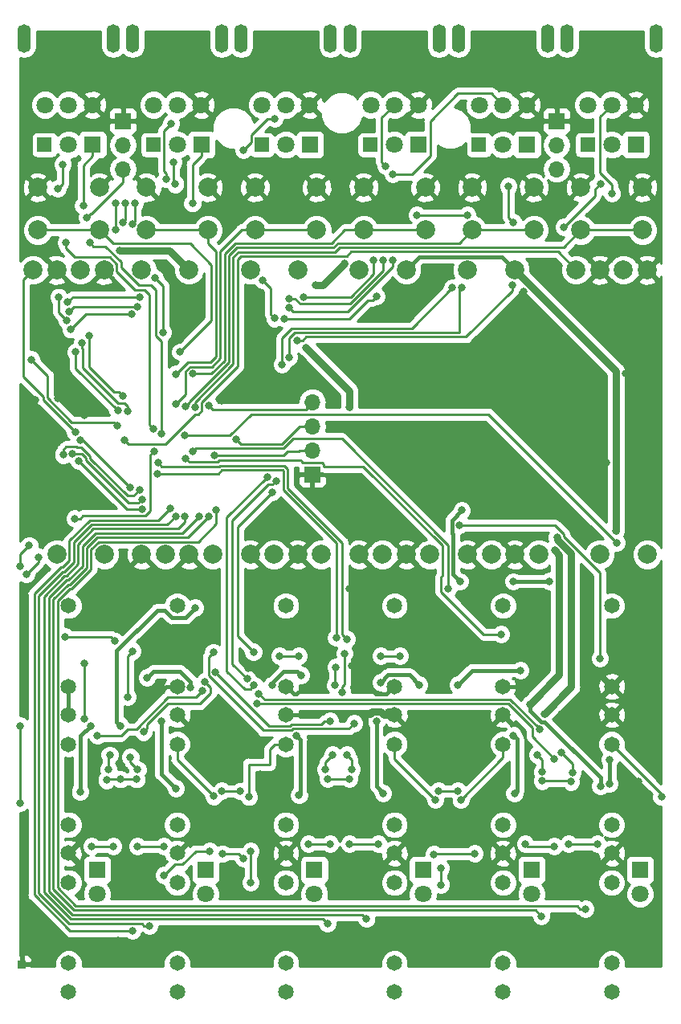
<source format=gbr>
G04 #@! TF.GenerationSoftware,KiCad,Pcbnew,(5.0.0-3-g5ebb6b6)*
G04 #@! TF.CreationDate,2019-01-01T15:02:40-08:00*
G04 #@! TF.ProjectId,Stages,5374616765732E6B696361645F706362,rev?*
G04 #@! TF.SameCoordinates,Original*
G04 #@! TF.FileFunction,Copper,L2,Bot,Signal*
G04 #@! TF.FilePolarity,Positive*
%FSLAX46Y46*%
G04 Gerber Fmt 4.6, Leading zero omitted, Abs format (unit mm)*
G04 Created by KiCad (PCBNEW (5.0.0-3-g5ebb6b6)) date Tuesday, January 01, 2019 at 03:02:40 PM*
%MOMM*%
%LPD*%
G01*
G04 APERTURE LIST*
G04 #@! TA.AperFunction,ComponentPad*
%ADD10C,1.650000*%
G04 #@! TD*
G04 #@! TA.AperFunction,ComponentPad*
%ADD11O,1.700000X1.700000*%
G04 #@! TD*
G04 #@! TA.AperFunction,ComponentPad*
%ADD12R,1.700000X1.700000*%
G04 #@! TD*
G04 #@! TA.AperFunction,ComponentPad*
%ADD13C,1.800000*%
G04 #@! TD*
G04 #@! TA.AperFunction,ComponentPad*
%ADD14R,1.800000X1.800000*%
G04 #@! TD*
G04 #@! TA.AperFunction,ComponentPad*
%ADD15R,1.524000X1.524000*%
G04 #@! TD*
G04 #@! TA.AperFunction,ComponentPad*
%ADD16C,2.000000*%
G04 #@! TD*
G04 #@! TA.AperFunction,WasherPad*
%ADD17O,1.400000X3.000000*%
G04 #@! TD*
G04 #@! TA.AperFunction,ComponentPad*
%ADD18R,0.850000X0.850000*%
G04 #@! TD*
G04 #@! TA.AperFunction,ViaPad*
%ADD19C,0.800000*%
G04 #@! TD*
G04 #@! TA.AperFunction,Conductor*
%ADD20C,0.381000*%
G04 #@! TD*
G04 #@! TA.AperFunction,Conductor*
%ADD21C,0.254000*%
G04 #@! TD*
G04 #@! TA.AperFunction,Conductor*
%ADD22C,0.762000*%
G04 #@! TD*
G04 APERTURE END LIST*
D10*
G04 #@! TO.P,J1,P$3*
G04 #@! TO.N,4051GND*
X164050000Y-152000000D03*
G04 #@! TO.P,J1,P$2*
G04 #@! TO.N,N/C*
X164050000Y-149000000D03*
G04 #@! TO.P,J1,P$1*
G04 #@! TO.N,Net-(J1-PadP$1)*
X164050000Y-140500000D03*
G04 #@! TD*
G04 #@! TO.P,J2,P$1*
G04 #@! TO.N,Net-(J2-PadP$1)*
X152600000Y-140500000D03*
G04 #@! TO.P,J2,P$2*
G04 #@! TO.N,N/C*
X152600000Y-149000000D03*
G04 #@! TO.P,J2,P$3*
G04 #@! TO.N,4051GND*
X152600000Y-152000000D03*
G04 #@! TD*
G04 #@! TO.P,J3,P$3*
G04 #@! TO.N,4051GND*
X141150000Y-152000000D03*
G04 #@! TO.P,J3,P$2*
G04 #@! TO.N,N/C*
X141150000Y-149000000D03*
G04 #@! TO.P,J3,P$1*
G04 #@! TO.N,Net-(J3-PadP$1)*
X141150000Y-140500000D03*
G04 #@! TD*
G04 #@! TO.P,J4,P$1*
G04 #@! TO.N,Net-(J4-PadP$1)*
X129700000Y-140500000D03*
G04 #@! TO.P,J4,P$2*
G04 #@! TO.N,N/C*
X129700000Y-149000000D03*
G04 #@! TO.P,J4,P$3*
G04 #@! TO.N,4051GND*
X129700000Y-152000000D03*
G04 #@! TD*
G04 #@! TO.P,J5,P$3*
G04 #@! TO.N,4051GND*
X118250000Y-152000000D03*
G04 #@! TO.P,J5,P$2*
G04 #@! TO.N,N/C*
X118250000Y-149000000D03*
G04 #@! TO.P,J5,P$1*
G04 #@! TO.N,Net-(J5-PadP$1)*
X118250000Y-140500000D03*
G04 #@! TD*
G04 #@! TO.P,J6,P$1*
G04 #@! TO.N,Net-(J6-PadP$1)*
X106800000Y-140500000D03*
G04 #@! TO.P,J6,P$2*
G04 #@! TO.N,N/C*
X106800000Y-149000000D03*
G04 #@! TO.P,J6,P$3*
G04 #@! TO.N,4051GND*
X106800000Y-152000000D03*
G04 #@! TD*
G04 #@! TO.P,J7,P$1*
G04 #@! TO.N,Net-(J7-PadP$1)*
X164050000Y-125900000D03*
G04 #@! TO.P,J7,P$2*
G04 #@! TO.N,Net-(J7-PadP$2)*
X164050000Y-134400000D03*
G04 #@! TO.P,J7,P$3*
G04 #@! TO.N,4051GND*
X164050000Y-137400000D03*
G04 #@! TD*
G04 #@! TO.P,J8,P$1*
G04 #@! TO.N,Net-(J8-PadP$1)*
X152600000Y-125900000D03*
G04 #@! TO.P,J8,P$2*
G04 #@! TO.N,Net-(J8-PadP$2)*
X152600000Y-134400000D03*
G04 #@! TO.P,J8,P$3*
G04 #@! TO.N,4051GND*
X152600000Y-137400000D03*
G04 #@! TD*
G04 #@! TO.P,J9,P$3*
G04 #@! TO.N,4051GND*
X141150000Y-137400000D03*
G04 #@! TO.P,J9,P$2*
G04 #@! TO.N,Net-(J9-PadP$2)*
X141150000Y-134400000D03*
G04 #@! TO.P,J9,P$1*
G04 #@! TO.N,Net-(J9-PadP$1)*
X141150000Y-125900000D03*
G04 #@! TD*
G04 #@! TO.P,J10,P$1*
G04 #@! TO.N,Net-(J10-PadP$1)*
X129700000Y-125900000D03*
G04 #@! TO.P,J10,P$2*
G04 #@! TO.N,Net-(J10-PadP$2)*
X129700000Y-134400000D03*
G04 #@! TO.P,J10,P$3*
G04 #@! TO.N,4051GND*
X129700000Y-137400000D03*
G04 #@! TD*
G04 #@! TO.P,J11,P$3*
G04 #@! TO.N,4051GND*
X118250000Y-137400000D03*
G04 #@! TO.P,J11,P$2*
G04 #@! TO.N,Net-(J11-PadP$2)*
X118250000Y-134400000D03*
G04 #@! TO.P,J11,P$1*
G04 #@! TO.N,Net-(J11-PadP$1)*
X118250000Y-125900000D03*
G04 #@! TD*
G04 #@! TO.P,J12,P$3*
G04 #@! TO.N,4051GND*
X106800000Y-137400000D03*
G04 #@! TO.P,J12,P$2*
G04 #@! TO.N,Net-(J12-PadP$2)*
X106800000Y-134400000D03*
G04 #@! TO.P,J12,P$1*
G04 #@! TO.N,Net-(J12-PadP$1)*
X106800000Y-125900000D03*
G04 #@! TD*
G04 #@! TO.P,J13,P$3*
G04 #@! TO.N,4051GND*
X164050000Y-122800000D03*
G04 #@! TO.P,J13,P$2*
X164050000Y-119800000D03*
G04 #@! TO.P,J13,P$1*
G04 #@! TO.N,Net-(C38-Pad1)*
X164050000Y-111300000D03*
G04 #@! TD*
G04 #@! TO.P,J14,P$3*
G04 #@! TO.N,4051GND*
X152600000Y-122800000D03*
G04 #@! TO.P,J14,P$2*
X152600000Y-119800000D03*
G04 #@! TO.P,J14,P$1*
G04 #@! TO.N,Net-(C39-Pad1)*
X152600000Y-111300000D03*
G04 #@! TD*
G04 #@! TO.P,J15,P$1*
G04 #@! TO.N,Net-(C37-Pad1)*
X141150000Y-111300000D03*
G04 #@! TO.P,J15,P$2*
G04 #@! TO.N,4051GND*
X141150000Y-119800000D03*
G04 #@! TO.P,J15,P$3*
X141150000Y-122800000D03*
G04 #@! TD*
G04 #@! TO.P,J16,P$1*
G04 #@! TO.N,Net-(C40-Pad1)*
X129700000Y-111300000D03*
G04 #@! TO.P,J16,P$2*
G04 #@! TO.N,4051GND*
X129700000Y-119800000D03*
G04 #@! TO.P,J16,P$3*
X129700000Y-122800000D03*
G04 #@! TD*
G04 #@! TO.P,J17,P$1*
G04 #@! TO.N,Net-(C36-Pad1)*
X118250000Y-111300000D03*
G04 #@! TO.P,J17,P$2*
G04 #@! TO.N,4051GND*
X118250000Y-119800000D03*
G04 #@! TO.P,J17,P$3*
X118250000Y-122800000D03*
G04 #@! TD*
G04 #@! TO.P,J18,P$3*
G04 #@! TO.N,4051GND*
X106800000Y-122800000D03*
G04 #@! TO.P,J18,P$2*
X106800000Y-119800000D03*
G04 #@! TO.P,J18,P$1*
G04 #@! TO.N,Net-(C42-Pad1)*
X106800000Y-111300000D03*
G04 #@! TD*
D11*
G04 #@! TO.P,JP3,3*
G04 #@! TO.N,Net-(JP3-Pad3)*
X158242000Y-65278000D03*
G04 #@! TO.P,JP3,2*
G04 #@! TO.N,Net-(JP3-Pad2)*
X158242000Y-62738000D03*
D12*
G04 #@! TO.P,JP3,1*
G04 #@! TO.N,4051GND*
X158242000Y-60198000D03*
G04 #@! TD*
G04 #@! TO.P,JP4,1*
G04 #@! TO.N,4051GND*
X112522000Y-60198000D03*
D11*
G04 #@! TO.P,JP4,2*
G04 #@! TO.N,Net-(JP4-Pad2)*
X112522000Y-62738000D03*
G04 #@! TO.P,JP4,3*
G04 #@! TO.N,Net-(JP4-Pad3)*
X112522000Y-65278000D03*
G04 #@! TD*
D12*
G04 #@! TO.P,JP6,1*
G04 #@! TO.N,4051GND*
X132500000Y-97480000D03*
D11*
G04 #@! TO.P,JP6,2*
G04 #@! TO.N,SWDIO*
X132500000Y-94940000D03*
G04 #@! TO.P,JP6,3*
G04 #@! TO.N,SWCLK*
X132500000Y-92400000D03*
G04 #@! TO.P,JP6,4*
G04 #@! TO.N,RESET*
X132500000Y-89860000D03*
G04 #@! TD*
D13*
G04 #@! TO.P,LED1,2*
G04 #@! TO.N,Net-(IC14-Pad9)*
X167050000Y-141690000D03*
D14*
G04 #@! TO.P,LED1,1*
G04 #@! TO.N,Net-(IC14-Pad8)*
X167050000Y-139150000D03*
G04 #@! TD*
G04 #@! TO.P,LED2,1*
G04 #@! TO.N,Net-(IC13-Pad8)*
X144150000Y-139150000D03*
D13*
G04 #@! TO.P,LED2,2*
G04 #@! TO.N,Net-(IC13-Pad9)*
X144150000Y-141690000D03*
G04 #@! TD*
D14*
G04 #@! TO.P,LED3,1*
G04 #@! TO.N,Net-(IC13-Pad7)*
X132700000Y-139150000D03*
D13*
G04 #@! TO.P,LED3,2*
G04 #@! TO.N,Net-(IC13-Pad6)*
X132700000Y-141690000D03*
G04 #@! TD*
D14*
G04 #@! TO.P,LED4,1*
G04 #@! TO.N,Net-(IC12-Pad7)*
X109800000Y-139150000D03*
D13*
G04 #@! TO.P,LED4,2*
G04 #@! TO.N,Net-(IC12-Pad6)*
X109800000Y-141690000D03*
G04 #@! TD*
G04 #@! TO.P,LED5,2*
G04 #@! TO.N,Net-(IC14-Pad6)*
X155600000Y-141690000D03*
D14*
G04 #@! TO.P,LED5,1*
G04 #@! TO.N,Net-(IC14-Pad7)*
X155600000Y-139150000D03*
G04 #@! TD*
D13*
G04 #@! TO.P,LED6,2*
G04 #@! TO.N,Net-(IC12-Pad9)*
X121250000Y-141690000D03*
D14*
G04 #@! TO.P,LED6,1*
G04 #@! TO.N,Net-(IC12-Pad8)*
X121250000Y-139150000D03*
G04 #@! TD*
D13*
G04 #@! TO.P,LED7,2*
G04 #@! TO.N,+3V3*
X164050000Y-62700000D03*
D14*
G04 #@! TO.P,LED7,1*
G04 #@! TO.N,Net-(IC1-Pad9)*
X166590000Y-62700000D03*
D15*
G04 #@! TO.P,LED7,3*
G04 #@! TO.N,Net-(IC1-Pad10)*
X161510000Y-62700000D03*
G04 #@! TD*
G04 #@! TO.P,LED8,3*
G04 #@! TO.N,Net-(IC1-Pad12)*
X150060000Y-62700000D03*
D14*
G04 #@! TO.P,LED8,1*
G04 #@! TO.N,Net-(IC1-Pad11)*
X155140000Y-62700000D03*
D13*
G04 #@! TO.P,LED8,2*
G04 #@! TO.N,+3V3*
X152600000Y-62700000D03*
G04 #@! TD*
G04 #@! TO.P,LED9,2*
G04 #@! TO.N,+3V3*
X141150000Y-62700000D03*
D14*
G04 #@! TO.P,LED9,1*
G04 #@! TO.N,Net-(IC1-Pad8)*
X143690000Y-62700000D03*
D15*
G04 #@! TO.P,LED9,3*
G04 #@! TO.N,Net-(IC1-Pad7)*
X138610000Y-62700000D03*
G04 #@! TD*
G04 #@! TO.P,LED10,3*
G04 #@! TO.N,Net-(IC1-Pad14)*
X127160000Y-62700000D03*
D14*
G04 #@! TO.P,LED10,1*
G04 #@! TO.N,Net-(IC1-Pad13)*
X132240000Y-62700000D03*
D13*
G04 #@! TO.P,LED10,2*
G04 #@! TO.N,+3V3*
X129700000Y-62700000D03*
G04 #@! TD*
G04 #@! TO.P,LED11,2*
G04 #@! TO.N,+3V3*
X118250000Y-62700000D03*
D14*
G04 #@! TO.P,LED11,1*
G04 #@! TO.N,Net-(IC1-Pad16)*
X120790000Y-62700000D03*
D15*
G04 #@! TO.P,LED11,3*
G04 #@! TO.N,Net-(IC1-Pad15)*
X115710000Y-62700000D03*
G04 #@! TD*
G04 #@! TO.P,LED12,3*
G04 #@! TO.N,Net-(IC1-Pad17)*
X104260000Y-62700000D03*
D14*
G04 #@! TO.P,LED12,1*
G04 #@! TO.N,Net-(IC1-Pad18)*
X109340000Y-62700000D03*
D13*
G04 #@! TO.P,LED12,2*
G04 #@! TO.N,+3V3*
X106800000Y-62700000D03*
G04 #@! TD*
D16*
G04 #@! TO.P,R78,*
G04 #@! TO.N,*
X165300000Y-75900000D03*
G04 #@! TO.P,R78,5*
G04 #@! TO.N,Net-(R17-Pad1)*
X167800000Y-105900000D03*
G04 #@! TO.P,R78,4*
G04 #@! TO.N,4051GND*
X167800000Y-75900000D03*
G04 #@! TO.P,R78,3*
G04 #@! TO.N,+3V3_A*
X162800000Y-105900000D03*
G04 #@! TO.P,R78,2*
G04 #@! TO.N,Net-(IC6-Pad1)*
X160300000Y-75900000D03*
G04 #@! TO.P,R78,1*
G04 #@! TO.N,4051GND*
X162800000Y-75900000D03*
G04 #@! TD*
G04 #@! TO.P,R79,1*
G04 #@! TO.N,4051GND*
X153850000Y-105900000D03*
G04 #@! TO.P,R79,2*
G04 #@! TO.N,Net-(IC6-Pad15)*
X156350000Y-105900000D03*
G04 #@! TO.P,R79,3*
G04 #@! TO.N,+3V3_A*
X153850000Y-75900000D03*
G04 #@! TO.P,R79,4*
G04 #@! TO.N,4051GND*
X148850000Y-105900000D03*
G04 #@! TO.P,R79,5*
G04 #@! TO.N,Net-(R3-Pad1)*
X148850000Y-75900000D03*
G04 #@! TO.P,R79,*
G04 #@! TO.N,*
X151350000Y-105900000D03*
G04 #@! TD*
G04 #@! TO.P,R80,*
G04 #@! TO.N,*
X139900000Y-105900000D03*
G04 #@! TO.P,R80,5*
G04 #@! TO.N,Net-(R1-Pad1)*
X137400000Y-75900000D03*
G04 #@! TO.P,R80,4*
G04 #@! TO.N,4051GND*
X137400000Y-105900000D03*
G04 #@! TO.P,R80,3*
G04 #@! TO.N,+3V3_A*
X142400000Y-75900000D03*
G04 #@! TO.P,R80,2*
G04 #@! TO.N,Net-(IC6-Pad14)*
X144900000Y-105900000D03*
G04 #@! TO.P,R80,1*
G04 #@! TO.N,4051GND*
X142400000Y-105900000D03*
G04 #@! TD*
G04 #@! TO.P,R81,1*
G04 #@! TO.N,4051GND*
X130950000Y-105900000D03*
G04 #@! TO.P,R81,2*
G04 #@! TO.N,Net-(IC6-Pad13)*
X133450000Y-105900000D03*
G04 #@! TO.P,R81,3*
G04 #@! TO.N,+3V3_A*
X130950000Y-75900000D03*
G04 #@! TO.P,R81,4*
G04 #@! TO.N,4051GND*
X125950000Y-105900000D03*
G04 #@! TO.P,R81,5*
G04 #@! TO.N,Net-(R2-Pad1)*
X125950000Y-75900000D03*
G04 #@! TO.P,R81,*
G04 #@! TO.N,*
X128450000Y-105900000D03*
G04 #@! TD*
G04 #@! TO.P,R82,*
G04 #@! TO.N,*
X117000000Y-105900000D03*
G04 #@! TO.P,R82,5*
G04 #@! TO.N,Net-(R4-Pad1)*
X114500000Y-75900000D03*
G04 #@! TO.P,R82,4*
G04 #@! TO.N,4051GND*
X114500000Y-105900000D03*
G04 #@! TO.P,R82,3*
G04 #@! TO.N,+3V3_A*
X119500000Y-75900000D03*
G04 #@! TO.P,R82,2*
G04 #@! TO.N,Net-(IC6-Pad12)*
X122000000Y-105900000D03*
G04 #@! TO.P,R82,1*
G04 #@! TO.N,4051GND*
X119500000Y-105900000D03*
G04 #@! TD*
G04 #@! TO.P,R83,1*
G04 #@! TO.N,4051GND*
X105550000Y-75900000D03*
G04 #@! TO.P,R83,2*
G04 #@! TO.N,Net-(IC6-Pad2)*
X103050000Y-75900000D03*
G04 #@! TO.P,R83,3*
G04 #@! TO.N,+3V3_A*
X105550000Y-105900000D03*
G04 #@! TO.P,R83,4*
G04 #@! TO.N,4051GND*
X110550000Y-75900000D03*
G04 #@! TO.P,R83,5*
G04 #@! TO.N,Net-(R18-Pad1)*
X110550000Y-105900000D03*
G04 #@! TO.P,R83,*
G04 #@! TO.N,*
X108050000Y-75900000D03*
G04 #@! TD*
G04 #@! TO.P,SW1,1*
G04 #@! TO.N,4051GND*
X160800000Y-67200000D03*
G04 #@! TO.P,SW1,2*
X167300000Y-67200000D03*
G04 #@! TO.P,SW1,3*
G04 #@! TO.N,SW_MODE_1*
X160800000Y-71700000D03*
G04 #@! TO.P,SW1,4*
X167300000Y-71700000D03*
G04 #@! TD*
G04 #@! TO.P,SW2,4*
G04 #@! TO.N,SW_MODE_2*
X155850000Y-71700000D03*
G04 #@! TO.P,SW2,3*
X149350000Y-71700000D03*
G04 #@! TO.P,SW2,2*
G04 #@! TO.N,4051GND*
X155850000Y-67200000D03*
G04 #@! TO.P,SW2,1*
X149350000Y-67200000D03*
G04 #@! TD*
G04 #@! TO.P,SW3,4*
G04 #@! TO.N,SW_MODE_3*
X144400000Y-71700000D03*
G04 #@! TO.P,SW3,3*
X137900000Y-71700000D03*
G04 #@! TO.P,SW3,2*
G04 #@! TO.N,4051GND*
X144400000Y-67200000D03*
G04 #@! TO.P,SW3,1*
X137900000Y-67200000D03*
G04 #@! TD*
G04 #@! TO.P,SW4,1*
G04 #@! TO.N,4051GND*
X126450000Y-67200000D03*
G04 #@! TO.P,SW4,2*
X132950000Y-67200000D03*
G04 #@! TO.P,SW4,3*
G04 #@! TO.N,SW_MODE_4*
X126450000Y-71700000D03*
G04 #@! TO.P,SW4,4*
X132950000Y-71700000D03*
G04 #@! TD*
G04 #@! TO.P,SW5,4*
G04 #@! TO.N,SW_MODE_5*
X121500000Y-71700000D03*
G04 #@! TO.P,SW5,3*
X115000000Y-71700000D03*
G04 #@! TO.P,SW5,2*
G04 #@! TO.N,4051GND*
X121500000Y-67200000D03*
G04 #@! TO.P,SW5,1*
X115000000Y-67200000D03*
G04 #@! TD*
G04 #@! TO.P,SW6,1*
G04 #@! TO.N,4051GND*
X103550000Y-67200000D03*
G04 #@! TO.P,SW6,2*
X110050000Y-67200000D03*
G04 #@! TO.P,SW6,3*
G04 #@! TO.N,SW_MODE_6*
X103550000Y-71700000D03*
G04 #@! TO.P,SW6,4*
X110050000Y-71700000D03*
G04 #@! TD*
D17*
G04 #@! TO.P,R84,*
G04 #@! TO.N,*
X159350000Y-51500000D03*
X168750000Y-51500000D03*
D13*
G04 #@! TO.P,R84,1*
G04 #@! TO.N,+3V3_A*
X161550000Y-58500000D03*
G04 #@! TO.P,R84,2*
G04 #@! TO.N,Net-(IC3-Pad5)*
X164050000Y-58500000D03*
G04 #@! TO.P,R84,3*
G04 #@! TO.N,4051GND*
X166550000Y-58500000D03*
G04 #@! TD*
G04 #@! TO.P,R85,3*
G04 #@! TO.N,4051GND*
X155100000Y-58500000D03*
G04 #@! TO.P,R85,2*
G04 #@! TO.N,Net-(IC3-Pad2)*
X152600000Y-58500000D03*
G04 #@! TO.P,R85,1*
G04 #@! TO.N,+3V3_A*
X150100000Y-58500000D03*
D17*
G04 #@! TO.P,R85,*
G04 #@! TO.N,*
X157300000Y-51500000D03*
X147900000Y-51500000D03*
G04 #@! TD*
G04 #@! TO.P,R86,*
G04 #@! TO.N,*
X136450000Y-51500000D03*
X145850000Y-51500000D03*
D13*
G04 #@! TO.P,R86,1*
G04 #@! TO.N,+3V3_A*
X138650000Y-58500000D03*
G04 #@! TO.P,R86,2*
G04 #@! TO.N,Net-(IC3-Pad1)*
X141150000Y-58500000D03*
G04 #@! TO.P,R86,3*
G04 #@! TO.N,4051GND*
X143650000Y-58500000D03*
G04 #@! TD*
G04 #@! TO.P,R87,3*
G04 #@! TO.N,4051GND*
X132200000Y-58500000D03*
G04 #@! TO.P,R87,2*
G04 #@! TO.N,Net-(IC3-Pad14)*
X129700000Y-58500000D03*
G04 #@! TO.P,R87,1*
G04 #@! TO.N,+3V3_A*
X127200000Y-58500000D03*
D17*
G04 #@! TO.P,R87,*
G04 #@! TO.N,*
X134400000Y-51500000D03*
X125000000Y-51500000D03*
G04 #@! TD*
G04 #@! TO.P,R88,*
G04 #@! TO.N,*
X113550000Y-51500000D03*
X122950000Y-51500000D03*
D13*
G04 #@! TO.P,R88,1*
G04 #@! TO.N,+3V3_A*
X115750000Y-58500000D03*
G04 #@! TO.P,R88,2*
G04 #@! TO.N,Net-(IC3-Pad15)*
X118250000Y-58500000D03*
G04 #@! TO.P,R88,3*
G04 #@! TO.N,4051GND*
X120750000Y-58500000D03*
G04 #@! TD*
G04 #@! TO.P,R89,3*
G04 #@! TO.N,4051GND*
X109300000Y-58500000D03*
G04 #@! TO.P,R89,2*
G04 #@! TO.N,Net-(IC3-Pad4)*
X106800000Y-58500000D03*
G04 #@! TO.P,R89,1*
G04 #@! TO.N,+3V3_A*
X104300000Y-58500000D03*
D17*
G04 #@! TO.P,R89,*
G04 #@! TO.N,*
X111500000Y-51500000D03*
X102100000Y-51500000D03*
G04 #@! TD*
D18*
G04 #@! TO.P,MH4,1*
G04 #@! TO.N,4051GND*
X101854000Y-149098000D03*
G04 #@! TD*
D19*
G04 #@! TO.N,4051GND*
X161544000Y-93218000D03*
X145796000Y-88138000D03*
X142494000Y-80264000D03*
X141986000Y-85090000D03*
X131572000Y-86614000D03*
X119380000Y-82296000D03*
X105664000Y-89408000D03*
X108458000Y-91186000D03*
X122936000Y-89662000D03*
X126746000Y-88900000D03*
X153162000Y-89408000D03*
X167386000Y-103632000D03*
X146304000Y-114046000D03*
X149098000Y-114554000D03*
X162814000Y-132080000D03*
X154432000Y-133350000D03*
X149352000Y-132588000D03*
X139700000Y-133096000D03*
X144526000Y-132842000D03*
X131318000Y-133096000D03*
X126746000Y-132842000D03*
X121666000Y-132842000D03*
X108458000Y-133096000D03*
X115062000Y-133604000D03*
X114046000Y-141732000D03*
X117094000Y-141732000D03*
X165862000Y-143510000D03*
X139446000Y-113030000D03*
X125730000Y-117856000D03*
X134366000Y-116332000D03*
X136652000Y-117602000D03*
X155956000Y-118364000D03*
X161798000Y-112522000D03*
X125730000Y-108712000D03*
X128524000Y-108966000D03*
X121920000Y-108468411D03*
X115570000Y-108712000D03*
X160020000Y-137668000D03*
X167004189Y-131540210D03*
X167132000Y-127000000D03*
X146812000Y-122682000D03*
X146558000Y-119888000D03*
X136398000Y-109474000D03*
X126985790Y-127014210D03*
X133858000Y-57150000D03*
X166878000Y-129794000D03*
X118618000Y-80264000D03*
X165354000Y-81788000D03*
X165354000Y-84328000D03*
X155702000Y-98298000D03*
X140208000Y-96012000D03*
X129286000Y-101346000D03*
X107950000Y-98298000D03*
X110998000Y-109728000D03*
X127000000Y-129032000D03*
X102135422Y-118618000D03*
X136906000Y-137922000D03*
X157734000Y-146304000D03*
X146812000Y-146304002D03*
X135128000Y-146304000D03*
X112014000Y-146558000D03*
X123698000Y-146304000D03*
X156464000Y-112522000D03*
X124460000Y-141732000D03*
X148336000Y-141478000D03*
X133350000Y-108966000D03*
X165484210Y-86835955D03*
X154738058Y-78179942D03*
X163515790Y-96182375D03*
X105956290Y-84752047D03*
X127500000Y-81750000D03*
X134750000Y-92500000D03*
X103300002Y-89600000D03*
X134287070Y-90012930D03*
G04 #@! TO.N,VEE*
X139953996Y-131064000D03*
X155448000Y-121666000D03*
X118110000Y-130556000D03*
X158038393Y-105456673D03*
X116594327Y-123452347D03*
X139252986Y-123461577D03*
X162864542Y-130320625D03*
G04 #@! TO.N,+3V3_A*
X164500000Y-103378000D03*
X112148983Y-73851017D03*
G04 #@! TO.N,+3V3*
X131826000Y-84073990D03*
X132842000Y-77470000D03*
X135908121Y-75189784D03*
X148250000Y-101250000D03*
X148082000Y-108734210D03*
X136398000Y-90369790D03*
G04 #@! TO.N,VCC*
X108018701Y-130916799D03*
X153676957Y-124961942D03*
X156972000Y-122682000D03*
X130808451Y-124999375D03*
X131089134Y-131263420D03*
X153808965Y-131072650D03*
X158284257Y-104097749D03*
X109093520Y-123966240D03*
G04 #@! TO.N,ADC_CV_5*
X113030000Y-120904000D03*
X102331921Y-107974423D03*
X103632000Y-106171994D03*
X113538000Y-116078000D03*
G04 #@! TO.N,ADC_CV_6*
X101678210Y-107134079D03*
X108449412Y-117346819D03*
X108458000Y-123190000D03*
X102643420Y-104926070D03*
G04 #@! TO.N,Net-(C28-Pad2)*
X106426000Y-114554000D03*
X111706762Y-115008762D03*
G04 #@! TO.N,ADC_CV_4*
X116154211Y-97397710D03*
X135008381Y-114673231D03*
G04 #@! TO.N,Net-(C29-Pad2)*
X129032000Y-116586000D03*
X131064000Y-116586000D03*
X134905790Y-119686622D03*
X134984995Y-117779242D03*
G04 #@! TO.N,Net-(C31-Pad2)*
X141732000Y-116586000D03*
X139700000Y-116586000D03*
X135636000Y-120396000D03*
X135890000Y-116332000D03*
G04 #@! TO.N,ADC_CV_3*
X136144000Y-114808000D03*
X116205110Y-96220229D03*
G04 #@! TO.N,ADC_CV_2*
X152400000Y-114300000D03*
X119161790Y-95758000D03*
G04 #@! TO.N,ADC_CV_1*
X162814000Y-116840000D03*
X148000000Y-102828211D03*
G04 #@! TO.N,AREF_-2.5*
X131318000Y-118618000D03*
X128270000Y-119634000D03*
X119675324Y-119890627D03*
X139700000Y-119380000D03*
X143764000Y-119634000D03*
X147828000Y-119634000D03*
X154432000Y-118110000D03*
X115062000Y-118871996D03*
G04 #@! TO.N,VREF_BIAS*
X113982412Y-129587030D03*
X110807588Y-129691148D03*
X122936000Y-130810000D03*
X124853622Y-130834723D03*
X134112000Y-129540000D03*
X136398000Y-129540000D03*
X145796000Y-130810000D03*
X147828000Y-130810000D03*
X156718000Y-129781213D03*
X159751639Y-129866626D03*
X112268000Y-123952000D03*
X112268000Y-129587030D03*
X120142000Y-111506000D03*
G04 #@! TO.N,Net-(C44-Pad2)*
X110998000Y-128524000D03*
X111135654Y-127021500D03*
G04 #@! TO.N,Net-(C45-Pad2)*
X114077187Y-128564919D03*
X113315710Y-127254000D03*
G04 #@! TO.N,Net-(C46-Pad2)*
X133858000Y-128524000D03*
X134620000Y-127000000D03*
G04 #@! TO.N,Net-(C47-Pad2)*
X136652000Y-128524000D03*
X136144000Y-127000000D03*
G04 #@! TO.N,Net-(C48-Pad2)*
X156718000Y-128778000D03*
X156210000Y-127000000D03*
G04 #@! TO.N,Net-(C49-Pad2)*
X158750000Y-126746000D03*
X159934460Y-128880213D03*
G04 #@! TO.N,Net-(D4-Pad1)*
X116840000Y-139700000D03*
X121666000Y-137160000D03*
G04 #@! TO.N,Net-(D5-Pad1)*
X146050000Y-140716000D03*
X146050000Y-138938000D03*
G04 #@! TO.N,Net-(D8-Pad1)*
X125984000Y-137160000D03*
X125984000Y-140462000D03*
G04 #@! TO.N,Net-(IC1-Pad16)*
X119846953Y-68882268D03*
G04 #@! TO.N,Net-(IC1-Pad18)*
X108335696Y-69120962D03*
G04 #@! TO.N,Net-(IC3-Pad1)*
X140225105Y-64931028D03*
X131571996Y-78740000D03*
X138939702Y-74898210D03*
X114300000Y-78740000D03*
X106711106Y-79287591D03*
G04 #@! TO.N,Net-(IC3-Pad2)*
X140970000Y-65786000D03*
X130064082Y-78902850D03*
X139955702Y-74851976D03*
X114046000Y-79756000D03*
X106860295Y-80279648D03*
G04 #@! TO.N,ADC_SHAPE*
X102870000Y-85344000D03*
X111948518Y-92339654D03*
G04 #@! TO.N,Net-(IC3-Pad4)*
X111760000Y-68834000D03*
X111760000Y-71628000D03*
X105750000Y-78750000D03*
X106635850Y-81257430D03*
G04 #@! TO.N,Net-(IC3-Pad5)*
X164084000Y-67818000D03*
X148844000Y-70104000D03*
X143510000Y-70104000D03*
X130040459Y-79905783D03*
X140970000Y-74851985D03*
X113489519Y-80590722D03*
X107035329Y-82177675D03*
G04 #@! TO.N,POTS_ADDR_A*
X111973313Y-90718687D03*
X107543710Y-84562747D03*
G04 #@! TO.N,POTS_ADDR_B*
X108223337Y-83586790D03*
X113046160Y-90826963D03*
G04 #@! TO.N,POTS_ADDR_C*
X109005885Y-82856580D03*
X112522000Y-89154000D03*
G04 #@! TO.N,Net-(IC3-Pad14)*
X128524000Y-59944000D03*
X125222000Y-63246000D03*
X113792000Y-68834000D03*
X113509783Y-71108806D03*
X118045730Y-66865243D03*
X117856000Y-64516000D03*
G04 #@! TO.N,Net-(IC3-Pad15)*
X117602000Y-60452000D03*
X112776000Y-68834000D03*
X112522000Y-70866000D03*
X117094000Y-66294000D03*
G04 #@! TO.N,DAC_SCK*
X127727501Y-97758210D03*
X126345901Y-119690602D03*
G04 #@! TO.N,DAC_MOSI*
X128661088Y-98125429D03*
X125611337Y-119007337D03*
G04 #@! TO.N,DAC_2*
X156432210Y-124349961D03*
X126846950Y-120559730D03*
G04 #@! TO.N,DAC_1*
X158025665Y-127440099D03*
X126661006Y-121634300D03*
G04 #@! TO.N,DAC_3*
X136906000Y-123698000D03*
X122060475Y-116202372D03*
G04 #@! TO.N,DAC_6*
X109840511Y-124967254D03*
X120930701Y-120264886D03*
G04 #@! TO.N,DAC_4*
X134366000Y-123443990D03*
X122288377Y-118305420D03*
G04 #@! TO.N,DAC_5*
X121157171Y-119287571D03*
X114682242Y-124602431D03*
G04 #@! TO.N,DAC_SS*
X128270000Y-99314000D03*
X126285030Y-116170817D03*
G04 #@! TO.N,STAGE_LED_2*
X130906580Y-83347414D03*
X153609250Y-77491866D03*
G04 #@! TO.N,STAGE_LED_3*
X139247423Y-78684577D03*
X129540000Y-81026000D03*
G04 #@! TO.N,STAGE_LED_4*
X127254000Y-76962000D03*
X128500000Y-81000000D03*
G04 #@! TO.N,RESET*
X121589370Y-90206004D03*
G04 #@! TO.N,SW_MODE_1*
X120108728Y-90401596D03*
G04 #@! TO.N,SW_MODE_2*
X119113743Y-90273384D03*
G04 #@! TO.N,SW_MODE_3*
X119888000Y-86852403D03*
G04 #@! TO.N,SW_MODE_4*
X118142241Y-90023149D03*
G04 #@! TO.N,SW_MODE_5*
X118110000Y-86868000D03*
G04 #@! TO.N,SW_MODE_6*
X118573312Y-84536822D03*
G04 #@! TO.N,STAGE_LED_5*
X115868493Y-76735153D03*
X116757421Y-82477272D03*
G04 #@! TO.N,RIGHT_TX*
X115743526Y-92658766D03*
X106534210Y-73015790D03*
G04 #@! TO.N,RIGHT_RX*
X106171996Y-64770000D03*
X116589784Y-93197543D03*
X105664000Y-67310000D03*
X109008685Y-73015790D03*
G04 #@! TO.N,STAGE_LED_6*
X115824000Y-94996000D03*
X107442000Y-102108000D03*
G04 #@! TO.N,GATE_6*
X113538000Y-145542000D03*
X117497209Y-101036698D03*
G04 #@! TO.N,GATE_5*
X115316000Y-145034000D03*
X118070352Y-101860070D03*
G04 #@! TO.N,NORMALIZATION_PROBE*
X162560000Y-136398000D03*
X159512000Y-136398000D03*
X157988000Y-136652000D03*
X154940000Y-136398000D03*
X149606000Y-137414000D03*
X145319790Y-137494180D03*
X139446000Y-136398000D03*
X136398000Y-136398000D03*
X134366000Y-136398000D03*
X132080000Y-136398000D03*
X123050378Y-137438723D03*
X116840000Y-136652000D03*
X114046000Y-136652000D03*
X111506000Y-136652000D03*
X109220000Y-136652000D03*
X125222000Y-137922000D03*
X157480000Y-108712000D03*
X163830000Y-127508000D03*
X119888000Y-94996000D03*
X146812000Y-109474000D03*
X163830000Y-130048000D03*
X153670271Y-108734210D03*
G04 #@! TO.N,GATE_4*
X134090798Y-144780000D03*
X119073234Y-101885790D03*
G04 #@! TO.N,GATE_3*
X138197202Y-144272000D03*
X120548004Y-101885790D03*
G04 #@! TO.N,GATE_2*
X156627202Y-144018000D03*
X121591223Y-101885790D03*
G04 #@! TO.N,GATE_1*
X161290000Y-143256000D03*
X122350422Y-101230008D03*
G04 #@! TO.N,STAGE_LED_1*
X164592000Y-104648000D03*
X119002256Y-93358417D03*
G04 #@! TO.N,SWDIO*
X122174000Y-95421421D03*
G04 #@! TO.N,SWCLK*
X124460000Y-93757790D03*
G04 #@! TO.N,LEFT_TX*
X130048000Y-85090000D03*
X159004000Y-71374000D03*
X162860415Y-66802000D03*
X148250000Y-77750000D03*
G04 #@! TO.N,LEFT_RX*
X129286000Y-85852000D03*
X153670000Y-70866000D03*
X153162000Y-67056000D03*
X147246797Y-77754273D03*
G04 #@! TO.N,Net-(IC6-Pad15)*
X106233101Y-95400074D03*
X114300000Y-99060000D03*
G04 #@! TO.N,Net-(IC6-Pad14)*
X107227665Y-95268633D03*
X114554000Y-100076000D03*
G04 #@! TO.N,Net-(IC6-Pad13)*
X107864505Y-96043790D03*
X114554000Y-101092000D03*
G04 #@! TO.N,Net-(IC6-Pad12)*
X113284000Y-98806000D03*
X108011854Y-93837035D03*
G04 #@! TO.N,Net-(IC6-Pad2)*
X107486772Y-92982212D03*
G04 #@! TO.N,Net-(IC6-Pad1)*
X112692785Y-93834707D03*
G04 #@! TO.N,Net-(J7-PadP$1)*
X169299337Y-131453337D03*
G04 #@! TO.N,Net-(J8-PadP$1)*
X148145243Y-131761730D03*
G04 #@! TO.N,Net-(J9-PadP$1)*
X145454209Y-131753193D03*
G04 #@! TO.N,Net-(J10-PadP$1)*
X125811353Y-131450765D03*
G04 #@! TO.N,Net-(J11-PadP$1)*
X122116004Y-131387962D03*
G04 #@! TO.N,Net-(J12-PadP$1)*
X101678200Y-123952000D03*
X101678238Y-132080000D03*
G04 #@! TO.N,Net-(JP4-Pad3)*
X108712000Y-70358000D03*
G04 #@! TD*
D20*
G04 #@! TO.N,4051GND*
X106680000Y-89408000D02*
X108458000Y-91186000D01*
X105664000Y-89408000D02*
X106680000Y-89408000D01*
X152600000Y-119800000D02*
X154598000Y-119800000D01*
X130524999Y-120624999D02*
X130835001Y-120624999D01*
X129700000Y-119800000D02*
X130524999Y-120624999D01*
X130835001Y-120624999D02*
X131318000Y-120142000D01*
X140325001Y-120624999D02*
X139166999Y-120624999D01*
X141150000Y-119800000D02*
X140325001Y-120624999D01*
X139166999Y-120624999D02*
X138430000Y-119888000D01*
X129700000Y-122800000D02*
X131708000Y-122800000D01*
D21*
X136652000Y-117602000D02*
X136652000Y-116840000D01*
D20*
X106800000Y-119800000D02*
X106800000Y-122800000D01*
X118250000Y-122800000D02*
X119402000Y-123952000D01*
X118250000Y-122800000D02*
X119656000Y-124206000D01*
D22*
X140834000Y-122800000D02*
X140462000Y-122428000D01*
X141150000Y-122800000D02*
X140834000Y-122800000D01*
X140048029Y-122800000D02*
X139725404Y-122477375D01*
X141150000Y-122800000D02*
X140048029Y-122800000D01*
X138780568Y-122477375D02*
X138575943Y-122682000D01*
X139725404Y-122477375D02*
X138780568Y-122477375D01*
D21*
X105664000Y-85044337D02*
X105956290Y-84752047D01*
X105664000Y-89408000D02*
X105664000Y-85044337D01*
D20*
X117083274Y-119800000D02*
X116633274Y-120250000D01*
X118250000Y-119800000D02*
X117083274Y-119800000D01*
D22*
G04 #@! TO.N,VEE*
X158516855Y-105935135D02*
X158038393Y-105456673D01*
X158516855Y-118597145D02*
X158516855Y-105935135D01*
X155448000Y-121666000D02*
X158516855Y-118597145D01*
D20*
X116594327Y-129040327D02*
X116594327Y-123452347D01*
X118110000Y-130556000D02*
X116594327Y-129040327D01*
X139252986Y-130362990D02*
X139252986Y-123461577D01*
X139953996Y-131064000D02*
X139252986Y-130362990D01*
X156611545Y-123556259D02*
X156988939Y-123556259D01*
X155448000Y-122392714D02*
X156611545Y-123556259D01*
X162864542Y-129431862D02*
X162864542Y-130320625D01*
X155448000Y-121666000D02*
X155448000Y-122392714D01*
X156988939Y-123556259D02*
X162864542Y-129431862D01*
D22*
G04 #@! TO.N,+3V3_A*
X164500000Y-86550000D02*
X153850000Y-75900000D01*
X164500000Y-103378000D02*
X164500000Y-86550000D01*
D20*
X143793701Y-74506299D02*
X142400000Y-75900000D01*
X152456299Y-74506299D02*
X143793701Y-74506299D01*
X153850000Y-75900000D02*
X152456299Y-74506299D01*
D22*
X117451017Y-73851017D02*
X119500000Y-75900000D01*
X112148983Y-73851017D02*
X117451017Y-73851017D01*
G04 #@! TO.N,+3V3*
X133627905Y-77470000D02*
X132842000Y-77470000D01*
X135908121Y-75189784D02*
X133627905Y-77470000D01*
D20*
X147332711Y-107984921D02*
X148082000Y-108734210D01*
X147206299Y-102293701D02*
X147206299Y-103630977D01*
X147206299Y-103630977D02*
X147332711Y-103757389D01*
X148250000Y-101250000D02*
X147206299Y-102293701D01*
X147332711Y-103757389D02*
X147332711Y-107984921D01*
D22*
X136398000Y-89804105D02*
X136398000Y-90369790D01*
X136398000Y-88645990D02*
X136398000Y-89804105D01*
X131826000Y-84073990D02*
X136398000Y-88645990D01*
D20*
G04 #@! TO.N,VCC*
X130808451Y-124999375D02*
X131208450Y-125399374D01*
X131208450Y-125399374D02*
X131208450Y-131144104D01*
X131208450Y-131144104D02*
X131089134Y-131263420D01*
X153676957Y-124961942D02*
X154076956Y-125361941D01*
X154076956Y-130804659D02*
X153808965Y-131072650D01*
X154076956Y-125361941D02*
X154076956Y-130804659D01*
D22*
X159790025Y-119863975D02*
X159790025Y-105816422D01*
X159790025Y-105816422D02*
X158284257Y-104310654D01*
X158284257Y-104310654D02*
X158284257Y-104097749D01*
X156972000Y-122682000D02*
X159790025Y-119863975D01*
D20*
X108018701Y-125041059D02*
X109093520Y-123966240D01*
X108018701Y-130916799D02*
X108018701Y-125041059D01*
D21*
G04 #@! TO.N,ADC_CV_5*
X102331921Y-107974423D02*
X103632000Y-106674344D01*
X103632000Y-106674344D02*
X103632000Y-106171994D01*
X113030000Y-120904000D02*
X113030000Y-116586000D01*
X113538000Y-116078000D02*
X113030000Y-116586000D01*
G04 #@! TO.N,ADC_CV_6*
X108449412Y-117346819D02*
X108449412Y-123181412D01*
X108449412Y-123181412D02*
X108458000Y-123190000D01*
X101678210Y-105891280D02*
X102643420Y-104926070D01*
X101678210Y-107134079D02*
X101678210Y-105891280D01*
G04 #@! TO.N,Net-(C28-Pad2)*
X111252000Y-114554000D02*
X111706762Y-115008762D01*
X106426000Y-114554000D02*
X111252000Y-114554000D01*
G04 #@! TO.N,ADC_CV_4*
X116154211Y-97397710D02*
X122571597Y-97397710D01*
X135008381Y-104666974D02*
X135008381Y-114673231D01*
X129378322Y-96997711D02*
X129426588Y-97045977D01*
X129426588Y-97045977D02*
X129426588Y-99085181D01*
X122571597Y-97397710D02*
X122971596Y-96997711D01*
X129426588Y-99085181D02*
X135008381Y-104666974D01*
X122971596Y-96997711D02*
X129378322Y-96997711D01*
G04 #@! TO.N,Net-(C29-Pad2)*
X129032000Y-116586000D02*
X131064000Y-116586000D01*
X134905790Y-117858447D02*
X134984995Y-117779242D01*
X134905790Y-119686622D02*
X134905790Y-117858447D01*
G04 #@! TO.N,Net-(C31-Pad2)*
X141732000Y-116586000D02*
X139700000Y-116586000D01*
X135890000Y-119576315D02*
X135890000Y-116332000D01*
X135636000Y-120396000D02*
X135636000Y-119830315D01*
X135636000Y-119830315D02*
X135890000Y-119576315D01*
G04 #@! TO.N,ADC_CV_3*
X116605109Y-96620228D02*
X116205110Y-96220229D01*
X135636000Y-104648000D02*
X129883799Y-98895799D01*
X136144000Y-114808000D02*
X135636000Y-114300000D01*
X122702486Y-96620228D02*
X116605109Y-96620228D01*
X135636000Y-114300000D02*
X135636000Y-104648000D01*
X129883799Y-98895799D02*
X129883799Y-96856595D01*
X122782214Y-96540500D02*
X122702486Y-96620228D01*
X129567704Y-96540500D02*
X122782214Y-96540500D01*
X129883799Y-96856595D02*
X129567704Y-96540500D01*
G04 #@! TO.N,ADC_CV_2*
X122518122Y-96157999D02*
X119561789Y-96157999D01*
X122695920Y-95980201D02*
X122518122Y-96157999D01*
X131319799Y-95980201D02*
X122695920Y-95980201D01*
X131319799Y-96019799D02*
X131319799Y-95980201D01*
X131500000Y-96200000D02*
X131319799Y-96019799D01*
X146081798Y-108278604D02*
X146230201Y-108130201D01*
X133514362Y-96200000D02*
X131500000Y-96200000D01*
X146230201Y-104966793D02*
X137863408Y-96600000D01*
X133680201Y-96365839D02*
X133514362Y-96200000D01*
X133680201Y-96600000D02*
X133680201Y-96365839D01*
X119561789Y-96157999D02*
X119161790Y-95758000D01*
X146230201Y-108130201D02*
X146230201Y-104966793D01*
X137863408Y-96600000D02*
X133680201Y-96600000D01*
X146081798Y-109824498D02*
X146081798Y-108278604D01*
X150557300Y-114300000D02*
X146081798Y-109824498D01*
X152400000Y-114300000D02*
X150557300Y-114300000D01*
G04 #@! TO.N,ADC_CV_1*
X158061619Y-102828211D02*
X148000000Y-102828211D01*
X162814000Y-116840000D02*
X162814000Y-107834592D01*
X162814000Y-107834592D02*
X159014459Y-104035051D01*
X159014459Y-104035051D02*
X159014459Y-103781051D01*
X159014459Y-103781051D02*
X158061619Y-102828211D01*
D20*
G04 #@! TO.N,AREF_-2.5*
X128270000Y-119426322D02*
X128270000Y-119634000D01*
X130918001Y-118218001D02*
X129478321Y-118218001D01*
X129478321Y-118218001D02*
X128270000Y-119426322D01*
X131318000Y-118618000D02*
X130918001Y-118218001D01*
X142711299Y-118581299D02*
X143764000Y-119634000D01*
X140498701Y-118581299D02*
X142711299Y-118581299D01*
X139700000Y-119380000D02*
X140498701Y-118581299D01*
X147828000Y-119634000D02*
X149352000Y-118110000D01*
X149352000Y-118110000D02*
X154432000Y-118110000D01*
X115715995Y-118218001D02*
X115062000Y-118871996D01*
X119675324Y-119324942D02*
X118568383Y-118218001D01*
X118568383Y-118218001D02*
X115715995Y-118218001D01*
X119675324Y-119890627D02*
X119675324Y-119324942D01*
D21*
G04 #@! TO.N,VREF_BIAS*
X110911706Y-129587030D02*
X110807588Y-129691148D01*
X113982412Y-129587030D02*
X110911706Y-129587030D01*
X122936000Y-130810000D02*
X124828899Y-130810000D01*
X124828899Y-130810000D02*
X124853622Y-130834723D01*
X134112000Y-129540000D02*
X136398000Y-129540000D01*
X145796000Y-130810000D02*
X147828000Y-130810000D01*
X159666226Y-129781213D02*
X159751639Y-129866626D01*
X156718000Y-129781213D02*
X159666226Y-129781213D01*
D20*
X111868001Y-116046093D02*
X116128949Y-111785145D01*
X119129299Y-112518701D02*
X120142000Y-111506000D01*
X112268000Y-123952000D02*
X111868001Y-123552001D01*
X116931467Y-111785145D02*
X117665023Y-112518701D01*
X111868001Y-123552001D02*
X111868001Y-116046093D01*
X117665023Y-112518701D02*
X119129299Y-112518701D01*
X116128949Y-111785145D02*
X116931467Y-111785145D01*
D21*
G04 #@! TO.N,Net-(C44-Pad2)*
X110998000Y-127159154D02*
X111135654Y-127021500D01*
X110998000Y-128524000D02*
X110998000Y-127159154D01*
G04 #@! TO.N,Net-(C45-Pad2)*
X113315710Y-127803442D02*
X113315710Y-127254000D01*
X114077187Y-128564919D02*
X113315710Y-127803442D01*
G04 #@! TO.N,Net-(C46-Pad2)*
X133858000Y-127762000D02*
X134620000Y-127000000D01*
X133858000Y-128524000D02*
X133858000Y-127762000D01*
G04 #@! TO.N,Net-(C47-Pad2)*
X136652000Y-127508000D02*
X136144000Y-127000000D01*
X136652000Y-128524000D02*
X136652000Y-127508000D01*
G04 #@! TO.N,Net-(C48-Pad2)*
X156718000Y-127508000D02*
X156210000Y-127000000D01*
X156718000Y-128778000D02*
X156718000Y-127508000D01*
G04 #@! TO.N,Net-(C49-Pad2)*
X159934460Y-127930460D02*
X159934460Y-128880213D01*
X158750000Y-126746000D02*
X159934460Y-127930460D01*
G04 #@! TO.N,Net-(D4-Pad1)*
X120199698Y-137160000D02*
X121666000Y-137160000D01*
X116840000Y-139700000D02*
X117984799Y-138555201D01*
X117984799Y-138555201D02*
X118804497Y-138555201D01*
X118804497Y-138555201D02*
X120199698Y-137160000D01*
G04 #@! TO.N,Net-(D5-Pad1)*
X146050000Y-140716000D02*
X146050000Y-138938000D01*
G04 #@! TO.N,Net-(D8-Pad1)*
X125984000Y-137160000D02*
X125984000Y-140462000D01*
G04 #@! TO.N,Net-(IC1-Pad16)*
X120790000Y-63854000D02*
X119846953Y-64797047D01*
X119846953Y-64797047D02*
X119846953Y-68882268D01*
X120790000Y-62700000D02*
X120790000Y-63854000D01*
G04 #@! TO.N,Net-(IC1-Pad18)*
X109340000Y-63854000D02*
X108335696Y-64858304D01*
X108335696Y-64858304D02*
X108335696Y-69120962D01*
X109340000Y-62700000D02*
X109340000Y-63854000D01*
G04 #@! TO.N,Net-(IC3-Pad1)*
X141150000Y-58500000D02*
X139825106Y-59824894D01*
X139825106Y-64531029D02*
X140225105Y-64931028D01*
X139825106Y-59824894D02*
X139825106Y-64531029D01*
X138939702Y-76328996D02*
X138939702Y-74898210D01*
X136528698Y-78740000D02*
X138939702Y-76328996D01*
X131571996Y-78740000D02*
X136528698Y-78740000D01*
X114300000Y-78740000D02*
X107258697Y-78740000D01*
X107258697Y-78740000D02*
X106711106Y-79287591D01*
G04 #@! TO.N,Net-(IC3-Pad2)*
X147849702Y-57269799D02*
X144920201Y-60199300D01*
X144920201Y-60199300D02*
X144920201Y-63864161D01*
X142998362Y-65786000D02*
X140970000Y-65786000D01*
X151369799Y-57269799D02*
X147849702Y-57269799D01*
X152600000Y-58500000D02*
X151369799Y-57269799D01*
X144920201Y-63864161D02*
X142998362Y-65786000D01*
X139955702Y-75959589D02*
X139955702Y-74851976D01*
X136445090Y-79470201D02*
X139955702Y-75959589D01*
X131221503Y-79470201D02*
X136445090Y-79470201D01*
X130064082Y-78902850D02*
X130654152Y-78902850D01*
X130654152Y-78902850D02*
X131221503Y-79470201D01*
X107383943Y-79756000D02*
X106860295Y-80279648D01*
X114046000Y-79756000D02*
X107383943Y-79756000D01*
G04 #@! TO.N,ADC_SHAPE*
X104587412Y-89387412D02*
X107139655Y-91939655D01*
X107139655Y-91939655D02*
X111548519Y-91939655D01*
X102870000Y-85344000D02*
X104587412Y-87061412D01*
X104587412Y-87061412D02*
X104587412Y-89387412D01*
X111548519Y-91939655D02*
X111948518Y-92339654D01*
G04 #@! TO.N,Net-(IC3-Pad4)*
X111760000Y-68834000D02*
X111760000Y-71628000D01*
X106635850Y-81257430D02*
X105750000Y-80371580D01*
X105750000Y-80371580D02*
X105750000Y-78750000D01*
G04 #@! TO.N,Net-(IC3-Pad5)*
X148844000Y-70104000D02*
X143510000Y-70104000D01*
X140970000Y-75591884D02*
X140970000Y-74851985D01*
X130040459Y-79905783D02*
X130440458Y-80305782D01*
X136256102Y-80305782D02*
X140970000Y-75591884D01*
X130440458Y-80305782D02*
X136256102Y-80305782D01*
X164050000Y-58500000D02*
X162819799Y-59730201D01*
X164084000Y-66944889D02*
X164084000Y-67818000D01*
X162819799Y-65680688D02*
X164084000Y-66944889D01*
X162819799Y-59730201D02*
X162819799Y-65680688D01*
X108622282Y-80590722D02*
X107035329Y-82177675D01*
X113489519Y-80590722D02*
X108622282Y-80590722D01*
G04 #@! TO.N,POTS_ADDR_A*
X107543710Y-86289084D02*
X107543710Y-84562747D01*
X111973313Y-90718687D02*
X107543710Y-86289084D01*
G04 #@! TO.N,POTS_ADDR_B*
X112732681Y-89947799D02*
X113046160Y-90261278D01*
X108223337Y-84152475D02*
X108273912Y-84203050D01*
X108273912Y-84203050D02*
X108273912Y-86240610D01*
X113046160Y-90261278D02*
X113046160Y-90826963D01*
X108273912Y-86240610D02*
X111981101Y-89947799D01*
X108223337Y-83586790D02*
X108223337Y-84152475D01*
X111981101Y-89947799D02*
X112732681Y-89947799D01*
G04 #@! TO.N,POTS_ADDR_C*
X111614001Y-88754001D02*
X112122001Y-88754001D01*
X109005885Y-86145885D02*
X111614001Y-88754001D01*
X112122001Y-88754001D02*
X112522000Y-89154000D01*
X109005885Y-82856580D02*
X109005885Y-86145885D01*
G04 #@! TO.N,Net-(IC3-Pad14)*
X126067799Y-62400201D02*
X125222000Y-63246000D01*
X127797638Y-59944000D02*
X126067799Y-61673839D01*
X126067799Y-61673839D02*
X126067799Y-62400201D01*
X128524000Y-59944000D02*
X127797638Y-59944000D01*
X113792000Y-70826589D02*
X113509783Y-71108806D01*
X113792000Y-68834000D02*
X113792000Y-70826589D01*
X117856000Y-64516000D02*
X117856000Y-66675513D01*
X117856000Y-66675513D02*
X118045730Y-66865243D01*
G04 #@! TO.N,Net-(IC3-Pad15)*
X112776000Y-70612000D02*
X112522000Y-70866000D01*
X112776000Y-68834000D02*
X112776000Y-70612000D01*
X116840000Y-65474315D02*
X117094000Y-65728315D01*
X117094000Y-65728315D02*
X117094000Y-66294000D01*
X116840000Y-61214000D02*
X116840000Y-65474315D01*
X117602000Y-60452000D02*
X116840000Y-61214000D01*
G04 #@! TO.N,DAC_SCK*
X123475789Y-102009922D02*
X123475789Y-118206490D01*
X125945902Y-120090601D02*
X126345901Y-119690602D01*
X125359900Y-120090601D02*
X125945902Y-120090601D01*
X123475789Y-118206490D02*
X125359900Y-120090601D01*
X127727501Y-97758210D02*
X123475789Y-102009922D01*
G04 #@! TO.N,DAC_MOSI*
X128261089Y-98525428D02*
X127805244Y-98525428D01*
X128661088Y-98125429D02*
X128261089Y-98525428D01*
X127805244Y-98525428D02*
X124060009Y-102270663D01*
X124060009Y-117456009D02*
X125611337Y-119007337D01*
X124060009Y-102270663D02*
X124060009Y-117456009D01*
G04 #@! TO.N,DAC_2*
X156432210Y-124275919D02*
X153343879Y-121187588D01*
X127474808Y-121187588D02*
X126846950Y-120559730D01*
X156432210Y-124349961D02*
X156432210Y-124275919D01*
X153343879Y-121187588D02*
X127474808Y-121187588D01*
G04 #@! TO.N,DAC_1*
X155702000Y-124192302D02*
X153154497Y-121644799D01*
X158025665Y-127440099D02*
X155702000Y-125116434D01*
X155702000Y-125116434D02*
X155702000Y-124192302D01*
X153154497Y-121644799D02*
X127237190Y-121644799D01*
X127226691Y-121634300D02*
X126661006Y-121634300D01*
X127237190Y-121644799D02*
X127226691Y-121634300D01*
G04 #@! TO.N,DAC_3*
X127314670Y-124412411D02*
X121558176Y-118655917D01*
X136906000Y-123698000D02*
X136335048Y-124268952D01*
X121558176Y-116704671D02*
X122060475Y-116202372D01*
X130314314Y-124412411D02*
X127314670Y-124412411D01*
X121558176Y-118655917D02*
X121558176Y-116704671D01*
X130457774Y-124268952D02*
X130314314Y-124412411D01*
X136335048Y-124268952D02*
X130457774Y-124268952D01*
G04 #@! TO.N,DAC_6*
X120240386Y-120955201D02*
X120930701Y-120264886D01*
X113949502Y-124302498D02*
X117296799Y-120955201D01*
X112998202Y-124302498D02*
X113949502Y-124302498D01*
X112333446Y-124967254D02*
X112998202Y-124302498D01*
X109840511Y-124967254D02*
X112333446Y-124967254D01*
X117296799Y-120955201D02*
X120240386Y-120955201D01*
G04 #@! TO.N,DAC_4*
X130274132Y-123806001D02*
X130124932Y-123955200D01*
X134366000Y-123443990D02*
X133800315Y-123443990D01*
X133800315Y-123443990D02*
X133438304Y-123806001D01*
X127938157Y-123955200D02*
X122288377Y-118305420D01*
X130124932Y-123955200D02*
X127938157Y-123955200D01*
X133438304Y-123806001D02*
X130274132Y-123806001D01*
G04 #@! TO.N,DAC_5*
X120631488Y-121644799D02*
X117253793Y-121644799D01*
X121784736Y-119915136D02*
X121784736Y-120491551D01*
X121157171Y-119287571D02*
X121784736Y-119915136D01*
X121784736Y-120491551D02*
X120631488Y-121644799D01*
X117253793Y-121644799D02*
X115082241Y-123816351D01*
X115082241Y-124202432D02*
X114682242Y-124602431D01*
X115082241Y-123816351D02*
X115082241Y-124202432D01*
G04 #@! TO.N,DAC_SS*
X128270000Y-99314000D02*
X124612422Y-102971578D01*
X124612422Y-114498209D02*
X126285030Y-116170817D01*
X124612422Y-102971578D02*
X124612422Y-114498209D01*
G04 #@! TO.N,STAGE_LED_2*
X131472265Y-83347414D02*
X131863257Y-82956422D01*
X130906580Y-83347414D02*
X131472265Y-83347414D01*
X148710379Y-82956422D02*
X153609250Y-78057551D01*
X131863257Y-82956422D02*
X148710379Y-82956422D01*
X153609250Y-78057551D02*
X153609250Y-77491866D01*
G04 #@! TO.N,STAGE_LED_3*
X138847424Y-79084576D02*
X138339424Y-79084576D01*
X139247423Y-78684577D02*
X138847424Y-79084576D01*
X136398000Y-81026000D02*
X129540000Y-81026000D01*
X138339424Y-79084576D02*
X136398000Y-81026000D01*
G04 #@! TO.N,STAGE_LED_4*
X128100001Y-77850001D02*
X128100001Y-80600001D01*
X127254000Y-77004000D02*
X128100001Y-77850001D01*
X128100001Y-80600001D02*
X128500000Y-81000000D01*
X127254000Y-76962000D02*
X127254000Y-77004000D01*
G04 #@! TO.N,RESET*
X121989369Y-90606003D02*
X121589370Y-90206004D01*
X131793997Y-90606003D02*
X121989369Y-90606003D01*
X132500000Y-89900000D02*
X131793997Y-90606003D01*
G04 #@! TO.N,SW_MODE_1*
X160800000Y-71700000D02*
X167300000Y-71700000D01*
X120108728Y-89868261D02*
X120108728Y-90401596D01*
X124162588Y-74580819D02*
X124162588Y-85814401D01*
X158971621Y-73528379D02*
X135375029Y-73528379D01*
X135375029Y-73528379D02*
X134901036Y-74002372D01*
X124162588Y-85814401D02*
X120108728Y-89868261D01*
X134901036Y-74002372D02*
X124741035Y-74002372D01*
X124741035Y-74002372D02*
X124162588Y-74580819D01*
X160800000Y-71700000D02*
X158971621Y-73528379D01*
G04 #@! TO.N,SW_MODE_2*
X149350000Y-71700000D02*
X155850000Y-71700000D01*
X134711654Y-73545161D02*
X124551653Y-73545161D01*
X119513742Y-89873385D02*
X119113743Y-90273384D01*
X124551653Y-73545161D02*
X123705377Y-74391437D01*
X123705377Y-74391437D02*
X123705377Y-85613809D01*
X119513742Y-89805444D02*
X119513742Y-89873385D01*
X135185645Y-73071170D02*
X134711654Y-73545161D01*
X123705377Y-85613809D02*
X119513742Y-89805444D01*
X149350000Y-71700000D02*
X147978829Y-73071170D01*
X147978829Y-73071170D02*
X135185645Y-73071170D01*
G04 #@! TO.N,SW_MODE_3*
X137900000Y-71700000D02*
X144400000Y-71700000D01*
X123248166Y-85424427D02*
X121820190Y-86852403D01*
X124362271Y-73087950D02*
X123248166Y-74202055D01*
X134522272Y-73087950D02*
X124362271Y-73087950D01*
X123248166Y-74202055D02*
X123248166Y-85424427D01*
X121820190Y-86852403D02*
X119888000Y-86852403D01*
X137900000Y-71700000D02*
X135910222Y-71700000D01*
X135910222Y-71700000D02*
X134522272Y-73087950D01*
G04 #@! TO.N,SW_MODE_4*
X126450000Y-71700000D02*
X132950000Y-71700000D01*
X125035787Y-71700000D02*
X122790955Y-73944832D01*
X119126177Y-89039213D02*
X118142241Y-90023149D01*
X122790955Y-85235045D02*
X121920000Y-86106000D01*
X121920000Y-86106000D02*
X119592468Y-86106000D01*
X119126177Y-86572291D02*
X119126177Y-89039213D01*
X122790955Y-73944832D02*
X122790955Y-85235045D01*
X126450000Y-71700000D02*
X125035787Y-71700000D01*
X119592468Y-86106000D02*
X119126177Y-86572291D01*
G04 #@! TO.N,SW_MODE_5*
X121500000Y-71700000D02*
X115000000Y-71700000D01*
X119380000Y-85598000D02*
X118110000Y-86868000D01*
X122333744Y-85025382D02*
X121761126Y-85598000D01*
X121761126Y-85598000D02*
X119380000Y-85598000D01*
X121500000Y-71700000D02*
X121500000Y-73114213D01*
X121500000Y-73114213D02*
X122333744Y-73947957D01*
X122333744Y-73947957D02*
X122333744Y-85025382D01*
G04 #@! TO.N,SW_MODE_6*
X103550000Y-71700000D02*
X110050000Y-71700000D01*
X121876533Y-75402205D02*
X121876533Y-81233601D01*
X111470817Y-73120817D02*
X119595145Y-73120817D01*
X110050000Y-71700000D02*
X111470817Y-73120817D01*
X119595145Y-73120817D02*
X121876533Y-75402205D01*
X121876533Y-81233601D02*
X118573312Y-84536822D01*
G04 #@! TO.N,STAGE_LED_5*
X116757421Y-77624081D02*
X116757421Y-82477272D01*
X115868493Y-76735153D02*
X116757421Y-77624081D01*
G04 #@! TO.N,RIGHT_TX*
X111880201Y-76080030D02*
X111880201Y-75261503D01*
X115316000Y-92231240D02*
X115316000Y-78486000D01*
X111880201Y-75261503D02*
X111188497Y-74569799D01*
X107477032Y-74569799D02*
X106534210Y-73626977D01*
X114808000Y-77978000D02*
X113778171Y-77978000D01*
X113778171Y-77978000D02*
X111880201Y-76080030D01*
X111188497Y-74569799D02*
X107477032Y-74569799D01*
X115743526Y-92658766D02*
X115316000Y-92231240D01*
X106534210Y-73626977D02*
X106534210Y-73015790D01*
X115316000Y-78486000D02*
X114808000Y-77978000D01*
G04 #@! TO.N,RIGHT_RX*
X105664000Y-67310000D02*
X106171996Y-66802004D01*
X106171996Y-66802004D02*
X106171996Y-64770000D01*
X109408684Y-73415789D02*
X109008685Y-73015790D01*
X116027211Y-82868618D02*
X116027211Y-78042618D01*
X110681080Y-73415789D02*
X109408684Y-73415789D01*
X115505382Y-77520789D02*
X114235382Y-77520789D01*
X114235382Y-77520789D02*
X112337412Y-75622819D01*
X112337412Y-75622819D02*
X112337412Y-75072121D01*
X116589784Y-93197543D02*
X116589784Y-83431191D01*
X116589784Y-83431191D02*
X116027211Y-82868618D01*
X116027211Y-78042618D02*
X115505382Y-77520789D01*
X112337412Y-75072121D02*
X110681080Y-73415789D01*
G04 #@! TO.N,STAGE_LED_6*
X108007685Y-102108000D02*
X107442000Y-102108000D01*
X115424001Y-95395999D02*
X115424001Y-101302697D01*
X115824000Y-94996000D02*
X115424001Y-95395999D01*
X108293484Y-101822201D02*
X108007685Y-102108000D01*
X114904497Y-101822201D02*
X108293484Y-101822201D01*
X115424001Y-101302697D02*
X114904497Y-101822201D01*
G04 #@! TO.N,GATE_6*
X109044255Y-102283744D02*
X116250163Y-102283744D01*
X106188497Y-107230201D02*
X106880201Y-106538497D01*
X106880201Y-104447798D02*
X109044255Y-102283744D01*
X106880201Y-106538497D02*
X106880201Y-104447798D01*
X103174789Y-110046618D02*
X105991207Y-107230201D01*
X105991207Y-107230201D02*
X106188497Y-107230201D01*
X116250163Y-102283744D02*
X117497209Y-101036698D01*
X113538000Y-145542000D02*
X106933999Y-145542000D01*
X106933999Y-145542000D02*
X103174789Y-141782790D01*
X103174789Y-141782790D02*
X103174789Y-110046618D01*
G04 #@! TO.N,GATE_5*
X109233637Y-102740955D02*
X117189467Y-102740955D01*
X106377879Y-107687412D02*
X107337412Y-106727879D01*
X103632000Y-141593408D02*
X103632000Y-110236000D01*
X117189467Y-102740955D02*
X118070352Y-101860070D01*
X103632000Y-110236000D02*
X106180589Y-107687412D01*
X107337412Y-104637180D02*
X109233637Y-102740955D01*
X107337412Y-106727879D02*
X107337412Y-104637180D01*
X115316000Y-145034000D02*
X114750315Y-145034000D01*
X114528113Y-144811798D02*
X106850390Y-144811798D01*
X106850390Y-144811798D02*
X103632000Y-141593408D01*
X114750315Y-145034000D02*
X114528113Y-144811798D01*
X106180589Y-107687412D02*
X106377879Y-107687412D01*
G04 #@! TO.N,NORMALIZATION_PROBE*
X162560000Y-136398000D02*
X159512000Y-136398000D01*
X155194000Y-136652000D02*
X154940000Y-136398000D01*
X157988000Y-136652000D02*
X155194000Y-136652000D01*
X145399970Y-137414000D02*
X145319790Y-137494180D01*
X149606000Y-137414000D02*
X145399970Y-137414000D01*
X139446000Y-136398000D02*
X136398000Y-136398000D01*
X134366000Y-136398000D02*
X132080000Y-136398000D01*
X116840000Y-136652000D02*
X114046000Y-136652000D01*
X111506000Y-136652000D02*
X109220000Y-136652000D01*
X123050378Y-137438723D02*
X124738723Y-137438723D01*
X124738723Y-137438723D02*
X125222000Y-137922000D01*
D20*
X163830000Y-127508000D02*
X163830000Y-130048000D01*
X157480000Y-108712000D02*
X153692481Y-108712000D01*
X153692481Y-108712000D02*
X153670271Y-108734210D01*
D21*
X120192789Y-94691211D02*
X129475382Y-94691211D01*
X135610000Y-93700000D02*
X146812000Y-104902000D01*
X130466593Y-93700000D02*
X135610000Y-93700000D01*
X129475382Y-94691211D02*
X130466593Y-93700000D01*
X146812000Y-104902000D02*
X146812000Y-109474000D01*
X119888000Y-94996000D02*
X120192789Y-94691211D01*
G04 #@! TO.N,GATE_4*
X106988979Y-144303798D02*
X104190789Y-141505605D01*
X118326543Y-103198166D02*
X119073234Y-102451475D01*
X133614596Y-144303798D02*
X106988979Y-144303798D01*
X104190789Y-141505605D02*
X104190790Y-110323803D01*
X107794624Y-104826560D02*
X109423019Y-103198166D01*
X104190790Y-110323803D02*
X106369971Y-108144623D01*
X109423019Y-103198166D02*
X118326543Y-103198166D01*
X119073234Y-102451475D02*
X119073234Y-101885790D01*
X106369971Y-108144623D02*
X106567261Y-108144623D01*
X107794623Y-106917261D02*
X107794624Y-104826560D01*
X134090798Y-144780000D02*
X133614596Y-144303798D01*
X106567261Y-108144623D02*
X107794623Y-106917261D01*
G04 #@! TO.N,GATE_3*
X106756643Y-108601834D02*
X108251833Y-107106642D01*
X109612401Y-103655377D02*
X118778417Y-103655377D01*
X106559353Y-108601834D02*
X106756643Y-108601834D01*
X107178361Y-143846587D02*
X104730377Y-141398600D01*
X137771789Y-143846587D02*
X107178361Y-143846587D01*
X108251834Y-106909353D02*
X108251834Y-105015943D01*
X138197202Y-144272000D02*
X137771789Y-143846587D01*
X104730377Y-141398600D02*
X104730378Y-110430808D01*
X118778417Y-103655377D02*
X120548004Y-101885790D01*
X108251834Y-105015943D02*
X109612401Y-103655377D01*
X104730378Y-110430808D02*
X106559353Y-108601834D01*
X108251833Y-107106642D02*
X108251834Y-106909353D01*
G04 #@! TO.N,GATE_2*
X106748735Y-109059045D02*
X106946025Y-109059045D01*
X119364425Y-104112588D02*
X121591223Y-101885790D01*
X105187588Y-110620191D02*
X106748735Y-109059045D01*
X156627202Y-144018000D02*
X155998578Y-143389376D01*
X108709043Y-107296025D02*
X108709045Y-107098735D01*
X107367743Y-143389376D02*
X105187588Y-141209218D01*
X155998578Y-143389376D02*
X107367743Y-143389376D01*
X106946025Y-109059045D02*
X108709043Y-107296025D01*
X108709046Y-105205324D02*
X109801783Y-104112588D01*
X109801783Y-104112588D02*
X119364425Y-104112588D01*
X108709045Y-107098735D02*
X108709046Y-105205324D01*
X105187588Y-141209218D02*
X105187588Y-110620191D01*
G04 #@! TO.N,GATE_1*
X105644799Y-141019836D02*
X105644799Y-110809573D01*
X122350422Y-102690655D02*
X122350422Y-101230008D01*
X106938117Y-109516256D02*
X107135407Y-109516256D01*
X109166256Y-107037485D02*
X109166256Y-105394707D01*
X161290000Y-143256000D02*
X160724315Y-143256000D01*
X109166252Y-107485410D02*
X109166256Y-107037485D01*
X109991165Y-104569799D02*
X120471278Y-104569799D01*
X107557125Y-142932165D02*
X105644799Y-141019836D01*
X160724315Y-143256000D02*
X160400480Y-142932165D01*
X105644799Y-110809573D02*
X106938117Y-109516256D01*
X107135407Y-109516256D02*
X109166252Y-107485410D01*
X160400480Y-142932165D02*
X107557125Y-142932165D01*
X109166256Y-105394707D02*
X109991165Y-104569799D01*
X120471278Y-104569799D02*
X122350422Y-102690655D01*
G04 #@! TO.N,STAGE_LED_1*
X123778673Y-93358417D02*
X119002256Y-93358417D01*
X126037090Y-91100000D02*
X123778673Y-93358417D01*
X164592000Y-104648000D02*
X151044000Y-91100000D01*
X151044000Y-91100000D02*
X126037090Y-91100000D01*
G04 #@! TO.N,SWDIO*
X129436498Y-95421421D02*
X122174000Y-95421421D01*
X129861919Y-94996000D02*
X129436498Y-95421421D01*
X131064000Y-94996000D02*
X129861919Y-94996000D01*
X131120000Y-94940000D02*
X132500000Y-94940000D01*
X131064000Y-94996000D02*
X131120000Y-94940000D01*
G04 #@! TO.N,SWCLK*
X131120000Y-92400000D02*
X132500000Y-92400000D01*
X124968000Y-94234000D02*
X129286000Y-94234000D01*
X129286000Y-94234000D02*
X131120000Y-92400000D01*
X124475895Y-93741895D02*
X124968000Y-94234000D01*
X124460000Y-93757790D02*
X124475895Y-93741895D01*
G04 #@! TO.N,LEFT_TX*
X159004000Y-71374000D02*
X162306000Y-68072000D01*
X162306000Y-67356415D02*
X162860415Y-66802000D01*
X162306000Y-68072000D02*
X162306000Y-67356415D01*
X130048000Y-83118481D02*
X130667270Y-82499211D01*
X130048000Y-85090000D02*
X130048000Y-83118481D01*
X130667270Y-82499211D02*
X148017382Y-82499211D01*
X148017382Y-77982618D02*
X148250000Y-77750000D01*
X148017382Y-82499211D02*
X148017382Y-77982618D01*
G04 #@! TO.N,LEFT_RX*
X153162000Y-70358000D02*
X153162000Y-67056000D01*
X153670000Y-70866000D02*
X153162000Y-70358000D01*
X129286000Y-83058000D02*
X130302000Y-82042000D01*
X142959070Y-82042000D02*
X147246797Y-77754273D01*
X130302000Y-82042000D02*
X142959070Y-82042000D01*
X129286000Y-85852000D02*
X129286000Y-83058000D01*
G04 #@! TO.N,Net-(IC6-Pad15)*
X107632550Y-94538431D02*
X107661356Y-94567237D01*
X106529059Y-94538431D02*
X107632550Y-94538431D01*
X108115245Y-94567237D02*
X109051918Y-95503910D01*
X113646001Y-99713999D02*
X114300000Y-99060000D01*
X106233101Y-95400074D02*
X106233101Y-94834389D01*
X113002985Y-99713999D02*
X113646001Y-99713999D01*
X106233101Y-94834389D02*
X106529059Y-94538431D01*
X107661356Y-94567237D02*
X108115245Y-94567237D01*
X109051918Y-95503910D02*
X109051918Y-95762932D01*
X109051918Y-95762932D02*
X113002985Y-99713999D01*
G04 #@! TO.N,Net-(IC6-Pad14)*
X107227665Y-95268633D02*
X108170048Y-95268633D01*
X114154001Y-100475999D02*
X114554000Y-100076000D01*
X108170048Y-95268633D02*
X108594707Y-95693292D01*
X108594707Y-95693292D02*
X108594707Y-95952314D01*
X113118392Y-100475999D02*
X114154001Y-100475999D01*
X108594707Y-95952314D02*
X113118392Y-100475999D01*
G04 #@! TO.N,Net-(IC6-Pad13)*
X112912715Y-101092000D02*
X114554000Y-101092000D01*
X107864505Y-96043790D02*
X112912715Y-101092000D01*
G04 #@! TO.N,Net-(IC6-Pad12)*
X113284000Y-98806000D02*
X108315035Y-93837035D01*
X108315035Y-93837035D02*
X108011854Y-93837035D01*
G04 #@! TO.N,Net-(IC6-Pad2)*
X102050001Y-87169303D02*
X104130201Y-89249503D01*
X107086773Y-92582213D02*
X107486772Y-92982212D01*
X102050001Y-76899999D02*
X102050001Y-87169303D01*
X104130201Y-89249503D02*
X104130201Y-89625641D01*
X103050000Y-75900000D02*
X102050001Y-76899999D01*
X104130201Y-89625641D02*
X107086773Y-92582213D01*
G04 #@! TO.N,Net-(IC6-Pad1)*
X160300000Y-75900000D02*
X158385589Y-73985589D01*
X158385589Y-73985589D02*
X136580411Y-73985589D01*
X124930417Y-74459583D02*
X124619799Y-74770201D01*
X136106417Y-74459583D02*
X124930417Y-74459583D01*
X124619799Y-74770201D02*
X124619799Y-86094877D01*
X120838929Y-90752093D02*
X120459225Y-91131797D01*
X117049320Y-94234706D02*
X113092784Y-94234706D01*
X120459225Y-91131797D02*
X120152229Y-91131797D01*
X136580411Y-73985589D02*
X136106417Y-74459583D01*
X113092784Y-94234706D02*
X112692785Y-93834707D01*
X120152229Y-91131797D02*
X117049320Y-94234706D01*
X120838929Y-89875747D02*
X120838929Y-90752093D01*
X124619799Y-86094877D02*
X120838929Y-89875747D01*
G04 #@! TO.N,Net-(J7-PadP$1)*
X169299337Y-131149337D02*
X169299337Y-131453337D01*
X164050000Y-125900000D02*
X169299337Y-131149337D01*
G04 #@! TO.N,Net-(J8-PadP$1)*
X152600000Y-127306973D02*
X148145243Y-131761730D01*
X152600000Y-125900000D02*
X152600000Y-127306973D01*
G04 #@! TO.N,Net-(J9-PadP$1)*
X141150000Y-125900000D02*
X141150000Y-127448984D01*
X141150000Y-127448984D02*
X145454209Y-131753193D01*
G04 #@! TO.N,Net-(J10-PadP$1)*
X125811353Y-128016000D02*
X125811353Y-131450765D01*
X128533274Y-125900000D02*
X128016000Y-126417274D01*
X129700000Y-125900000D02*
X128533274Y-125900000D01*
X128016000Y-126417274D02*
X128016000Y-128016000D01*
X128016000Y-128016000D02*
X125811353Y-128016000D01*
G04 #@! TO.N,Net-(J11-PadP$1)*
X118250000Y-127521958D02*
X122116004Y-131387962D01*
X118250000Y-125900000D02*
X118250000Y-127521958D01*
G04 #@! TO.N,Net-(J12-PadP$1)*
X101678200Y-123952000D02*
X101678200Y-132079962D01*
X101678200Y-132079962D02*
X101678238Y-132080000D01*
G04 #@! TO.N,Net-(JP4-Pad3)*
X112522000Y-66696698D02*
X112522000Y-65278000D01*
X109260697Y-69958001D02*
X112522000Y-66696698D01*
X109111999Y-69958001D02*
X109260697Y-69958001D01*
X108712000Y-70358000D02*
X109111999Y-69958001D01*
G04 #@! TD*
G04 #@! TO.N,4051GND*
G36*
X139696954Y-122525199D02*
X139458860Y-122426577D01*
X139047112Y-122426577D01*
X138666706Y-122584146D01*
X138375555Y-122875297D01*
X138217986Y-123255703D01*
X138217986Y-123667451D01*
X138375555Y-124047857D01*
X138427487Y-124099789D01*
X138427486Y-130281688D01*
X138411314Y-130362990D01*
X138427486Y-130444291D01*
X138427486Y-130444292D01*
X138475382Y-130685083D01*
X138657834Y-130958142D01*
X138726763Y-131004199D01*
X138918996Y-131196432D01*
X138918996Y-131269874D01*
X139076565Y-131650280D01*
X139367716Y-131941431D01*
X139748122Y-132099000D01*
X140159870Y-132099000D01*
X140540276Y-131941431D01*
X140831427Y-131650280D01*
X140988996Y-131269874D01*
X140988996Y-130858126D01*
X140831427Y-130477720D01*
X140540276Y-130186569D01*
X140159870Y-130029000D01*
X140086428Y-130029000D01*
X140078486Y-130021058D01*
X140078486Y-126893238D01*
X140322976Y-127137728D01*
X140388001Y-127164662D01*
X140388001Y-127373936D01*
X140373073Y-127448984D01*
X140432213Y-127746301D01*
X140535292Y-127900569D01*
X140600630Y-127998355D01*
X140664251Y-128040865D01*
X144419209Y-131795824D01*
X144419209Y-131959067D01*
X144576778Y-132339473D01*
X144867929Y-132630624D01*
X145248335Y-132788193D01*
X145660083Y-132788193D01*
X146040489Y-132630624D01*
X146331640Y-132339473D01*
X146489209Y-131959067D01*
X146489209Y-131580502D01*
X146497711Y-131572000D01*
X147110243Y-131572000D01*
X147110243Y-131967604D01*
X147267812Y-132348010D01*
X147558963Y-132639161D01*
X147939369Y-132796730D01*
X148351117Y-132796730D01*
X148731523Y-132639161D01*
X149022674Y-132348010D01*
X149180243Y-131967604D01*
X149180243Y-131804360D01*
X153085749Y-127898855D01*
X153149371Y-127856344D01*
X153251456Y-127703562D01*
X153251457Y-130183301D01*
X153222685Y-130195219D01*
X152931534Y-130486370D01*
X152773965Y-130866776D01*
X152773965Y-131278524D01*
X152931534Y-131658930D01*
X153222685Y-131950081D01*
X153603091Y-132107650D01*
X154014839Y-132107650D01*
X154395245Y-131950081D01*
X154686396Y-131658930D01*
X154843965Y-131278524D01*
X154843965Y-131142609D01*
X154854560Y-131126753D01*
X154902456Y-130885962D01*
X154902456Y-130885961D01*
X154918628Y-130804659D01*
X154902456Y-130723356D01*
X154902456Y-125443242D01*
X154918628Y-125361940D01*
X154884722Y-125191482D01*
X154854560Y-125039847D01*
X154711957Y-124826427D01*
X154711957Y-124756068D01*
X154554388Y-124375662D01*
X154263237Y-124084511D01*
X153882831Y-123926942D01*
X153471083Y-123926942D01*
X153406574Y-123953663D01*
X153446248Y-123825853D01*
X152600000Y-122979605D01*
X151753752Y-123825853D01*
X151830956Y-124074563D01*
X152377250Y-124271843D01*
X152928817Y-124246371D01*
X152799526Y-124375662D01*
X152772876Y-124440000D01*
X152309588Y-124440000D01*
X151772976Y-124662272D01*
X151362272Y-125072976D01*
X151140000Y-125609588D01*
X151140000Y-126190412D01*
X151362272Y-126727024D01*
X151732295Y-127097047D01*
X148655527Y-130173816D01*
X148414280Y-129932569D01*
X148033874Y-129775000D01*
X147622126Y-129775000D01*
X147241720Y-129932569D01*
X147126289Y-130048000D01*
X146497711Y-130048000D01*
X146382280Y-129932569D01*
X146001874Y-129775000D01*
X145590126Y-129775000D01*
X145209720Y-129932569D01*
X144960468Y-130181821D01*
X141934138Y-127155492D01*
X141977024Y-127137728D01*
X142387728Y-126727024D01*
X142610000Y-126190412D01*
X142610000Y-125609588D01*
X142387728Y-125072976D01*
X141977024Y-124662272D01*
X141440412Y-124440000D01*
X140859588Y-124440000D01*
X140322976Y-124662272D01*
X140078486Y-124906762D01*
X140078486Y-124099788D01*
X140130417Y-124047857D01*
X140178966Y-123930650D01*
X140188962Y-123940646D01*
X140303753Y-123825855D01*
X140380956Y-124074563D01*
X140927250Y-124271843D01*
X141507456Y-124245048D01*
X141919044Y-124074563D01*
X141996248Y-123825853D01*
X141150000Y-122979605D01*
X141135858Y-122993748D01*
X140956253Y-122814143D01*
X140970395Y-122800000D01*
X140956253Y-122785858D01*
X141135858Y-122606253D01*
X141150000Y-122620395D01*
X141164143Y-122606253D01*
X141343748Y-122785858D01*
X141329605Y-122800000D01*
X142175853Y-123646248D01*
X142424563Y-123569044D01*
X142621843Y-123022750D01*
X142595048Y-122442544D01*
X142580242Y-122406799D01*
X151189711Y-122406799D01*
X151128157Y-122577250D01*
X151154952Y-123157456D01*
X151325437Y-123569044D01*
X151574147Y-123646248D01*
X152420395Y-122800000D01*
X152406253Y-122785858D01*
X152585858Y-122606253D01*
X152600000Y-122620395D01*
X152614143Y-122606253D01*
X152793748Y-122785858D01*
X152779605Y-122800000D01*
X153625853Y-123646248D01*
X153874563Y-123569044D01*
X153908138Y-123476070D01*
X154940001Y-124507934D01*
X154940000Y-125041390D01*
X154925073Y-125116434D01*
X154940000Y-125191477D01*
X154940000Y-125191481D01*
X154984212Y-125413750D01*
X155152629Y-125665805D01*
X155216253Y-125708317D01*
X155628518Y-126120582D01*
X155623720Y-126122569D01*
X155332569Y-126413720D01*
X155175000Y-126794126D01*
X155175000Y-127205874D01*
X155332569Y-127586280D01*
X155623720Y-127877431D01*
X155956001Y-128015066D01*
X155956001Y-128076288D01*
X155840569Y-128191720D01*
X155683000Y-128572126D01*
X155683000Y-128983874D01*
X155805496Y-129279607D01*
X155683000Y-129575339D01*
X155683000Y-129987087D01*
X155840569Y-130367493D01*
X156131720Y-130658644D01*
X156512126Y-130816213D01*
X156923874Y-130816213D01*
X157304280Y-130658644D01*
X157419711Y-130543213D01*
X158964515Y-130543213D01*
X159165359Y-130744057D01*
X159545765Y-130901626D01*
X159957513Y-130901626D01*
X160337919Y-130744057D01*
X160629070Y-130452906D01*
X160786639Y-130072500D01*
X160786639Y-129660752D01*
X160737138Y-129541246D01*
X160811891Y-129466493D01*
X160969460Y-129086087D01*
X160969460Y-128704214D01*
X161993351Y-129728105D01*
X161987111Y-129734345D01*
X161829542Y-130114751D01*
X161829542Y-130526499D01*
X161987111Y-130906905D01*
X162278262Y-131198056D01*
X162658668Y-131355625D01*
X163070416Y-131355625D01*
X163450822Y-131198056D01*
X163582938Y-131065940D01*
X163624126Y-131083000D01*
X164035874Y-131083000D01*
X164416280Y-130925431D01*
X164707431Y-130634280D01*
X164865000Y-130253874D01*
X164865000Y-129842126D01*
X164707431Y-129461720D01*
X164655500Y-129409789D01*
X164655500Y-128146211D01*
X164707431Y-128094280D01*
X164841933Y-127769563D01*
X168280591Y-131208222D01*
X168264337Y-131247463D01*
X168264337Y-131659211D01*
X168421906Y-132039617D01*
X168713057Y-132330768D01*
X169093463Y-132488337D01*
X169290001Y-132488337D01*
X169290001Y-149290000D01*
X165510000Y-149290000D01*
X165510000Y-148709588D01*
X165287728Y-148172976D01*
X164877024Y-147762272D01*
X164340412Y-147540000D01*
X163759588Y-147540000D01*
X163222976Y-147762272D01*
X162812272Y-148172976D01*
X162590000Y-148709588D01*
X162590000Y-149290000D01*
X154060000Y-149290000D01*
X154060000Y-148709588D01*
X153837728Y-148172976D01*
X153427024Y-147762272D01*
X152890412Y-147540000D01*
X152309588Y-147540000D01*
X151772976Y-147762272D01*
X151362272Y-148172976D01*
X151140000Y-148709588D01*
X151140000Y-149290000D01*
X142610000Y-149290000D01*
X142610000Y-148709588D01*
X142387728Y-148172976D01*
X141977024Y-147762272D01*
X141440412Y-147540000D01*
X140859588Y-147540000D01*
X140322976Y-147762272D01*
X139912272Y-148172976D01*
X139690000Y-148709588D01*
X139690000Y-149290000D01*
X131160000Y-149290000D01*
X131160000Y-148709588D01*
X130937728Y-148172976D01*
X130527024Y-147762272D01*
X129990412Y-147540000D01*
X129409588Y-147540000D01*
X128872976Y-147762272D01*
X128462272Y-148172976D01*
X128240000Y-148709588D01*
X128240000Y-149290000D01*
X119710000Y-149290000D01*
X119710000Y-148709588D01*
X119487728Y-148172976D01*
X119077024Y-147762272D01*
X118540412Y-147540000D01*
X117959588Y-147540000D01*
X117422976Y-147762272D01*
X117012272Y-148172976D01*
X116790000Y-148709588D01*
X116790000Y-149290000D01*
X108260000Y-149290000D01*
X108260000Y-148709588D01*
X108037728Y-148172976D01*
X107627024Y-147762272D01*
X107090412Y-147540000D01*
X106509588Y-147540000D01*
X105972976Y-147762272D01*
X105562272Y-148172976D01*
X105340000Y-148709588D01*
X105340000Y-149290000D01*
X102820250Y-149290000D01*
X102755250Y-149225000D01*
X101981000Y-149225000D01*
X101981000Y-149245000D01*
X101727000Y-149245000D01*
X101727000Y-149225000D01*
X101710000Y-149225000D01*
X101710000Y-148971000D01*
X101727000Y-148971000D01*
X101727000Y-148196750D01*
X101981000Y-148196750D01*
X101981000Y-148971000D01*
X102755250Y-148971000D01*
X102914000Y-148812250D01*
X102914000Y-148546690D01*
X102817327Y-148313301D01*
X102638698Y-148134673D01*
X102405309Y-148038000D01*
X102139750Y-148038000D01*
X101981000Y-148196750D01*
X101727000Y-148196750D01*
X101710000Y-148179750D01*
X101710000Y-133115000D01*
X101884112Y-133115000D01*
X102264518Y-132957431D01*
X102412789Y-132809160D01*
X102412789Y-141707747D01*
X102397862Y-141782790D01*
X102412789Y-141857833D01*
X102412789Y-141857837D01*
X102457001Y-142080106D01*
X102625418Y-142332161D01*
X102689042Y-142374673D01*
X106342117Y-146027749D01*
X106384628Y-146091371D01*
X106636682Y-146259788D01*
X106858951Y-146304000D01*
X106858952Y-146304000D01*
X106933999Y-146318928D01*
X107009046Y-146304000D01*
X112836289Y-146304000D01*
X112951720Y-146419431D01*
X113332126Y-146577000D01*
X113743874Y-146577000D01*
X114124280Y-146419431D01*
X114415431Y-146128280D01*
X114562368Y-145773543D01*
X114599148Y-145780859D01*
X114729720Y-145911431D01*
X115110126Y-146069000D01*
X115521874Y-146069000D01*
X115902280Y-145911431D01*
X116193431Y-145620280D01*
X116351000Y-145239874D01*
X116351000Y-145065798D01*
X133088904Y-145065798D01*
X133213367Y-145366280D01*
X133504518Y-145657431D01*
X133884924Y-145815000D01*
X134296672Y-145815000D01*
X134677078Y-145657431D01*
X134968229Y-145366280D01*
X135125798Y-144985874D01*
X135125798Y-144608587D01*
X137216345Y-144608587D01*
X137319771Y-144858280D01*
X137610922Y-145149431D01*
X137991328Y-145307000D01*
X138403076Y-145307000D01*
X138783482Y-145149431D01*
X139074633Y-144858280D01*
X139232202Y-144477874D01*
X139232202Y-144151376D01*
X155592202Y-144151376D01*
X155592202Y-144223874D01*
X155749771Y-144604280D01*
X156040922Y-144895431D01*
X156421328Y-145053000D01*
X156833076Y-145053000D01*
X157213482Y-144895431D01*
X157504633Y-144604280D01*
X157662202Y-144223874D01*
X157662202Y-143812126D01*
X157613341Y-143694165D01*
X160084850Y-143694165D01*
X160132431Y-143741746D01*
X160174944Y-143805371D01*
X160426998Y-143973788D01*
X160573148Y-144002859D01*
X160703720Y-144133431D01*
X161084126Y-144291000D01*
X161495874Y-144291000D01*
X161876280Y-144133431D01*
X162167431Y-143842280D01*
X162325000Y-143461874D01*
X162325000Y-143050126D01*
X162167431Y-142669720D01*
X161876280Y-142378569D01*
X161495874Y-142221000D01*
X161084126Y-142221000D01*
X160851757Y-142317250D01*
X160697797Y-142214377D01*
X160475528Y-142170165D01*
X160475523Y-142170165D01*
X160400480Y-142155238D01*
X160325437Y-142170165D01*
X157062581Y-142170165D01*
X157135000Y-141995330D01*
X157135000Y-141384670D01*
X156901310Y-140820493D01*
X156732092Y-140651275D01*
X156747765Y-140648157D01*
X156957809Y-140507809D01*
X157098157Y-140297765D01*
X157115696Y-140209588D01*
X162590000Y-140209588D01*
X162590000Y-140790412D01*
X162812272Y-141327024D01*
X163222976Y-141737728D01*
X163759588Y-141960000D01*
X164340412Y-141960000D01*
X164877024Y-141737728D01*
X165287728Y-141327024D01*
X165510000Y-140790412D01*
X165510000Y-140209588D01*
X165287728Y-139672976D01*
X164877024Y-139262272D01*
X164340412Y-139040000D01*
X163759588Y-139040000D01*
X163222976Y-139262272D01*
X162812272Y-139672976D01*
X162590000Y-140209588D01*
X157115696Y-140209588D01*
X157147440Y-140050000D01*
X157147440Y-138425853D01*
X163203752Y-138425853D01*
X163280956Y-138674563D01*
X163827250Y-138871843D01*
X164407456Y-138845048D01*
X164819044Y-138674563D01*
X164896248Y-138425853D01*
X164720395Y-138250000D01*
X165502560Y-138250000D01*
X165502560Y-140050000D01*
X165551843Y-140297765D01*
X165692191Y-140507809D01*
X165902235Y-140648157D01*
X165917908Y-140651275D01*
X165748690Y-140820493D01*
X165515000Y-141384670D01*
X165515000Y-141995330D01*
X165748690Y-142559507D01*
X166180493Y-142991310D01*
X166744670Y-143225000D01*
X167355330Y-143225000D01*
X167919507Y-142991310D01*
X168351310Y-142559507D01*
X168585000Y-141995330D01*
X168585000Y-141384670D01*
X168351310Y-140820493D01*
X168182092Y-140651275D01*
X168197765Y-140648157D01*
X168407809Y-140507809D01*
X168548157Y-140297765D01*
X168597440Y-140050000D01*
X168597440Y-138250000D01*
X168548157Y-138002235D01*
X168407809Y-137792191D01*
X168197765Y-137651843D01*
X167950000Y-137602560D01*
X166150000Y-137602560D01*
X165902235Y-137651843D01*
X165692191Y-137792191D01*
X165551843Y-138002235D01*
X165502560Y-138250000D01*
X164720395Y-138250000D01*
X164050000Y-137579605D01*
X163203752Y-138425853D01*
X157147440Y-138425853D01*
X157147440Y-138250000D01*
X157098157Y-138002235D01*
X156957809Y-137792191D01*
X156747765Y-137651843D01*
X156500000Y-137602560D01*
X154700000Y-137602560D01*
X154452235Y-137651843D01*
X154242191Y-137792191D01*
X154101843Y-138002235D01*
X154052560Y-138250000D01*
X154052560Y-140050000D01*
X154101843Y-140297765D01*
X154242191Y-140507809D01*
X154452235Y-140648157D01*
X154467908Y-140651275D01*
X154298690Y-140820493D01*
X154065000Y-141384670D01*
X154065000Y-141995330D01*
X154137419Y-142170165D01*
X145612581Y-142170165D01*
X145685000Y-141995330D01*
X145685000Y-141685088D01*
X145844126Y-141751000D01*
X146255874Y-141751000D01*
X146636280Y-141593431D01*
X146927431Y-141302280D01*
X147085000Y-140921874D01*
X147085000Y-140510126D01*
X146960514Y-140209588D01*
X151140000Y-140209588D01*
X151140000Y-140790412D01*
X151362272Y-141327024D01*
X151772976Y-141737728D01*
X152309588Y-141960000D01*
X152890412Y-141960000D01*
X153427024Y-141737728D01*
X153837728Y-141327024D01*
X154060000Y-140790412D01*
X154060000Y-140209588D01*
X153837728Y-139672976D01*
X153427024Y-139262272D01*
X152890412Y-139040000D01*
X152309588Y-139040000D01*
X151772976Y-139262272D01*
X151362272Y-139672976D01*
X151140000Y-140209588D01*
X146960514Y-140209588D01*
X146927431Y-140129720D01*
X146812000Y-140014289D01*
X146812000Y-139639711D01*
X146927431Y-139524280D01*
X147085000Y-139143874D01*
X147085000Y-138732126D01*
X146927431Y-138351720D01*
X146751711Y-138176000D01*
X148904289Y-138176000D01*
X149019720Y-138291431D01*
X149400126Y-138449000D01*
X149811874Y-138449000D01*
X149867755Y-138425853D01*
X151753752Y-138425853D01*
X151830956Y-138674563D01*
X152377250Y-138871843D01*
X152957456Y-138845048D01*
X153369044Y-138674563D01*
X153446248Y-138425853D01*
X152600000Y-137579605D01*
X151753752Y-138425853D01*
X149867755Y-138425853D01*
X150192280Y-138291431D01*
X150483431Y-138000280D01*
X150641000Y-137619874D01*
X150641000Y-137208126D01*
X150628211Y-137177250D01*
X151128157Y-137177250D01*
X151154952Y-137757456D01*
X151325437Y-138169044D01*
X151574147Y-138246248D01*
X152420395Y-137400000D01*
X152779605Y-137400000D01*
X153625853Y-138246248D01*
X153874563Y-138169044D01*
X154071843Y-137622750D01*
X154045048Y-137042544D01*
X153874563Y-136630956D01*
X153625853Y-136553752D01*
X152779605Y-137400000D01*
X152420395Y-137400000D01*
X151574147Y-136553752D01*
X151325437Y-136630956D01*
X151128157Y-137177250D01*
X150628211Y-137177250D01*
X150483431Y-136827720D01*
X150192280Y-136536569D01*
X149811874Y-136379000D01*
X149400126Y-136379000D01*
X149019720Y-136536569D01*
X148904289Y-136652000D01*
X145941321Y-136652000D01*
X145906070Y-136616749D01*
X145525664Y-136459180D01*
X145113916Y-136459180D01*
X144733510Y-136616749D01*
X144442359Y-136907900D01*
X144284790Y-137288306D01*
X144284790Y-137602560D01*
X143250000Y-137602560D01*
X143002235Y-137651843D01*
X142792191Y-137792191D01*
X142651843Y-138002235D01*
X142602560Y-138250000D01*
X142602560Y-140050000D01*
X142651843Y-140297765D01*
X142792191Y-140507809D01*
X143002235Y-140648157D01*
X143017908Y-140651275D01*
X142848690Y-140820493D01*
X142615000Y-141384670D01*
X142615000Y-141995330D01*
X142687419Y-142170165D01*
X134162581Y-142170165D01*
X134235000Y-141995330D01*
X134235000Y-141384670D01*
X134001310Y-140820493D01*
X133832092Y-140651275D01*
X133847765Y-140648157D01*
X134057809Y-140507809D01*
X134198157Y-140297765D01*
X134215696Y-140209588D01*
X139690000Y-140209588D01*
X139690000Y-140790412D01*
X139912272Y-141327024D01*
X140322976Y-141737728D01*
X140859588Y-141960000D01*
X141440412Y-141960000D01*
X141977024Y-141737728D01*
X142387728Y-141327024D01*
X142610000Y-140790412D01*
X142610000Y-140209588D01*
X142387728Y-139672976D01*
X141977024Y-139262272D01*
X141440412Y-139040000D01*
X140859588Y-139040000D01*
X140322976Y-139262272D01*
X139912272Y-139672976D01*
X139690000Y-140209588D01*
X134215696Y-140209588D01*
X134247440Y-140050000D01*
X134247440Y-138425853D01*
X140303752Y-138425853D01*
X140380956Y-138674563D01*
X140927250Y-138871843D01*
X141507456Y-138845048D01*
X141919044Y-138674563D01*
X141996248Y-138425853D01*
X141150000Y-137579605D01*
X140303752Y-138425853D01*
X134247440Y-138425853D01*
X134247440Y-138250000D01*
X134198157Y-138002235D01*
X134057809Y-137792191D01*
X133847765Y-137651843D01*
X133600000Y-137602560D01*
X131800000Y-137602560D01*
X131552235Y-137651843D01*
X131342191Y-137792191D01*
X131201843Y-138002235D01*
X131152560Y-138250000D01*
X131152560Y-140050000D01*
X131201843Y-140297765D01*
X131342191Y-140507809D01*
X131552235Y-140648157D01*
X131567908Y-140651275D01*
X131398690Y-140820493D01*
X131165000Y-141384670D01*
X131165000Y-141995330D01*
X131237419Y-142170165D01*
X122712581Y-142170165D01*
X122785000Y-141995330D01*
X122785000Y-141384670D01*
X122551310Y-140820493D01*
X122382092Y-140651275D01*
X122397765Y-140648157D01*
X122607809Y-140507809D01*
X122748157Y-140297765D01*
X122797440Y-140050000D01*
X122797440Y-138454228D01*
X122844504Y-138473723D01*
X123256252Y-138473723D01*
X123636658Y-138316154D01*
X123752089Y-138200723D01*
X124217175Y-138200723D01*
X124344569Y-138508280D01*
X124635720Y-138799431D01*
X125016126Y-138957000D01*
X125222001Y-138957000D01*
X125222001Y-139760288D01*
X125106569Y-139875720D01*
X124949000Y-140256126D01*
X124949000Y-140667874D01*
X125106569Y-141048280D01*
X125397720Y-141339431D01*
X125778126Y-141497000D01*
X126189874Y-141497000D01*
X126570280Y-141339431D01*
X126861431Y-141048280D01*
X127019000Y-140667874D01*
X127019000Y-140256126D01*
X126999724Y-140209588D01*
X128240000Y-140209588D01*
X128240000Y-140790412D01*
X128462272Y-141327024D01*
X128872976Y-141737728D01*
X129409588Y-141960000D01*
X129990412Y-141960000D01*
X130527024Y-141737728D01*
X130937728Y-141327024D01*
X131160000Y-140790412D01*
X131160000Y-140209588D01*
X130937728Y-139672976D01*
X130527024Y-139262272D01*
X129990412Y-139040000D01*
X129409588Y-139040000D01*
X128872976Y-139262272D01*
X128462272Y-139672976D01*
X128240000Y-140209588D01*
X126999724Y-140209588D01*
X126861431Y-139875720D01*
X126746000Y-139760289D01*
X126746000Y-138425853D01*
X128853752Y-138425853D01*
X128930956Y-138674563D01*
X129477250Y-138871843D01*
X130057456Y-138845048D01*
X130469044Y-138674563D01*
X130546248Y-138425853D01*
X129700000Y-137579605D01*
X128853752Y-138425853D01*
X126746000Y-138425853D01*
X126746000Y-137861711D01*
X126861431Y-137746280D01*
X127019000Y-137365874D01*
X127019000Y-137177250D01*
X128228157Y-137177250D01*
X128254952Y-137757456D01*
X128425437Y-138169044D01*
X128674147Y-138246248D01*
X129520395Y-137400000D01*
X129879605Y-137400000D01*
X130725853Y-138246248D01*
X130974563Y-138169044D01*
X131171843Y-137622750D01*
X131145048Y-137042544D01*
X130974563Y-136630956D01*
X130725853Y-136553752D01*
X129879605Y-137400000D01*
X129520395Y-137400000D01*
X128674147Y-136553752D01*
X128425437Y-136630956D01*
X128228157Y-137177250D01*
X127019000Y-137177250D01*
X127019000Y-136954126D01*
X126861431Y-136573720D01*
X126661858Y-136374147D01*
X128853752Y-136374147D01*
X129700000Y-137220395D01*
X130546248Y-136374147D01*
X130489746Y-136192126D01*
X131045000Y-136192126D01*
X131045000Y-136603874D01*
X131202569Y-136984280D01*
X131493720Y-137275431D01*
X131874126Y-137433000D01*
X132285874Y-137433000D01*
X132666280Y-137275431D01*
X132781711Y-137160000D01*
X133664289Y-137160000D01*
X133779720Y-137275431D01*
X134160126Y-137433000D01*
X134571874Y-137433000D01*
X134952280Y-137275431D01*
X135243431Y-136984280D01*
X135382000Y-136649744D01*
X135520569Y-136984280D01*
X135811720Y-137275431D01*
X136192126Y-137433000D01*
X136603874Y-137433000D01*
X136984280Y-137275431D01*
X137099711Y-137160000D01*
X138744289Y-137160000D01*
X138859720Y-137275431D01*
X139240126Y-137433000D01*
X139651874Y-137433000D01*
X139689253Y-137417517D01*
X139704952Y-137757456D01*
X139875437Y-138169044D01*
X140124147Y-138246248D01*
X140970395Y-137400000D01*
X141329605Y-137400000D01*
X142175853Y-138246248D01*
X142424563Y-138169044D01*
X142621843Y-137622750D01*
X142595048Y-137042544D01*
X142424563Y-136630956D01*
X142175853Y-136553752D01*
X141329605Y-137400000D01*
X140970395Y-137400000D01*
X140956253Y-137385858D01*
X141135858Y-137206253D01*
X141150000Y-137220395D01*
X141996248Y-136374147D01*
X151753752Y-136374147D01*
X152600000Y-137220395D01*
X153446248Y-136374147D01*
X153389746Y-136192126D01*
X153905000Y-136192126D01*
X153905000Y-136603874D01*
X154062569Y-136984280D01*
X154353720Y-137275431D01*
X154734126Y-137433000D01*
X155145874Y-137433000D01*
X155168130Y-137423781D01*
X155193999Y-137428927D01*
X155269042Y-137414000D01*
X157286289Y-137414000D01*
X157401720Y-137529431D01*
X157782126Y-137687000D01*
X158193874Y-137687000D01*
X158574280Y-137529431D01*
X158865431Y-137238280D01*
X158872208Y-137221919D01*
X158925720Y-137275431D01*
X159306126Y-137433000D01*
X159717874Y-137433000D01*
X160098280Y-137275431D01*
X160213711Y-137160000D01*
X161858289Y-137160000D01*
X161973720Y-137275431D01*
X162354126Y-137433000D01*
X162589968Y-137433000D01*
X162604952Y-137757456D01*
X162775437Y-138169044D01*
X163024147Y-138246248D01*
X163870395Y-137400000D01*
X164229605Y-137400000D01*
X165075853Y-138246248D01*
X165324563Y-138169044D01*
X165521843Y-137622750D01*
X165495048Y-137042544D01*
X165324563Y-136630956D01*
X165075853Y-136553752D01*
X164229605Y-137400000D01*
X163870395Y-137400000D01*
X163856253Y-137385858D01*
X164035858Y-137206253D01*
X164050000Y-137220395D01*
X164896248Y-136374147D01*
X164819044Y-136125437D01*
X164272750Y-135928157D01*
X163692544Y-135954952D01*
X163525431Y-136024172D01*
X163437431Y-135811720D01*
X163292051Y-135666340D01*
X163759588Y-135860000D01*
X164340412Y-135860000D01*
X164877024Y-135637728D01*
X165287728Y-135227024D01*
X165510000Y-134690412D01*
X165510000Y-134109588D01*
X165287728Y-133572976D01*
X164877024Y-133162272D01*
X164340412Y-132940000D01*
X163759588Y-132940000D01*
X163222976Y-133162272D01*
X162812272Y-133572976D01*
X162590000Y-134109588D01*
X162590000Y-134690412D01*
X162812272Y-135227024D01*
X163077205Y-135491957D01*
X162765874Y-135363000D01*
X162354126Y-135363000D01*
X161973720Y-135520569D01*
X161858289Y-135636000D01*
X160213711Y-135636000D01*
X160098280Y-135520569D01*
X159717874Y-135363000D01*
X159306126Y-135363000D01*
X158925720Y-135520569D01*
X158634569Y-135811720D01*
X158627792Y-135828081D01*
X158574280Y-135774569D01*
X158193874Y-135617000D01*
X157782126Y-135617000D01*
X157401720Y-135774569D01*
X157286289Y-135890000D01*
X155849856Y-135890000D01*
X155817431Y-135811720D01*
X155526280Y-135520569D01*
X155145874Y-135363000D01*
X154734126Y-135363000D01*
X154353720Y-135520569D01*
X154062569Y-135811720D01*
X153905000Y-136192126D01*
X153389746Y-136192126D01*
X153369044Y-136125437D01*
X152822750Y-135928157D01*
X152242544Y-135954952D01*
X151830956Y-136125437D01*
X151753752Y-136374147D01*
X141996248Y-136374147D01*
X141919044Y-136125437D01*
X141372750Y-135928157D01*
X140792544Y-135954952D01*
X140442771Y-136099832D01*
X140323431Y-135811720D01*
X140032280Y-135520569D01*
X139651874Y-135363000D01*
X139240126Y-135363000D01*
X138859720Y-135520569D01*
X138744289Y-135636000D01*
X137099711Y-135636000D01*
X136984280Y-135520569D01*
X136603874Y-135363000D01*
X136192126Y-135363000D01*
X135811720Y-135520569D01*
X135520569Y-135811720D01*
X135382000Y-136146256D01*
X135243431Y-135811720D01*
X134952280Y-135520569D01*
X134571874Y-135363000D01*
X134160126Y-135363000D01*
X133779720Y-135520569D01*
X133664289Y-135636000D01*
X132781711Y-135636000D01*
X132666280Y-135520569D01*
X132285874Y-135363000D01*
X131874126Y-135363000D01*
X131493720Y-135520569D01*
X131202569Y-135811720D01*
X131045000Y-136192126D01*
X130489746Y-136192126D01*
X130469044Y-136125437D01*
X129922750Y-135928157D01*
X129342544Y-135954952D01*
X128930956Y-136125437D01*
X128853752Y-136374147D01*
X126661858Y-136374147D01*
X126570280Y-136282569D01*
X126189874Y-136125000D01*
X125778126Y-136125000D01*
X125397720Y-136282569D01*
X125106569Y-136573720D01*
X125043520Y-136725933D01*
X125036040Y-136720935D01*
X124813771Y-136676723D01*
X124813766Y-136676723D01*
X124738723Y-136661796D01*
X124663680Y-136676723D01*
X123752089Y-136676723D01*
X123636658Y-136561292D01*
X123256252Y-136403723D01*
X122844504Y-136403723D01*
X122511407Y-136541696D01*
X122252280Y-136282569D01*
X121871874Y-136125000D01*
X121460126Y-136125000D01*
X121079720Y-136282569D01*
X120964289Y-136398000D01*
X120274740Y-136398000D01*
X120199697Y-136383073D01*
X120124654Y-136398000D01*
X120124650Y-136398000D01*
X119902381Y-136442212D01*
X119902380Y-136442213D01*
X119902379Y-136442213D01*
X119735449Y-136553752D01*
X119650327Y-136610629D01*
X119607816Y-136674251D01*
X119561628Y-136720439D01*
X119524563Y-136630956D01*
X119275853Y-136553752D01*
X118429605Y-137400000D01*
X118443748Y-137414143D01*
X118264143Y-137593748D01*
X118250000Y-137579605D01*
X118235858Y-137593748D01*
X118056253Y-137414143D01*
X118070395Y-137400000D01*
X118056253Y-137385858D01*
X118235858Y-137206253D01*
X118250000Y-137220395D01*
X119096248Y-136374147D01*
X119019044Y-136125437D01*
X118472750Y-135928157D01*
X117892544Y-135954952D01*
X117690395Y-136038684D01*
X117426280Y-135774569D01*
X117045874Y-135617000D01*
X116634126Y-135617000D01*
X116253720Y-135774569D01*
X116138289Y-135890000D01*
X114747711Y-135890000D01*
X114632280Y-135774569D01*
X114251874Y-135617000D01*
X113840126Y-135617000D01*
X113459720Y-135774569D01*
X113168569Y-136065720D01*
X113011000Y-136446126D01*
X113011000Y-136857874D01*
X113168569Y-137238280D01*
X113459720Y-137529431D01*
X113840126Y-137687000D01*
X114251874Y-137687000D01*
X114632280Y-137529431D01*
X114747711Y-137414000D01*
X116138289Y-137414000D01*
X116253720Y-137529431D01*
X116634126Y-137687000D01*
X116801698Y-137687000D01*
X116804952Y-137757456D01*
X116975437Y-138169044D01*
X117218022Y-138244347D01*
X116797370Y-138665000D01*
X116634126Y-138665000D01*
X116253720Y-138822569D01*
X115962569Y-139113720D01*
X115805000Y-139494126D01*
X115805000Y-139905874D01*
X115962569Y-140286280D01*
X116253720Y-140577431D01*
X116634126Y-140735000D01*
X116790000Y-140735000D01*
X116790000Y-140790412D01*
X117012272Y-141327024D01*
X117422976Y-141737728D01*
X117959588Y-141960000D01*
X118540412Y-141960000D01*
X119077024Y-141737728D01*
X119487728Y-141327024D01*
X119710000Y-140790412D01*
X119710000Y-140209588D01*
X119487728Y-139672976D01*
X119090076Y-139275324D01*
X119101814Y-139272989D01*
X119353868Y-139104572D01*
X119396380Y-139040948D01*
X119702560Y-138734768D01*
X119702560Y-140050000D01*
X119751843Y-140297765D01*
X119892191Y-140507809D01*
X120102235Y-140648157D01*
X120117908Y-140651275D01*
X119948690Y-140820493D01*
X119715000Y-141384670D01*
X119715000Y-141995330D01*
X119787419Y-142170165D01*
X111262581Y-142170165D01*
X111335000Y-141995330D01*
X111335000Y-141384670D01*
X111101310Y-140820493D01*
X110932092Y-140651275D01*
X110947765Y-140648157D01*
X111157809Y-140507809D01*
X111298157Y-140297765D01*
X111347440Y-140050000D01*
X111347440Y-138250000D01*
X111298157Y-138002235D01*
X111157809Y-137792191D01*
X110947765Y-137651843D01*
X110700000Y-137602560D01*
X109629731Y-137602560D01*
X109806280Y-137529431D01*
X109921711Y-137414000D01*
X110804289Y-137414000D01*
X110919720Y-137529431D01*
X111300126Y-137687000D01*
X111711874Y-137687000D01*
X112092280Y-137529431D01*
X112383431Y-137238280D01*
X112541000Y-136857874D01*
X112541000Y-136446126D01*
X112383431Y-136065720D01*
X112092280Y-135774569D01*
X111711874Y-135617000D01*
X111300126Y-135617000D01*
X110919720Y-135774569D01*
X110804289Y-135890000D01*
X109921711Y-135890000D01*
X109806280Y-135774569D01*
X109425874Y-135617000D01*
X109014126Y-135617000D01*
X108633720Y-135774569D01*
X108342569Y-136065720D01*
X108185000Y-136446126D01*
X108185000Y-136857874D01*
X108342569Y-137238280D01*
X108633720Y-137529431D01*
X108839380Y-137614618D01*
X108652235Y-137651843D01*
X108442191Y-137792191D01*
X108301843Y-138002235D01*
X108252560Y-138250000D01*
X108252560Y-140050000D01*
X108301843Y-140297765D01*
X108442191Y-140507809D01*
X108652235Y-140648157D01*
X108667908Y-140651275D01*
X108498690Y-140820493D01*
X108265000Y-141384670D01*
X108265000Y-141995330D01*
X108337419Y-142170165D01*
X107872756Y-142170165D01*
X107495004Y-141792413D01*
X107627024Y-141737728D01*
X108037728Y-141327024D01*
X108260000Y-140790412D01*
X108260000Y-140209588D01*
X108037728Y-139672976D01*
X107627024Y-139262272D01*
X107090412Y-139040000D01*
X106509588Y-139040000D01*
X106406799Y-139082577D01*
X106406799Y-138810289D01*
X106577250Y-138871843D01*
X107157456Y-138845048D01*
X107569044Y-138674563D01*
X107646248Y-138425853D01*
X106800000Y-137579605D01*
X106785858Y-137593748D01*
X106606253Y-137414143D01*
X106620395Y-137400000D01*
X106979605Y-137400000D01*
X107825853Y-138246248D01*
X108074563Y-138169044D01*
X108271843Y-137622750D01*
X108245048Y-137042544D01*
X108074563Y-136630956D01*
X107825853Y-136553752D01*
X106979605Y-137400000D01*
X106620395Y-137400000D01*
X106606253Y-137385858D01*
X106785858Y-137206253D01*
X106800000Y-137220395D01*
X107646248Y-136374147D01*
X107569044Y-136125437D01*
X107022750Y-135928157D01*
X106442544Y-135954952D01*
X106406799Y-135969758D01*
X106406799Y-135817423D01*
X106509588Y-135860000D01*
X107090412Y-135860000D01*
X107627024Y-135637728D01*
X108037728Y-135227024D01*
X108260000Y-134690412D01*
X108260000Y-134109588D01*
X116790000Y-134109588D01*
X116790000Y-134690412D01*
X117012272Y-135227024D01*
X117422976Y-135637728D01*
X117959588Y-135860000D01*
X118540412Y-135860000D01*
X119077024Y-135637728D01*
X119487728Y-135227024D01*
X119710000Y-134690412D01*
X119710000Y-134109588D01*
X128240000Y-134109588D01*
X128240000Y-134690412D01*
X128462272Y-135227024D01*
X128872976Y-135637728D01*
X129409588Y-135860000D01*
X129990412Y-135860000D01*
X130527024Y-135637728D01*
X130937728Y-135227024D01*
X131160000Y-134690412D01*
X131160000Y-134109588D01*
X139690000Y-134109588D01*
X139690000Y-134690412D01*
X139912272Y-135227024D01*
X140322976Y-135637728D01*
X140859588Y-135860000D01*
X141440412Y-135860000D01*
X141977024Y-135637728D01*
X142387728Y-135227024D01*
X142610000Y-134690412D01*
X142610000Y-134109588D01*
X151140000Y-134109588D01*
X151140000Y-134690412D01*
X151362272Y-135227024D01*
X151772976Y-135637728D01*
X152309588Y-135860000D01*
X152890412Y-135860000D01*
X153427024Y-135637728D01*
X153837728Y-135227024D01*
X154060000Y-134690412D01*
X154060000Y-134109588D01*
X153837728Y-133572976D01*
X153427024Y-133162272D01*
X152890412Y-132940000D01*
X152309588Y-132940000D01*
X151772976Y-133162272D01*
X151362272Y-133572976D01*
X151140000Y-134109588D01*
X142610000Y-134109588D01*
X142387728Y-133572976D01*
X141977024Y-133162272D01*
X141440412Y-132940000D01*
X140859588Y-132940000D01*
X140322976Y-133162272D01*
X139912272Y-133572976D01*
X139690000Y-134109588D01*
X131160000Y-134109588D01*
X130937728Y-133572976D01*
X130527024Y-133162272D01*
X129990412Y-132940000D01*
X129409588Y-132940000D01*
X128872976Y-133162272D01*
X128462272Y-133572976D01*
X128240000Y-134109588D01*
X119710000Y-134109588D01*
X119487728Y-133572976D01*
X119077024Y-133162272D01*
X118540412Y-132940000D01*
X117959588Y-132940000D01*
X117422976Y-133162272D01*
X117012272Y-133572976D01*
X116790000Y-134109588D01*
X108260000Y-134109588D01*
X108037728Y-133572976D01*
X107627024Y-133162272D01*
X107090412Y-132940000D01*
X106509588Y-132940000D01*
X106406799Y-132982577D01*
X106406799Y-127317423D01*
X106509588Y-127360000D01*
X107090412Y-127360000D01*
X107193202Y-127317423D01*
X107193201Y-130278588D01*
X107141270Y-130330519D01*
X106983701Y-130710925D01*
X106983701Y-131122673D01*
X107141270Y-131503079D01*
X107432421Y-131794230D01*
X107812827Y-131951799D01*
X108224575Y-131951799D01*
X108604981Y-131794230D01*
X108896132Y-131503079D01*
X109053701Y-131122673D01*
X109053701Y-130710925D01*
X108896132Y-130330519D01*
X108844201Y-130278588D01*
X108844201Y-129485274D01*
X109772588Y-129485274D01*
X109772588Y-129897022D01*
X109930157Y-130277428D01*
X110221308Y-130568579D01*
X110601714Y-130726148D01*
X111013462Y-130726148D01*
X111393868Y-130568579D01*
X111589853Y-130372594D01*
X111681720Y-130464461D01*
X112062126Y-130622030D01*
X112473874Y-130622030D01*
X112854280Y-130464461D01*
X112969711Y-130349030D01*
X113280701Y-130349030D01*
X113396132Y-130464461D01*
X113776538Y-130622030D01*
X114188286Y-130622030D01*
X114568692Y-130464461D01*
X114859843Y-130173310D01*
X115017412Y-129792904D01*
X115017412Y-129381156D01*
X114931667Y-129174150D01*
X114954618Y-129151199D01*
X115112187Y-128770793D01*
X115112187Y-128359045D01*
X114954618Y-127978639D01*
X114663467Y-127687488D01*
X114316038Y-127543579D01*
X114350710Y-127459874D01*
X114350710Y-127048126D01*
X114193141Y-126667720D01*
X113901990Y-126376569D01*
X113521584Y-126219000D01*
X113109836Y-126219000D01*
X112729430Y-126376569D01*
X112438279Y-126667720D01*
X112280710Y-127048126D01*
X112280710Y-127459874D01*
X112438279Y-127840280D01*
X112572884Y-127974885D01*
X112597922Y-128100758D01*
X112766339Y-128352813D01*
X112829963Y-128395325D01*
X113042187Y-128607549D01*
X113042187Y-128770793D01*
X113064653Y-128825030D01*
X112969711Y-128825030D01*
X112854280Y-128709599D01*
X112473874Y-128552030D01*
X112062126Y-128552030D01*
X112033000Y-128564094D01*
X112033000Y-128318126D01*
X111875431Y-127937720D01*
X111779288Y-127841577D01*
X112013085Y-127607780D01*
X112170654Y-127227374D01*
X112170654Y-126815626D01*
X112013085Y-126435220D01*
X111721934Y-126144069D01*
X111341528Y-125986500D01*
X110929780Y-125986500D01*
X110549374Y-126144069D01*
X110258223Y-126435220D01*
X110100654Y-126815626D01*
X110100654Y-127227374D01*
X110236001Y-127554130D01*
X110236001Y-127822288D01*
X110120569Y-127937720D01*
X109963000Y-128318126D01*
X109963000Y-128729874D01*
X110063214Y-128971811D01*
X109930157Y-129104868D01*
X109772588Y-129485274D01*
X108844201Y-129485274D01*
X108844201Y-125382991D01*
X108878310Y-125348882D01*
X108963080Y-125553534D01*
X109254231Y-125844685D01*
X109634637Y-126002254D01*
X110046385Y-126002254D01*
X110426791Y-125844685D01*
X110542222Y-125729254D01*
X112258403Y-125729254D01*
X112333446Y-125744181D01*
X112408489Y-125729254D01*
X112408494Y-125729254D01*
X112630763Y-125685042D01*
X112882817Y-125516625D01*
X112925329Y-125453001D01*
X113313833Y-125064498D01*
X113753360Y-125064498D01*
X113804811Y-125188711D01*
X114095962Y-125479862D01*
X114476368Y-125637431D01*
X114888116Y-125637431D01*
X115268522Y-125479862D01*
X115559673Y-125188711D01*
X115717242Y-124808305D01*
X115717242Y-124623649D01*
X115768828Y-124546445D01*
X115768827Y-128959025D01*
X115752655Y-129040327D01*
X115768827Y-129121628D01*
X115768827Y-129121629D01*
X115816723Y-129362420D01*
X115999175Y-129635479D01*
X116068104Y-129681536D01*
X117075000Y-130688433D01*
X117075000Y-130761874D01*
X117232569Y-131142280D01*
X117523720Y-131433431D01*
X117904126Y-131591000D01*
X118315874Y-131591000D01*
X118696280Y-131433431D01*
X118987431Y-131142280D01*
X119145000Y-130761874D01*
X119145000Y-130350126D01*
X118987431Y-129969720D01*
X118696280Y-129678569D01*
X118315874Y-129521000D01*
X118242433Y-129521000D01*
X117419827Y-128698395D01*
X117419827Y-127134579D01*
X117422976Y-127137728D01*
X117488001Y-127164662D01*
X117488001Y-127446910D01*
X117473073Y-127521958D01*
X117532213Y-127819275D01*
X117645934Y-127989470D01*
X117700630Y-128071329D01*
X117764251Y-128113839D01*
X121081004Y-131430593D01*
X121081004Y-131593836D01*
X121238573Y-131974242D01*
X121529724Y-132265393D01*
X121910130Y-132422962D01*
X122321878Y-132422962D01*
X122702284Y-132265393D01*
X122993435Y-131974242D01*
X123046969Y-131845000D01*
X123141874Y-131845000D01*
X123522280Y-131687431D01*
X123637711Y-131572000D01*
X124127188Y-131572000D01*
X124267342Y-131712154D01*
X124647748Y-131869723D01*
X124864615Y-131869723D01*
X124933922Y-132037045D01*
X125225073Y-132328196D01*
X125605479Y-132485765D01*
X126017227Y-132485765D01*
X126397633Y-132328196D01*
X126688784Y-132037045D01*
X126846353Y-131656639D01*
X126846353Y-131244891D01*
X126688784Y-130864485D01*
X126573353Y-130749054D01*
X126573353Y-128778000D01*
X127940952Y-128778000D01*
X128016000Y-128792928D01*
X128091048Y-128778000D01*
X128313317Y-128733788D01*
X128565371Y-128565371D01*
X128733788Y-128313317D01*
X128792928Y-128016000D01*
X128778000Y-127940952D01*
X128778000Y-127042752D01*
X128872976Y-127137728D01*
X129409588Y-127360000D01*
X129990412Y-127360000D01*
X130382950Y-127197405D01*
X130382951Y-130505892D01*
X130211703Y-130677140D01*
X130054134Y-131057546D01*
X130054134Y-131469294D01*
X130211703Y-131849700D01*
X130502854Y-132140851D01*
X130883260Y-132298420D01*
X131295008Y-132298420D01*
X131675414Y-132140851D01*
X131966565Y-131849700D01*
X132124134Y-131469294D01*
X132124134Y-131057546D01*
X132033950Y-130839822D01*
X132033950Y-128318126D01*
X132823000Y-128318126D01*
X132823000Y-128729874D01*
X132980569Y-129110280D01*
X133114319Y-129244030D01*
X133077000Y-129334126D01*
X133077000Y-129745874D01*
X133234569Y-130126280D01*
X133525720Y-130417431D01*
X133906126Y-130575000D01*
X134317874Y-130575000D01*
X134698280Y-130417431D01*
X134813711Y-130302000D01*
X135696289Y-130302000D01*
X135811720Y-130417431D01*
X136192126Y-130575000D01*
X136603874Y-130575000D01*
X136984280Y-130417431D01*
X137275431Y-130126280D01*
X137433000Y-129745874D01*
X137433000Y-129334126D01*
X137395681Y-129244030D01*
X137529431Y-129110280D01*
X137687000Y-128729874D01*
X137687000Y-128318126D01*
X137529431Y-127937720D01*
X137414000Y-127822289D01*
X137414000Y-127583042D01*
X137428927Y-127507999D01*
X137414000Y-127432956D01*
X137414000Y-127432952D01*
X137369788Y-127210683D01*
X137201371Y-126958629D01*
X137179000Y-126943681D01*
X137179000Y-126794126D01*
X137021431Y-126413720D01*
X136730280Y-126122569D01*
X136349874Y-125965000D01*
X135938126Y-125965000D01*
X135557720Y-126122569D01*
X135382000Y-126298289D01*
X135206280Y-126122569D01*
X134825874Y-125965000D01*
X134414126Y-125965000D01*
X134033720Y-126122569D01*
X133742569Y-126413720D01*
X133585000Y-126794126D01*
X133585000Y-126957370D01*
X133372251Y-127170119D01*
X133308630Y-127212629D01*
X133266119Y-127276251D01*
X133266118Y-127276252D01*
X133195446Y-127382021D01*
X133140213Y-127464683D01*
X133096000Y-127686952D01*
X133096000Y-127686957D01*
X133081073Y-127762000D01*
X133093552Y-127824737D01*
X132980569Y-127937720D01*
X132823000Y-128318126D01*
X132033950Y-128318126D01*
X132033950Y-125480675D01*
X132050122Y-125399373D01*
X132008770Y-125191482D01*
X131986054Y-125077280D01*
X131955099Y-125030952D01*
X136260005Y-125030952D01*
X136335048Y-125045879D01*
X136410091Y-125030952D01*
X136410096Y-125030952D01*
X136632365Y-124986740D01*
X136884419Y-124818323D01*
X136926931Y-124754699D01*
X136948630Y-124733000D01*
X137111874Y-124733000D01*
X137492280Y-124575431D01*
X137783431Y-124284280D01*
X137941000Y-123903874D01*
X137941000Y-123492126D01*
X137783431Y-123111720D01*
X137492280Y-122820569D01*
X137111874Y-122663000D01*
X136700126Y-122663000D01*
X136319720Y-122820569D01*
X136028569Y-123111720D01*
X135871000Y-123492126D01*
X135871000Y-123506952D01*
X135401000Y-123506952D01*
X135401000Y-123238116D01*
X135243431Y-122857710D01*
X134952280Y-122566559D01*
X134571874Y-122408990D01*
X134160126Y-122408990D01*
X133779720Y-122566559D01*
X133649148Y-122697131D01*
X133502998Y-122726202D01*
X133250944Y-122894619D01*
X133208431Y-122958244D01*
X133122674Y-123044001D01*
X131164169Y-123044001D01*
X131171843Y-123022750D01*
X131145048Y-122442544D01*
X131130242Y-122406799D01*
X139739711Y-122406799D01*
X139696954Y-122525199D01*
X139696954Y-122525199D01*
G37*
X139696954Y-122525199D02*
X139458860Y-122426577D01*
X139047112Y-122426577D01*
X138666706Y-122584146D01*
X138375555Y-122875297D01*
X138217986Y-123255703D01*
X138217986Y-123667451D01*
X138375555Y-124047857D01*
X138427487Y-124099789D01*
X138427486Y-130281688D01*
X138411314Y-130362990D01*
X138427486Y-130444291D01*
X138427486Y-130444292D01*
X138475382Y-130685083D01*
X138657834Y-130958142D01*
X138726763Y-131004199D01*
X138918996Y-131196432D01*
X138918996Y-131269874D01*
X139076565Y-131650280D01*
X139367716Y-131941431D01*
X139748122Y-132099000D01*
X140159870Y-132099000D01*
X140540276Y-131941431D01*
X140831427Y-131650280D01*
X140988996Y-131269874D01*
X140988996Y-130858126D01*
X140831427Y-130477720D01*
X140540276Y-130186569D01*
X140159870Y-130029000D01*
X140086428Y-130029000D01*
X140078486Y-130021058D01*
X140078486Y-126893238D01*
X140322976Y-127137728D01*
X140388001Y-127164662D01*
X140388001Y-127373936D01*
X140373073Y-127448984D01*
X140432213Y-127746301D01*
X140535292Y-127900569D01*
X140600630Y-127998355D01*
X140664251Y-128040865D01*
X144419209Y-131795824D01*
X144419209Y-131959067D01*
X144576778Y-132339473D01*
X144867929Y-132630624D01*
X145248335Y-132788193D01*
X145660083Y-132788193D01*
X146040489Y-132630624D01*
X146331640Y-132339473D01*
X146489209Y-131959067D01*
X146489209Y-131580502D01*
X146497711Y-131572000D01*
X147110243Y-131572000D01*
X147110243Y-131967604D01*
X147267812Y-132348010D01*
X147558963Y-132639161D01*
X147939369Y-132796730D01*
X148351117Y-132796730D01*
X148731523Y-132639161D01*
X149022674Y-132348010D01*
X149180243Y-131967604D01*
X149180243Y-131804360D01*
X153085749Y-127898855D01*
X153149371Y-127856344D01*
X153251456Y-127703562D01*
X153251457Y-130183301D01*
X153222685Y-130195219D01*
X152931534Y-130486370D01*
X152773965Y-130866776D01*
X152773965Y-131278524D01*
X152931534Y-131658930D01*
X153222685Y-131950081D01*
X153603091Y-132107650D01*
X154014839Y-132107650D01*
X154395245Y-131950081D01*
X154686396Y-131658930D01*
X154843965Y-131278524D01*
X154843965Y-131142609D01*
X154854560Y-131126753D01*
X154902456Y-130885962D01*
X154902456Y-130885961D01*
X154918628Y-130804659D01*
X154902456Y-130723356D01*
X154902456Y-125443242D01*
X154918628Y-125361940D01*
X154884722Y-125191482D01*
X154854560Y-125039847D01*
X154711957Y-124826427D01*
X154711957Y-124756068D01*
X154554388Y-124375662D01*
X154263237Y-124084511D01*
X153882831Y-123926942D01*
X153471083Y-123926942D01*
X153406574Y-123953663D01*
X153446248Y-123825853D01*
X152600000Y-122979605D01*
X151753752Y-123825853D01*
X151830956Y-124074563D01*
X152377250Y-124271843D01*
X152928817Y-124246371D01*
X152799526Y-124375662D01*
X152772876Y-124440000D01*
X152309588Y-124440000D01*
X151772976Y-124662272D01*
X151362272Y-125072976D01*
X151140000Y-125609588D01*
X151140000Y-126190412D01*
X151362272Y-126727024D01*
X151732295Y-127097047D01*
X148655527Y-130173816D01*
X148414280Y-129932569D01*
X148033874Y-129775000D01*
X147622126Y-129775000D01*
X147241720Y-129932569D01*
X147126289Y-130048000D01*
X146497711Y-130048000D01*
X146382280Y-129932569D01*
X146001874Y-129775000D01*
X145590126Y-129775000D01*
X145209720Y-129932569D01*
X144960468Y-130181821D01*
X141934138Y-127155492D01*
X141977024Y-127137728D01*
X142387728Y-126727024D01*
X142610000Y-126190412D01*
X142610000Y-125609588D01*
X142387728Y-125072976D01*
X141977024Y-124662272D01*
X141440412Y-124440000D01*
X140859588Y-124440000D01*
X140322976Y-124662272D01*
X140078486Y-124906762D01*
X140078486Y-124099788D01*
X140130417Y-124047857D01*
X140178966Y-123930650D01*
X140188962Y-123940646D01*
X140303753Y-123825855D01*
X140380956Y-124074563D01*
X140927250Y-124271843D01*
X141507456Y-124245048D01*
X141919044Y-124074563D01*
X141996248Y-123825853D01*
X141150000Y-122979605D01*
X141135858Y-122993748D01*
X140956253Y-122814143D01*
X140970395Y-122800000D01*
X140956253Y-122785858D01*
X141135858Y-122606253D01*
X141150000Y-122620395D01*
X141164143Y-122606253D01*
X141343748Y-122785858D01*
X141329605Y-122800000D01*
X142175853Y-123646248D01*
X142424563Y-123569044D01*
X142621843Y-123022750D01*
X142595048Y-122442544D01*
X142580242Y-122406799D01*
X151189711Y-122406799D01*
X151128157Y-122577250D01*
X151154952Y-123157456D01*
X151325437Y-123569044D01*
X151574147Y-123646248D01*
X152420395Y-122800000D01*
X152406253Y-122785858D01*
X152585858Y-122606253D01*
X152600000Y-122620395D01*
X152614143Y-122606253D01*
X152793748Y-122785858D01*
X152779605Y-122800000D01*
X153625853Y-123646248D01*
X153874563Y-123569044D01*
X153908138Y-123476070D01*
X154940001Y-124507934D01*
X154940000Y-125041390D01*
X154925073Y-125116434D01*
X154940000Y-125191477D01*
X154940000Y-125191481D01*
X154984212Y-125413750D01*
X155152629Y-125665805D01*
X155216253Y-125708317D01*
X155628518Y-126120582D01*
X155623720Y-126122569D01*
X155332569Y-126413720D01*
X155175000Y-126794126D01*
X155175000Y-127205874D01*
X155332569Y-127586280D01*
X155623720Y-127877431D01*
X155956001Y-128015066D01*
X155956001Y-128076288D01*
X155840569Y-128191720D01*
X155683000Y-128572126D01*
X155683000Y-128983874D01*
X155805496Y-129279607D01*
X155683000Y-129575339D01*
X155683000Y-129987087D01*
X155840569Y-130367493D01*
X156131720Y-130658644D01*
X156512126Y-130816213D01*
X156923874Y-130816213D01*
X157304280Y-130658644D01*
X157419711Y-130543213D01*
X158964515Y-130543213D01*
X159165359Y-130744057D01*
X159545765Y-130901626D01*
X159957513Y-130901626D01*
X160337919Y-130744057D01*
X160629070Y-130452906D01*
X160786639Y-130072500D01*
X160786639Y-129660752D01*
X160737138Y-129541246D01*
X160811891Y-129466493D01*
X160969460Y-129086087D01*
X160969460Y-128704214D01*
X161993351Y-129728105D01*
X161987111Y-129734345D01*
X161829542Y-130114751D01*
X161829542Y-130526499D01*
X161987111Y-130906905D01*
X162278262Y-131198056D01*
X162658668Y-131355625D01*
X163070416Y-131355625D01*
X163450822Y-131198056D01*
X163582938Y-131065940D01*
X163624126Y-131083000D01*
X164035874Y-131083000D01*
X164416280Y-130925431D01*
X164707431Y-130634280D01*
X164865000Y-130253874D01*
X164865000Y-129842126D01*
X164707431Y-129461720D01*
X164655500Y-129409789D01*
X164655500Y-128146211D01*
X164707431Y-128094280D01*
X164841933Y-127769563D01*
X168280591Y-131208222D01*
X168264337Y-131247463D01*
X168264337Y-131659211D01*
X168421906Y-132039617D01*
X168713057Y-132330768D01*
X169093463Y-132488337D01*
X169290001Y-132488337D01*
X169290001Y-149290000D01*
X165510000Y-149290000D01*
X165510000Y-148709588D01*
X165287728Y-148172976D01*
X164877024Y-147762272D01*
X164340412Y-147540000D01*
X163759588Y-147540000D01*
X163222976Y-147762272D01*
X162812272Y-148172976D01*
X162590000Y-148709588D01*
X162590000Y-149290000D01*
X154060000Y-149290000D01*
X154060000Y-148709588D01*
X153837728Y-148172976D01*
X153427024Y-147762272D01*
X152890412Y-147540000D01*
X152309588Y-147540000D01*
X151772976Y-147762272D01*
X151362272Y-148172976D01*
X151140000Y-148709588D01*
X151140000Y-149290000D01*
X142610000Y-149290000D01*
X142610000Y-148709588D01*
X142387728Y-148172976D01*
X141977024Y-147762272D01*
X141440412Y-147540000D01*
X140859588Y-147540000D01*
X140322976Y-147762272D01*
X139912272Y-148172976D01*
X139690000Y-148709588D01*
X139690000Y-149290000D01*
X131160000Y-149290000D01*
X131160000Y-148709588D01*
X130937728Y-148172976D01*
X130527024Y-147762272D01*
X129990412Y-147540000D01*
X129409588Y-147540000D01*
X128872976Y-147762272D01*
X128462272Y-148172976D01*
X128240000Y-148709588D01*
X128240000Y-149290000D01*
X119710000Y-149290000D01*
X119710000Y-148709588D01*
X119487728Y-148172976D01*
X119077024Y-147762272D01*
X118540412Y-147540000D01*
X117959588Y-147540000D01*
X117422976Y-147762272D01*
X117012272Y-148172976D01*
X116790000Y-148709588D01*
X116790000Y-149290000D01*
X108260000Y-149290000D01*
X108260000Y-148709588D01*
X108037728Y-148172976D01*
X107627024Y-147762272D01*
X107090412Y-147540000D01*
X106509588Y-147540000D01*
X105972976Y-147762272D01*
X105562272Y-148172976D01*
X105340000Y-148709588D01*
X105340000Y-149290000D01*
X102820250Y-149290000D01*
X102755250Y-149225000D01*
X101981000Y-149225000D01*
X101981000Y-149245000D01*
X101727000Y-149245000D01*
X101727000Y-149225000D01*
X101710000Y-149225000D01*
X101710000Y-148971000D01*
X101727000Y-148971000D01*
X101727000Y-148196750D01*
X101981000Y-148196750D01*
X101981000Y-148971000D01*
X102755250Y-148971000D01*
X102914000Y-148812250D01*
X102914000Y-148546690D01*
X102817327Y-148313301D01*
X102638698Y-148134673D01*
X102405309Y-148038000D01*
X102139750Y-148038000D01*
X101981000Y-148196750D01*
X101727000Y-148196750D01*
X101710000Y-148179750D01*
X101710000Y-133115000D01*
X101884112Y-133115000D01*
X102264518Y-132957431D01*
X102412789Y-132809160D01*
X102412789Y-141707747D01*
X102397862Y-141782790D01*
X102412789Y-141857833D01*
X102412789Y-141857837D01*
X102457001Y-142080106D01*
X102625418Y-142332161D01*
X102689042Y-142374673D01*
X106342117Y-146027749D01*
X106384628Y-146091371D01*
X106636682Y-146259788D01*
X106858951Y-146304000D01*
X106858952Y-146304000D01*
X106933999Y-146318928D01*
X107009046Y-146304000D01*
X112836289Y-146304000D01*
X112951720Y-146419431D01*
X113332126Y-146577000D01*
X113743874Y-146577000D01*
X114124280Y-146419431D01*
X114415431Y-146128280D01*
X114562368Y-145773543D01*
X114599148Y-145780859D01*
X114729720Y-145911431D01*
X115110126Y-146069000D01*
X115521874Y-146069000D01*
X115902280Y-145911431D01*
X116193431Y-145620280D01*
X116351000Y-145239874D01*
X116351000Y-145065798D01*
X133088904Y-145065798D01*
X133213367Y-145366280D01*
X133504518Y-145657431D01*
X133884924Y-145815000D01*
X134296672Y-145815000D01*
X134677078Y-145657431D01*
X134968229Y-145366280D01*
X135125798Y-144985874D01*
X135125798Y-144608587D01*
X137216345Y-144608587D01*
X137319771Y-144858280D01*
X137610922Y-145149431D01*
X137991328Y-145307000D01*
X138403076Y-145307000D01*
X138783482Y-145149431D01*
X139074633Y-144858280D01*
X139232202Y-144477874D01*
X139232202Y-144151376D01*
X155592202Y-144151376D01*
X155592202Y-144223874D01*
X155749771Y-144604280D01*
X156040922Y-144895431D01*
X156421328Y-145053000D01*
X156833076Y-145053000D01*
X157213482Y-144895431D01*
X157504633Y-144604280D01*
X157662202Y-144223874D01*
X157662202Y-143812126D01*
X157613341Y-143694165D01*
X160084850Y-143694165D01*
X160132431Y-143741746D01*
X160174944Y-143805371D01*
X160426998Y-143973788D01*
X160573148Y-144002859D01*
X160703720Y-144133431D01*
X161084126Y-144291000D01*
X161495874Y-144291000D01*
X161876280Y-144133431D01*
X162167431Y-143842280D01*
X162325000Y-143461874D01*
X162325000Y-143050126D01*
X162167431Y-142669720D01*
X161876280Y-142378569D01*
X161495874Y-142221000D01*
X161084126Y-142221000D01*
X160851757Y-142317250D01*
X160697797Y-142214377D01*
X160475528Y-142170165D01*
X160475523Y-142170165D01*
X160400480Y-142155238D01*
X160325437Y-142170165D01*
X157062581Y-142170165D01*
X157135000Y-141995330D01*
X157135000Y-141384670D01*
X156901310Y-140820493D01*
X156732092Y-140651275D01*
X156747765Y-140648157D01*
X156957809Y-140507809D01*
X157098157Y-140297765D01*
X157115696Y-140209588D01*
X162590000Y-140209588D01*
X162590000Y-140790412D01*
X162812272Y-141327024D01*
X163222976Y-141737728D01*
X163759588Y-141960000D01*
X164340412Y-141960000D01*
X164877024Y-141737728D01*
X165287728Y-141327024D01*
X165510000Y-140790412D01*
X165510000Y-140209588D01*
X165287728Y-139672976D01*
X164877024Y-139262272D01*
X164340412Y-139040000D01*
X163759588Y-139040000D01*
X163222976Y-139262272D01*
X162812272Y-139672976D01*
X162590000Y-140209588D01*
X157115696Y-140209588D01*
X157147440Y-140050000D01*
X157147440Y-138425853D01*
X163203752Y-138425853D01*
X163280956Y-138674563D01*
X163827250Y-138871843D01*
X164407456Y-138845048D01*
X164819044Y-138674563D01*
X164896248Y-138425853D01*
X164720395Y-138250000D01*
X165502560Y-138250000D01*
X165502560Y-140050000D01*
X165551843Y-140297765D01*
X165692191Y-140507809D01*
X165902235Y-140648157D01*
X165917908Y-140651275D01*
X165748690Y-140820493D01*
X165515000Y-141384670D01*
X165515000Y-141995330D01*
X165748690Y-142559507D01*
X166180493Y-142991310D01*
X166744670Y-143225000D01*
X167355330Y-143225000D01*
X167919507Y-142991310D01*
X168351310Y-142559507D01*
X168585000Y-141995330D01*
X168585000Y-141384670D01*
X168351310Y-140820493D01*
X168182092Y-140651275D01*
X168197765Y-140648157D01*
X168407809Y-140507809D01*
X168548157Y-140297765D01*
X168597440Y-140050000D01*
X168597440Y-138250000D01*
X168548157Y-138002235D01*
X168407809Y-137792191D01*
X168197765Y-137651843D01*
X167950000Y-137602560D01*
X166150000Y-137602560D01*
X165902235Y-137651843D01*
X165692191Y-137792191D01*
X165551843Y-138002235D01*
X165502560Y-138250000D01*
X164720395Y-138250000D01*
X164050000Y-137579605D01*
X163203752Y-138425853D01*
X157147440Y-138425853D01*
X157147440Y-138250000D01*
X157098157Y-138002235D01*
X156957809Y-137792191D01*
X156747765Y-137651843D01*
X156500000Y-137602560D01*
X154700000Y-137602560D01*
X154452235Y-137651843D01*
X154242191Y-137792191D01*
X154101843Y-138002235D01*
X154052560Y-138250000D01*
X154052560Y-140050000D01*
X154101843Y-140297765D01*
X154242191Y-140507809D01*
X154452235Y-140648157D01*
X154467908Y-140651275D01*
X154298690Y-140820493D01*
X154065000Y-141384670D01*
X154065000Y-141995330D01*
X154137419Y-142170165D01*
X145612581Y-142170165D01*
X145685000Y-141995330D01*
X145685000Y-141685088D01*
X145844126Y-141751000D01*
X146255874Y-141751000D01*
X146636280Y-141593431D01*
X146927431Y-141302280D01*
X147085000Y-140921874D01*
X147085000Y-140510126D01*
X146960514Y-140209588D01*
X151140000Y-140209588D01*
X151140000Y-140790412D01*
X151362272Y-141327024D01*
X151772976Y-141737728D01*
X152309588Y-141960000D01*
X152890412Y-141960000D01*
X153427024Y-141737728D01*
X153837728Y-141327024D01*
X154060000Y-140790412D01*
X154060000Y-140209588D01*
X153837728Y-139672976D01*
X153427024Y-139262272D01*
X152890412Y-139040000D01*
X152309588Y-139040000D01*
X151772976Y-139262272D01*
X151362272Y-139672976D01*
X151140000Y-140209588D01*
X146960514Y-140209588D01*
X146927431Y-140129720D01*
X146812000Y-140014289D01*
X146812000Y-139639711D01*
X146927431Y-139524280D01*
X147085000Y-139143874D01*
X147085000Y-138732126D01*
X146927431Y-138351720D01*
X146751711Y-138176000D01*
X148904289Y-138176000D01*
X149019720Y-138291431D01*
X149400126Y-138449000D01*
X149811874Y-138449000D01*
X149867755Y-138425853D01*
X151753752Y-138425853D01*
X151830956Y-138674563D01*
X152377250Y-138871843D01*
X152957456Y-138845048D01*
X153369044Y-138674563D01*
X153446248Y-138425853D01*
X152600000Y-137579605D01*
X151753752Y-138425853D01*
X149867755Y-138425853D01*
X150192280Y-138291431D01*
X150483431Y-138000280D01*
X150641000Y-137619874D01*
X150641000Y-137208126D01*
X150628211Y-137177250D01*
X151128157Y-137177250D01*
X151154952Y-137757456D01*
X151325437Y-138169044D01*
X151574147Y-138246248D01*
X152420395Y-137400000D01*
X152779605Y-137400000D01*
X153625853Y-138246248D01*
X153874563Y-138169044D01*
X154071843Y-137622750D01*
X154045048Y-137042544D01*
X153874563Y-136630956D01*
X153625853Y-136553752D01*
X152779605Y-137400000D01*
X152420395Y-137400000D01*
X151574147Y-136553752D01*
X151325437Y-136630956D01*
X151128157Y-137177250D01*
X150628211Y-137177250D01*
X150483431Y-136827720D01*
X150192280Y-136536569D01*
X149811874Y-136379000D01*
X149400126Y-136379000D01*
X149019720Y-136536569D01*
X148904289Y-136652000D01*
X145941321Y-136652000D01*
X145906070Y-136616749D01*
X145525664Y-136459180D01*
X145113916Y-136459180D01*
X144733510Y-136616749D01*
X144442359Y-136907900D01*
X144284790Y-137288306D01*
X144284790Y-137602560D01*
X143250000Y-137602560D01*
X143002235Y-137651843D01*
X142792191Y-137792191D01*
X142651843Y-138002235D01*
X142602560Y-138250000D01*
X142602560Y-140050000D01*
X142651843Y-140297765D01*
X142792191Y-140507809D01*
X143002235Y-140648157D01*
X143017908Y-140651275D01*
X142848690Y-140820493D01*
X142615000Y-141384670D01*
X142615000Y-141995330D01*
X142687419Y-142170165D01*
X134162581Y-142170165D01*
X134235000Y-141995330D01*
X134235000Y-141384670D01*
X134001310Y-140820493D01*
X133832092Y-140651275D01*
X133847765Y-140648157D01*
X134057809Y-140507809D01*
X134198157Y-140297765D01*
X134215696Y-140209588D01*
X139690000Y-140209588D01*
X139690000Y-140790412D01*
X139912272Y-141327024D01*
X140322976Y-141737728D01*
X140859588Y-141960000D01*
X141440412Y-141960000D01*
X141977024Y-141737728D01*
X142387728Y-141327024D01*
X142610000Y-140790412D01*
X142610000Y-140209588D01*
X142387728Y-139672976D01*
X141977024Y-139262272D01*
X141440412Y-139040000D01*
X140859588Y-139040000D01*
X140322976Y-139262272D01*
X139912272Y-139672976D01*
X139690000Y-140209588D01*
X134215696Y-140209588D01*
X134247440Y-140050000D01*
X134247440Y-138425853D01*
X140303752Y-138425853D01*
X140380956Y-138674563D01*
X140927250Y-138871843D01*
X141507456Y-138845048D01*
X141919044Y-138674563D01*
X141996248Y-138425853D01*
X141150000Y-137579605D01*
X140303752Y-138425853D01*
X134247440Y-138425853D01*
X134247440Y-138250000D01*
X134198157Y-138002235D01*
X134057809Y-137792191D01*
X133847765Y-137651843D01*
X133600000Y-137602560D01*
X131800000Y-137602560D01*
X131552235Y-137651843D01*
X131342191Y-137792191D01*
X131201843Y-138002235D01*
X131152560Y-138250000D01*
X131152560Y-140050000D01*
X131201843Y-140297765D01*
X131342191Y-140507809D01*
X131552235Y-140648157D01*
X131567908Y-140651275D01*
X131398690Y-140820493D01*
X131165000Y-141384670D01*
X131165000Y-141995330D01*
X131237419Y-142170165D01*
X122712581Y-142170165D01*
X122785000Y-141995330D01*
X122785000Y-141384670D01*
X122551310Y-140820493D01*
X122382092Y-140651275D01*
X122397765Y-140648157D01*
X122607809Y-140507809D01*
X122748157Y-140297765D01*
X122797440Y-140050000D01*
X122797440Y-138454228D01*
X122844504Y-138473723D01*
X123256252Y-138473723D01*
X123636658Y-138316154D01*
X123752089Y-138200723D01*
X124217175Y-138200723D01*
X124344569Y-138508280D01*
X124635720Y-138799431D01*
X125016126Y-138957000D01*
X125222001Y-138957000D01*
X125222001Y-139760288D01*
X125106569Y-139875720D01*
X124949000Y-140256126D01*
X124949000Y-140667874D01*
X125106569Y-141048280D01*
X125397720Y-141339431D01*
X125778126Y-141497000D01*
X126189874Y-141497000D01*
X126570280Y-141339431D01*
X126861431Y-141048280D01*
X127019000Y-140667874D01*
X127019000Y-140256126D01*
X126999724Y-140209588D01*
X128240000Y-140209588D01*
X128240000Y-140790412D01*
X128462272Y-141327024D01*
X128872976Y-141737728D01*
X129409588Y-141960000D01*
X129990412Y-141960000D01*
X130527024Y-141737728D01*
X130937728Y-141327024D01*
X131160000Y-140790412D01*
X131160000Y-140209588D01*
X130937728Y-139672976D01*
X130527024Y-139262272D01*
X129990412Y-139040000D01*
X129409588Y-139040000D01*
X128872976Y-139262272D01*
X128462272Y-139672976D01*
X128240000Y-140209588D01*
X126999724Y-140209588D01*
X126861431Y-139875720D01*
X126746000Y-139760289D01*
X126746000Y-138425853D01*
X128853752Y-138425853D01*
X128930956Y-138674563D01*
X129477250Y-138871843D01*
X130057456Y-138845048D01*
X130469044Y-138674563D01*
X130546248Y-138425853D01*
X129700000Y-137579605D01*
X128853752Y-138425853D01*
X126746000Y-138425853D01*
X126746000Y-137861711D01*
X126861431Y-137746280D01*
X127019000Y-137365874D01*
X127019000Y-137177250D01*
X128228157Y-137177250D01*
X128254952Y-137757456D01*
X128425437Y-138169044D01*
X128674147Y-138246248D01*
X129520395Y-137400000D01*
X129879605Y-137400000D01*
X130725853Y-138246248D01*
X130974563Y-138169044D01*
X131171843Y-137622750D01*
X131145048Y-137042544D01*
X130974563Y-136630956D01*
X130725853Y-136553752D01*
X129879605Y-137400000D01*
X129520395Y-137400000D01*
X128674147Y-136553752D01*
X128425437Y-136630956D01*
X128228157Y-137177250D01*
X127019000Y-137177250D01*
X127019000Y-136954126D01*
X126861431Y-136573720D01*
X126661858Y-136374147D01*
X128853752Y-136374147D01*
X129700000Y-137220395D01*
X130546248Y-136374147D01*
X130489746Y-136192126D01*
X131045000Y-136192126D01*
X131045000Y-136603874D01*
X131202569Y-136984280D01*
X131493720Y-137275431D01*
X131874126Y-137433000D01*
X132285874Y-137433000D01*
X132666280Y-137275431D01*
X132781711Y-137160000D01*
X133664289Y-137160000D01*
X133779720Y-137275431D01*
X134160126Y-137433000D01*
X134571874Y-137433000D01*
X134952280Y-137275431D01*
X135243431Y-136984280D01*
X135382000Y-136649744D01*
X135520569Y-136984280D01*
X135811720Y-137275431D01*
X136192126Y-137433000D01*
X136603874Y-137433000D01*
X136984280Y-137275431D01*
X137099711Y-137160000D01*
X138744289Y-137160000D01*
X138859720Y-137275431D01*
X139240126Y-137433000D01*
X139651874Y-137433000D01*
X139689253Y-137417517D01*
X139704952Y-137757456D01*
X139875437Y-138169044D01*
X140124147Y-138246248D01*
X140970395Y-137400000D01*
X141329605Y-137400000D01*
X142175853Y-138246248D01*
X142424563Y-138169044D01*
X142621843Y-137622750D01*
X142595048Y-137042544D01*
X142424563Y-136630956D01*
X142175853Y-136553752D01*
X141329605Y-137400000D01*
X140970395Y-137400000D01*
X140956253Y-137385858D01*
X141135858Y-137206253D01*
X141150000Y-137220395D01*
X141996248Y-136374147D01*
X151753752Y-136374147D01*
X152600000Y-137220395D01*
X153446248Y-136374147D01*
X153389746Y-136192126D01*
X153905000Y-136192126D01*
X153905000Y-136603874D01*
X154062569Y-136984280D01*
X154353720Y-137275431D01*
X154734126Y-137433000D01*
X155145874Y-137433000D01*
X155168130Y-137423781D01*
X155193999Y-137428927D01*
X155269042Y-137414000D01*
X157286289Y-137414000D01*
X157401720Y-137529431D01*
X157782126Y-137687000D01*
X158193874Y-137687000D01*
X158574280Y-137529431D01*
X158865431Y-137238280D01*
X158872208Y-137221919D01*
X158925720Y-137275431D01*
X159306126Y-137433000D01*
X159717874Y-137433000D01*
X160098280Y-137275431D01*
X160213711Y-137160000D01*
X161858289Y-137160000D01*
X161973720Y-137275431D01*
X162354126Y-137433000D01*
X162589968Y-137433000D01*
X162604952Y-137757456D01*
X162775437Y-138169044D01*
X163024147Y-138246248D01*
X163870395Y-137400000D01*
X164229605Y-137400000D01*
X165075853Y-138246248D01*
X165324563Y-138169044D01*
X165521843Y-137622750D01*
X165495048Y-137042544D01*
X165324563Y-136630956D01*
X165075853Y-136553752D01*
X164229605Y-137400000D01*
X163870395Y-137400000D01*
X163856253Y-137385858D01*
X164035858Y-137206253D01*
X164050000Y-137220395D01*
X164896248Y-136374147D01*
X164819044Y-136125437D01*
X164272750Y-135928157D01*
X163692544Y-135954952D01*
X163525431Y-136024172D01*
X163437431Y-135811720D01*
X163292051Y-135666340D01*
X163759588Y-135860000D01*
X164340412Y-135860000D01*
X164877024Y-135637728D01*
X165287728Y-135227024D01*
X165510000Y-134690412D01*
X165510000Y-134109588D01*
X165287728Y-133572976D01*
X164877024Y-133162272D01*
X164340412Y-132940000D01*
X163759588Y-132940000D01*
X163222976Y-133162272D01*
X162812272Y-133572976D01*
X162590000Y-134109588D01*
X162590000Y-134690412D01*
X162812272Y-135227024D01*
X163077205Y-135491957D01*
X162765874Y-135363000D01*
X162354126Y-135363000D01*
X161973720Y-135520569D01*
X161858289Y-135636000D01*
X160213711Y-135636000D01*
X160098280Y-135520569D01*
X159717874Y-135363000D01*
X159306126Y-135363000D01*
X158925720Y-135520569D01*
X158634569Y-135811720D01*
X158627792Y-135828081D01*
X158574280Y-135774569D01*
X158193874Y-135617000D01*
X157782126Y-135617000D01*
X157401720Y-135774569D01*
X157286289Y-135890000D01*
X155849856Y-135890000D01*
X155817431Y-135811720D01*
X155526280Y-135520569D01*
X155145874Y-135363000D01*
X154734126Y-135363000D01*
X154353720Y-135520569D01*
X154062569Y-135811720D01*
X153905000Y-136192126D01*
X153389746Y-136192126D01*
X153369044Y-136125437D01*
X152822750Y-135928157D01*
X152242544Y-135954952D01*
X151830956Y-136125437D01*
X151753752Y-136374147D01*
X141996248Y-136374147D01*
X141919044Y-136125437D01*
X141372750Y-135928157D01*
X140792544Y-135954952D01*
X140442771Y-136099832D01*
X140323431Y-135811720D01*
X140032280Y-135520569D01*
X139651874Y-135363000D01*
X139240126Y-135363000D01*
X138859720Y-135520569D01*
X138744289Y-135636000D01*
X137099711Y-135636000D01*
X136984280Y-135520569D01*
X136603874Y-135363000D01*
X136192126Y-135363000D01*
X135811720Y-135520569D01*
X135520569Y-135811720D01*
X135382000Y-136146256D01*
X135243431Y-135811720D01*
X134952280Y-135520569D01*
X134571874Y-135363000D01*
X134160126Y-135363000D01*
X133779720Y-135520569D01*
X133664289Y-135636000D01*
X132781711Y-135636000D01*
X132666280Y-135520569D01*
X132285874Y-135363000D01*
X131874126Y-135363000D01*
X131493720Y-135520569D01*
X131202569Y-135811720D01*
X131045000Y-136192126D01*
X130489746Y-136192126D01*
X130469044Y-136125437D01*
X129922750Y-135928157D01*
X129342544Y-135954952D01*
X128930956Y-136125437D01*
X128853752Y-136374147D01*
X126661858Y-136374147D01*
X126570280Y-136282569D01*
X126189874Y-136125000D01*
X125778126Y-136125000D01*
X125397720Y-136282569D01*
X125106569Y-136573720D01*
X125043520Y-136725933D01*
X125036040Y-136720935D01*
X124813771Y-136676723D01*
X124813766Y-136676723D01*
X124738723Y-136661796D01*
X124663680Y-136676723D01*
X123752089Y-136676723D01*
X123636658Y-136561292D01*
X123256252Y-136403723D01*
X122844504Y-136403723D01*
X122511407Y-136541696D01*
X122252280Y-136282569D01*
X121871874Y-136125000D01*
X121460126Y-136125000D01*
X121079720Y-136282569D01*
X120964289Y-136398000D01*
X120274740Y-136398000D01*
X120199697Y-136383073D01*
X120124654Y-136398000D01*
X120124650Y-136398000D01*
X119902381Y-136442212D01*
X119902380Y-136442213D01*
X119902379Y-136442213D01*
X119735449Y-136553752D01*
X119650327Y-136610629D01*
X119607816Y-136674251D01*
X119561628Y-136720439D01*
X119524563Y-136630956D01*
X119275853Y-136553752D01*
X118429605Y-137400000D01*
X118443748Y-137414143D01*
X118264143Y-137593748D01*
X118250000Y-137579605D01*
X118235858Y-137593748D01*
X118056253Y-137414143D01*
X118070395Y-137400000D01*
X118056253Y-137385858D01*
X118235858Y-137206253D01*
X118250000Y-137220395D01*
X119096248Y-136374147D01*
X119019044Y-136125437D01*
X118472750Y-135928157D01*
X117892544Y-135954952D01*
X117690395Y-136038684D01*
X117426280Y-135774569D01*
X117045874Y-135617000D01*
X116634126Y-135617000D01*
X116253720Y-135774569D01*
X116138289Y-135890000D01*
X114747711Y-135890000D01*
X114632280Y-135774569D01*
X114251874Y-135617000D01*
X113840126Y-135617000D01*
X113459720Y-135774569D01*
X113168569Y-136065720D01*
X113011000Y-136446126D01*
X113011000Y-136857874D01*
X113168569Y-137238280D01*
X113459720Y-137529431D01*
X113840126Y-137687000D01*
X114251874Y-137687000D01*
X114632280Y-137529431D01*
X114747711Y-137414000D01*
X116138289Y-137414000D01*
X116253720Y-137529431D01*
X116634126Y-137687000D01*
X116801698Y-137687000D01*
X116804952Y-137757456D01*
X116975437Y-138169044D01*
X117218022Y-138244347D01*
X116797370Y-138665000D01*
X116634126Y-138665000D01*
X116253720Y-138822569D01*
X115962569Y-139113720D01*
X115805000Y-139494126D01*
X115805000Y-139905874D01*
X115962569Y-140286280D01*
X116253720Y-140577431D01*
X116634126Y-140735000D01*
X116790000Y-140735000D01*
X116790000Y-140790412D01*
X117012272Y-141327024D01*
X117422976Y-141737728D01*
X117959588Y-141960000D01*
X118540412Y-141960000D01*
X119077024Y-141737728D01*
X119487728Y-141327024D01*
X119710000Y-140790412D01*
X119710000Y-140209588D01*
X119487728Y-139672976D01*
X119090076Y-139275324D01*
X119101814Y-139272989D01*
X119353868Y-139104572D01*
X119396380Y-139040948D01*
X119702560Y-138734768D01*
X119702560Y-140050000D01*
X119751843Y-140297765D01*
X119892191Y-140507809D01*
X120102235Y-140648157D01*
X120117908Y-140651275D01*
X119948690Y-140820493D01*
X119715000Y-141384670D01*
X119715000Y-141995330D01*
X119787419Y-142170165D01*
X111262581Y-142170165D01*
X111335000Y-141995330D01*
X111335000Y-141384670D01*
X111101310Y-140820493D01*
X110932092Y-140651275D01*
X110947765Y-140648157D01*
X111157809Y-140507809D01*
X111298157Y-140297765D01*
X111347440Y-140050000D01*
X111347440Y-138250000D01*
X111298157Y-138002235D01*
X111157809Y-137792191D01*
X110947765Y-137651843D01*
X110700000Y-137602560D01*
X109629731Y-137602560D01*
X109806280Y-137529431D01*
X109921711Y-137414000D01*
X110804289Y-137414000D01*
X110919720Y-137529431D01*
X111300126Y-137687000D01*
X111711874Y-137687000D01*
X112092280Y-137529431D01*
X112383431Y-137238280D01*
X112541000Y-136857874D01*
X112541000Y-136446126D01*
X112383431Y-136065720D01*
X112092280Y-135774569D01*
X111711874Y-135617000D01*
X111300126Y-135617000D01*
X110919720Y-135774569D01*
X110804289Y-135890000D01*
X109921711Y-135890000D01*
X109806280Y-135774569D01*
X109425874Y-135617000D01*
X109014126Y-135617000D01*
X108633720Y-135774569D01*
X108342569Y-136065720D01*
X108185000Y-136446126D01*
X108185000Y-136857874D01*
X108342569Y-137238280D01*
X108633720Y-137529431D01*
X108839380Y-137614618D01*
X108652235Y-137651843D01*
X108442191Y-137792191D01*
X108301843Y-138002235D01*
X108252560Y-138250000D01*
X108252560Y-140050000D01*
X108301843Y-140297765D01*
X108442191Y-140507809D01*
X108652235Y-140648157D01*
X108667908Y-140651275D01*
X108498690Y-140820493D01*
X108265000Y-141384670D01*
X108265000Y-141995330D01*
X108337419Y-142170165D01*
X107872756Y-142170165D01*
X107495004Y-141792413D01*
X107627024Y-141737728D01*
X108037728Y-141327024D01*
X108260000Y-140790412D01*
X108260000Y-140209588D01*
X108037728Y-139672976D01*
X107627024Y-139262272D01*
X107090412Y-139040000D01*
X106509588Y-139040000D01*
X106406799Y-139082577D01*
X106406799Y-138810289D01*
X106577250Y-138871843D01*
X107157456Y-138845048D01*
X107569044Y-138674563D01*
X107646248Y-138425853D01*
X106800000Y-137579605D01*
X106785858Y-137593748D01*
X106606253Y-137414143D01*
X106620395Y-137400000D01*
X106979605Y-137400000D01*
X107825853Y-138246248D01*
X108074563Y-138169044D01*
X108271843Y-137622750D01*
X108245048Y-137042544D01*
X108074563Y-136630956D01*
X107825853Y-136553752D01*
X106979605Y-137400000D01*
X106620395Y-137400000D01*
X106606253Y-137385858D01*
X106785858Y-137206253D01*
X106800000Y-137220395D01*
X107646248Y-136374147D01*
X107569044Y-136125437D01*
X107022750Y-135928157D01*
X106442544Y-135954952D01*
X106406799Y-135969758D01*
X106406799Y-135817423D01*
X106509588Y-135860000D01*
X107090412Y-135860000D01*
X107627024Y-135637728D01*
X108037728Y-135227024D01*
X108260000Y-134690412D01*
X108260000Y-134109588D01*
X116790000Y-134109588D01*
X116790000Y-134690412D01*
X117012272Y-135227024D01*
X117422976Y-135637728D01*
X117959588Y-135860000D01*
X118540412Y-135860000D01*
X119077024Y-135637728D01*
X119487728Y-135227024D01*
X119710000Y-134690412D01*
X119710000Y-134109588D01*
X128240000Y-134109588D01*
X128240000Y-134690412D01*
X128462272Y-135227024D01*
X128872976Y-135637728D01*
X129409588Y-135860000D01*
X129990412Y-135860000D01*
X130527024Y-135637728D01*
X130937728Y-135227024D01*
X131160000Y-134690412D01*
X131160000Y-134109588D01*
X139690000Y-134109588D01*
X139690000Y-134690412D01*
X139912272Y-135227024D01*
X140322976Y-135637728D01*
X140859588Y-135860000D01*
X141440412Y-135860000D01*
X141977024Y-135637728D01*
X142387728Y-135227024D01*
X142610000Y-134690412D01*
X142610000Y-134109588D01*
X151140000Y-134109588D01*
X151140000Y-134690412D01*
X151362272Y-135227024D01*
X151772976Y-135637728D01*
X152309588Y-135860000D01*
X152890412Y-135860000D01*
X153427024Y-135637728D01*
X153837728Y-135227024D01*
X154060000Y-134690412D01*
X154060000Y-134109588D01*
X153837728Y-133572976D01*
X153427024Y-133162272D01*
X152890412Y-132940000D01*
X152309588Y-132940000D01*
X151772976Y-133162272D01*
X151362272Y-133572976D01*
X151140000Y-134109588D01*
X142610000Y-134109588D01*
X142387728Y-133572976D01*
X141977024Y-133162272D01*
X141440412Y-132940000D01*
X140859588Y-132940000D01*
X140322976Y-133162272D01*
X139912272Y-133572976D01*
X139690000Y-134109588D01*
X131160000Y-134109588D01*
X130937728Y-133572976D01*
X130527024Y-133162272D01*
X129990412Y-132940000D01*
X129409588Y-132940000D01*
X128872976Y-133162272D01*
X128462272Y-133572976D01*
X128240000Y-134109588D01*
X119710000Y-134109588D01*
X119487728Y-133572976D01*
X119077024Y-133162272D01*
X118540412Y-132940000D01*
X117959588Y-132940000D01*
X117422976Y-133162272D01*
X117012272Y-133572976D01*
X116790000Y-134109588D01*
X108260000Y-134109588D01*
X108037728Y-133572976D01*
X107627024Y-133162272D01*
X107090412Y-132940000D01*
X106509588Y-132940000D01*
X106406799Y-132982577D01*
X106406799Y-127317423D01*
X106509588Y-127360000D01*
X107090412Y-127360000D01*
X107193202Y-127317423D01*
X107193201Y-130278588D01*
X107141270Y-130330519D01*
X106983701Y-130710925D01*
X106983701Y-131122673D01*
X107141270Y-131503079D01*
X107432421Y-131794230D01*
X107812827Y-131951799D01*
X108224575Y-131951799D01*
X108604981Y-131794230D01*
X108896132Y-131503079D01*
X109053701Y-131122673D01*
X109053701Y-130710925D01*
X108896132Y-130330519D01*
X108844201Y-130278588D01*
X108844201Y-129485274D01*
X109772588Y-129485274D01*
X109772588Y-129897022D01*
X109930157Y-130277428D01*
X110221308Y-130568579D01*
X110601714Y-130726148D01*
X111013462Y-130726148D01*
X111393868Y-130568579D01*
X111589853Y-130372594D01*
X111681720Y-130464461D01*
X112062126Y-130622030D01*
X112473874Y-130622030D01*
X112854280Y-130464461D01*
X112969711Y-130349030D01*
X113280701Y-130349030D01*
X113396132Y-130464461D01*
X113776538Y-130622030D01*
X114188286Y-130622030D01*
X114568692Y-130464461D01*
X114859843Y-130173310D01*
X115017412Y-129792904D01*
X115017412Y-129381156D01*
X114931667Y-129174150D01*
X114954618Y-129151199D01*
X115112187Y-128770793D01*
X115112187Y-128359045D01*
X114954618Y-127978639D01*
X114663467Y-127687488D01*
X114316038Y-127543579D01*
X114350710Y-127459874D01*
X114350710Y-127048126D01*
X114193141Y-126667720D01*
X113901990Y-126376569D01*
X113521584Y-126219000D01*
X113109836Y-126219000D01*
X112729430Y-126376569D01*
X112438279Y-126667720D01*
X112280710Y-127048126D01*
X112280710Y-127459874D01*
X112438279Y-127840280D01*
X112572884Y-127974885D01*
X112597922Y-128100758D01*
X112766339Y-128352813D01*
X112829963Y-128395325D01*
X113042187Y-128607549D01*
X113042187Y-128770793D01*
X113064653Y-128825030D01*
X112969711Y-128825030D01*
X112854280Y-128709599D01*
X112473874Y-128552030D01*
X112062126Y-128552030D01*
X112033000Y-128564094D01*
X112033000Y-128318126D01*
X111875431Y-127937720D01*
X111779288Y-127841577D01*
X112013085Y-127607780D01*
X112170654Y-127227374D01*
X112170654Y-126815626D01*
X112013085Y-126435220D01*
X111721934Y-126144069D01*
X111341528Y-125986500D01*
X110929780Y-125986500D01*
X110549374Y-126144069D01*
X110258223Y-126435220D01*
X110100654Y-126815626D01*
X110100654Y-127227374D01*
X110236001Y-127554130D01*
X110236001Y-127822288D01*
X110120569Y-127937720D01*
X109963000Y-128318126D01*
X109963000Y-128729874D01*
X110063214Y-128971811D01*
X109930157Y-129104868D01*
X109772588Y-129485274D01*
X108844201Y-129485274D01*
X108844201Y-125382991D01*
X108878310Y-125348882D01*
X108963080Y-125553534D01*
X109254231Y-125844685D01*
X109634637Y-126002254D01*
X110046385Y-126002254D01*
X110426791Y-125844685D01*
X110542222Y-125729254D01*
X112258403Y-125729254D01*
X112333446Y-125744181D01*
X112408489Y-125729254D01*
X112408494Y-125729254D01*
X112630763Y-125685042D01*
X112882817Y-125516625D01*
X112925329Y-125453001D01*
X113313833Y-125064498D01*
X113753360Y-125064498D01*
X113804811Y-125188711D01*
X114095962Y-125479862D01*
X114476368Y-125637431D01*
X114888116Y-125637431D01*
X115268522Y-125479862D01*
X115559673Y-125188711D01*
X115717242Y-124808305D01*
X115717242Y-124623649D01*
X115768828Y-124546445D01*
X115768827Y-128959025D01*
X115752655Y-129040327D01*
X115768827Y-129121628D01*
X115768827Y-129121629D01*
X115816723Y-129362420D01*
X115999175Y-129635479D01*
X116068104Y-129681536D01*
X117075000Y-130688433D01*
X117075000Y-130761874D01*
X117232569Y-131142280D01*
X117523720Y-131433431D01*
X117904126Y-131591000D01*
X118315874Y-131591000D01*
X118696280Y-131433431D01*
X118987431Y-131142280D01*
X119145000Y-130761874D01*
X119145000Y-130350126D01*
X118987431Y-129969720D01*
X118696280Y-129678569D01*
X118315874Y-129521000D01*
X118242433Y-129521000D01*
X117419827Y-128698395D01*
X117419827Y-127134579D01*
X117422976Y-127137728D01*
X117488001Y-127164662D01*
X117488001Y-127446910D01*
X117473073Y-127521958D01*
X117532213Y-127819275D01*
X117645934Y-127989470D01*
X117700630Y-128071329D01*
X117764251Y-128113839D01*
X121081004Y-131430593D01*
X121081004Y-131593836D01*
X121238573Y-131974242D01*
X121529724Y-132265393D01*
X121910130Y-132422962D01*
X122321878Y-132422962D01*
X122702284Y-132265393D01*
X122993435Y-131974242D01*
X123046969Y-131845000D01*
X123141874Y-131845000D01*
X123522280Y-131687431D01*
X123637711Y-131572000D01*
X124127188Y-131572000D01*
X124267342Y-131712154D01*
X124647748Y-131869723D01*
X124864615Y-131869723D01*
X124933922Y-132037045D01*
X125225073Y-132328196D01*
X125605479Y-132485765D01*
X126017227Y-132485765D01*
X126397633Y-132328196D01*
X126688784Y-132037045D01*
X126846353Y-131656639D01*
X126846353Y-131244891D01*
X126688784Y-130864485D01*
X126573353Y-130749054D01*
X126573353Y-128778000D01*
X127940952Y-128778000D01*
X128016000Y-128792928D01*
X128091048Y-128778000D01*
X128313317Y-128733788D01*
X128565371Y-128565371D01*
X128733788Y-128313317D01*
X128792928Y-128016000D01*
X128778000Y-127940952D01*
X128778000Y-127042752D01*
X128872976Y-127137728D01*
X129409588Y-127360000D01*
X129990412Y-127360000D01*
X130382950Y-127197405D01*
X130382951Y-130505892D01*
X130211703Y-130677140D01*
X130054134Y-131057546D01*
X130054134Y-131469294D01*
X130211703Y-131849700D01*
X130502854Y-132140851D01*
X130883260Y-132298420D01*
X131295008Y-132298420D01*
X131675414Y-132140851D01*
X131966565Y-131849700D01*
X132124134Y-131469294D01*
X132124134Y-131057546D01*
X132033950Y-130839822D01*
X132033950Y-128318126D01*
X132823000Y-128318126D01*
X132823000Y-128729874D01*
X132980569Y-129110280D01*
X133114319Y-129244030D01*
X133077000Y-129334126D01*
X133077000Y-129745874D01*
X133234569Y-130126280D01*
X133525720Y-130417431D01*
X133906126Y-130575000D01*
X134317874Y-130575000D01*
X134698280Y-130417431D01*
X134813711Y-130302000D01*
X135696289Y-130302000D01*
X135811720Y-130417431D01*
X136192126Y-130575000D01*
X136603874Y-130575000D01*
X136984280Y-130417431D01*
X137275431Y-130126280D01*
X137433000Y-129745874D01*
X137433000Y-129334126D01*
X137395681Y-129244030D01*
X137529431Y-129110280D01*
X137687000Y-128729874D01*
X137687000Y-128318126D01*
X137529431Y-127937720D01*
X137414000Y-127822289D01*
X137414000Y-127583042D01*
X137428927Y-127507999D01*
X137414000Y-127432956D01*
X137414000Y-127432952D01*
X137369788Y-127210683D01*
X137201371Y-126958629D01*
X137179000Y-126943681D01*
X137179000Y-126794126D01*
X137021431Y-126413720D01*
X136730280Y-126122569D01*
X136349874Y-125965000D01*
X135938126Y-125965000D01*
X135557720Y-126122569D01*
X135382000Y-126298289D01*
X135206280Y-126122569D01*
X134825874Y-125965000D01*
X134414126Y-125965000D01*
X134033720Y-126122569D01*
X133742569Y-126413720D01*
X133585000Y-126794126D01*
X133585000Y-126957370D01*
X133372251Y-127170119D01*
X133308630Y-127212629D01*
X133266119Y-127276251D01*
X133266118Y-127276252D01*
X133195446Y-127382021D01*
X133140213Y-127464683D01*
X133096000Y-127686952D01*
X133096000Y-127686957D01*
X133081073Y-127762000D01*
X133093552Y-127824737D01*
X132980569Y-127937720D01*
X132823000Y-128318126D01*
X132033950Y-128318126D01*
X132033950Y-125480675D01*
X132050122Y-125399373D01*
X132008770Y-125191482D01*
X131986054Y-125077280D01*
X131955099Y-125030952D01*
X136260005Y-125030952D01*
X136335048Y-125045879D01*
X136410091Y-125030952D01*
X136410096Y-125030952D01*
X136632365Y-124986740D01*
X136884419Y-124818323D01*
X136926931Y-124754699D01*
X136948630Y-124733000D01*
X137111874Y-124733000D01*
X137492280Y-124575431D01*
X137783431Y-124284280D01*
X137941000Y-123903874D01*
X137941000Y-123492126D01*
X137783431Y-123111720D01*
X137492280Y-122820569D01*
X137111874Y-122663000D01*
X136700126Y-122663000D01*
X136319720Y-122820569D01*
X136028569Y-123111720D01*
X135871000Y-123492126D01*
X135871000Y-123506952D01*
X135401000Y-123506952D01*
X135401000Y-123238116D01*
X135243431Y-122857710D01*
X134952280Y-122566559D01*
X134571874Y-122408990D01*
X134160126Y-122408990D01*
X133779720Y-122566559D01*
X133649148Y-122697131D01*
X133502998Y-122726202D01*
X133250944Y-122894619D01*
X133208431Y-122958244D01*
X133122674Y-123044001D01*
X131164169Y-123044001D01*
X131171843Y-123022750D01*
X131145048Y-122442544D01*
X131130242Y-122406799D01*
X139739711Y-122406799D01*
X139696954Y-122525199D01*
G36*
X126722788Y-124898160D02*
X126765299Y-124961782D01*
X127017353Y-125130199D01*
X127239622Y-125174411D01*
X127239627Y-125174411D01*
X127314670Y-125189338D01*
X127389713Y-125174411D01*
X128275175Y-125174411D01*
X128235957Y-125182212D01*
X128112698Y-125264571D01*
X128083567Y-125284036D01*
X127983903Y-125350629D01*
X127941392Y-125414251D01*
X127530253Y-125825391D01*
X127466629Y-125867903D01*
X127298212Y-126119958D01*
X127254000Y-126342227D01*
X127254000Y-126342231D01*
X127239073Y-126417274D01*
X127254000Y-126492318D01*
X127254001Y-127254000D01*
X125886401Y-127254000D01*
X125811353Y-127239072D01*
X125518535Y-127297317D01*
X125514036Y-127298212D01*
X125261982Y-127466629D01*
X125093565Y-127718683D01*
X125034425Y-128016000D01*
X125049353Y-128091048D01*
X125049354Y-129799723D01*
X124647748Y-129799723D01*
X124267342Y-129957292D01*
X124176634Y-130048000D01*
X123637711Y-130048000D01*
X123522280Y-129932569D01*
X123141874Y-129775000D01*
X122730126Y-129775000D01*
X122349720Y-129932569D01*
X122058569Y-130223720D01*
X122050024Y-130244351D01*
X119012000Y-127206328D01*
X119012000Y-127164662D01*
X119077024Y-127137728D01*
X119487728Y-126727024D01*
X119710000Y-126190412D01*
X119710000Y-125609588D01*
X119487728Y-125072976D01*
X119077024Y-124662272D01*
X118540412Y-124440000D01*
X117959588Y-124440000D01*
X117422976Y-124662272D01*
X117419827Y-124665421D01*
X117419827Y-124090558D01*
X117470264Y-124040121D01*
X117480956Y-124074563D01*
X118027250Y-124271843D01*
X118607456Y-124245048D01*
X119019044Y-124074563D01*
X119096248Y-123825853D01*
X118250000Y-122979605D01*
X118235858Y-122993748D01*
X118056253Y-122814143D01*
X118070395Y-122800000D01*
X118056253Y-122785858D01*
X118235858Y-122606253D01*
X118250000Y-122620395D01*
X118264143Y-122606253D01*
X118443748Y-122785858D01*
X118429605Y-122800000D01*
X119275853Y-123646248D01*
X119524563Y-123569044D01*
X119721843Y-123022750D01*
X119695048Y-122442544D01*
X119680242Y-122406799D01*
X120556445Y-122406799D01*
X120631488Y-122421726D01*
X120706531Y-122406799D01*
X120706536Y-122406799D01*
X120928805Y-122362587D01*
X121180859Y-122194170D01*
X121223371Y-122130546D01*
X122270485Y-121083433D01*
X122334107Y-121040922D01*
X122502524Y-120788868D01*
X122520936Y-120696307D01*
X126722788Y-124898160D01*
X126722788Y-124898160D01*
G37*
X126722788Y-124898160D02*
X126765299Y-124961782D01*
X127017353Y-125130199D01*
X127239622Y-125174411D01*
X127239627Y-125174411D01*
X127314670Y-125189338D01*
X127389713Y-125174411D01*
X128275175Y-125174411D01*
X128235957Y-125182212D01*
X128112698Y-125264571D01*
X128083567Y-125284036D01*
X127983903Y-125350629D01*
X127941392Y-125414251D01*
X127530253Y-125825391D01*
X127466629Y-125867903D01*
X127298212Y-126119958D01*
X127254000Y-126342227D01*
X127254000Y-126342231D01*
X127239073Y-126417274D01*
X127254000Y-126492318D01*
X127254001Y-127254000D01*
X125886401Y-127254000D01*
X125811353Y-127239072D01*
X125518535Y-127297317D01*
X125514036Y-127298212D01*
X125261982Y-127466629D01*
X125093565Y-127718683D01*
X125034425Y-128016000D01*
X125049353Y-128091048D01*
X125049354Y-129799723D01*
X124647748Y-129799723D01*
X124267342Y-129957292D01*
X124176634Y-130048000D01*
X123637711Y-130048000D01*
X123522280Y-129932569D01*
X123141874Y-129775000D01*
X122730126Y-129775000D01*
X122349720Y-129932569D01*
X122058569Y-130223720D01*
X122050024Y-130244351D01*
X119012000Y-127206328D01*
X119012000Y-127164662D01*
X119077024Y-127137728D01*
X119487728Y-126727024D01*
X119710000Y-126190412D01*
X119710000Y-125609588D01*
X119487728Y-125072976D01*
X119077024Y-124662272D01*
X118540412Y-124440000D01*
X117959588Y-124440000D01*
X117422976Y-124662272D01*
X117419827Y-124665421D01*
X117419827Y-124090558D01*
X117470264Y-124040121D01*
X117480956Y-124074563D01*
X118027250Y-124271843D01*
X118607456Y-124245048D01*
X119019044Y-124074563D01*
X119096248Y-123825853D01*
X118250000Y-122979605D01*
X118235858Y-122993748D01*
X118056253Y-122814143D01*
X118070395Y-122800000D01*
X118056253Y-122785858D01*
X118235858Y-122606253D01*
X118250000Y-122620395D01*
X118264143Y-122606253D01*
X118443748Y-122785858D01*
X118429605Y-122800000D01*
X119275853Y-123646248D01*
X119524563Y-123569044D01*
X119721843Y-123022750D01*
X119695048Y-122442544D01*
X119680242Y-122406799D01*
X120556445Y-122406799D01*
X120631488Y-122421726D01*
X120706531Y-122406799D01*
X120706536Y-122406799D01*
X120928805Y-122362587D01*
X121180859Y-122194170D01*
X121223371Y-122130546D01*
X122270485Y-121083433D01*
X122334107Y-121040922D01*
X122502524Y-120788868D01*
X122520936Y-120696307D01*
X126722788Y-124898160D01*
G36*
X110165000Y-52431485D02*
X110242459Y-52820891D01*
X110537520Y-53262481D01*
X110979110Y-53557542D01*
X111500000Y-53661154D01*
X112020891Y-53557542D01*
X112462481Y-53262481D01*
X112525001Y-53168914D01*
X112587520Y-53262481D01*
X113029110Y-53557542D01*
X113550000Y-53661154D01*
X114070891Y-53557542D01*
X114512481Y-53262481D01*
X114807542Y-52820891D01*
X114885000Y-52431485D01*
X114885000Y-50710000D01*
X121615000Y-50710000D01*
X121615000Y-52431485D01*
X121692459Y-52820891D01*
X121987520Y-53262481D01*
X122429110Y-53557542D01*
X122950000Y-53661154D01*
X123470891Y-53557542D01*
X123912481Y-53262481D01*
X123975001Y-53168914D01*
X124037520Y-53262481D01*
X124479110Y-53557542D01*
X125000000Y-53661154D01*
X125520891Y-53557542D01*
X125962481Y-53262481D01*
X126257542Y-52820891D01*
X126335000Y-52431485D01*
X126335000Y-50710000D01*
X133065000Y-50710000D01*
X133065000Y-52431485D01*
X133142459Y-52820891D01*
X133437520Y-53262481D01*
X133879110Y-53557542D01*
X134400000Y-53661154D01*
X134920891Y-53557542D01*
X135362481Y-53262481D01*
X135425001Y-53168914D01*
X135487520Y-53262481D01*
X135929110Y-53557542D01*
X136450000Y-53661154D01*
X136970891Y-53557542D01*
X137412481Y-53262481D01*
X137707542Y-52820891D01*
X137785000Y-52431485D01*
X137785000Y-50710000D01*
X144515000Y-50710000D01*
X144515000Y-52431485D01*
X144592459Y-52820891D01*
X144887520Y-53262481D01*
X145329110Y-53557542D01*
X145850000Y-53661154D01*
X146370891Y-53557542D01*
X146812481Y-53262481D01*
X146875001Y-53168914D01*
X146937520Y-53262481D01*
X147379110Y-53557542D01*
X147900000Y-53661154D01*
X148420891Y-53557542D01*
X148862481Y-53262481D01*
X149157542Y-52820891D01*
X149235000Y-52431485D01*
X149235000Y-50710000D01*
X155965000Y-50710000D01*
X155965000Y-52431485D01*
X156042459Y-52820891D01*
X156337520Y-53262481D01*
X156779110Y-53557542D01*
X157300000Y-53661154D01*
X157820891Y-53557542D01*
X158262481Y-53262481D01*
X158325001Y-53168914D01*
X158387520Y-53262481D01*
X158829110Y-53557542D01*
X159350000Y-53661154D01*
X159870891Y-53557542D01*
X160312481Y-53262481D01*
X160607542Y-52820891D01*
X160685000Y-52431485D01*
X160685000Y-50710000D01*
X167415000Y-50710000D01*
X167415000Y-52431485D01*
X167492459Y-52820891D01*
X167787520Y-53262481D01*
X168229110Y-53557542D01*
X168750000Y-53661154D01*
X169270891Y-53557542D01*
X169290000Y-53544774D01*
X169290000Y-75196212D01*
X169219387Y-75025736D01*
X168952532Y-74927073D01*
X167979605Y-75900000D01*
X168952532Y-76872927D01*
X169219387Y-76774264D01*
X169290000Y-76584195D01*
X169290001Y-105224719D01*
X169186086Y-104973847D01*
X168726153Y-104513914D01*
X168125222Y-104265000D01*
X167474778Y-104265000D01*
X166873847Y-104513914D01*
X166413914Y-104973847D01*
X166165000Y-105574778D01*
X166165000Y-106225222D01*
X166413914Y-106826153D01*
X166873847Y-107286086D01*
X167474778Y-107535000D01*
X168125222Y-107535000D01*
X168726153Y-107286086D01*
X169186086Y-106826153D01*
X169290001Y-106575281D01*
X169290001Y-130062370D01*
X165483066Y-126255436D01*
X165510000Y-126190412D01*
X165510000Y-125609588D01*
X165287728Y-125072976D01*
X164877024Y-124662272D01*
X164340412Y-124440000D01*
X163759588Y-124440000D01*
X163222976Y-124662272D01*
X162812272Y-125072976D01*
X162590000Y-125609588D01*
X162590000Y-126190412D01*
X162812272Y-126727024D01*
X162979769Y-126894521D01*
X162952569Y-126921720D01*
X162795000Y-127302126D01*
X162795000Y-127713874D01*
X162952569Y-128094280D01*
X163004500Y-128146211D01*
X163004500Y-128404387D01*
X158425966Y-123825853D01*
X163203752Y-123825853D01*
X163280956Y-124074563D01*
X163827250Y-124271843D01*
X164407456Y-124245048D01*
X164819044Y-124074563D01*
X164896248Y-123825853D01*
X164050000Y-122979605D01*
X163203752Y-123825853D01*
X158425966Y-123825853D01*
X157854985Y-123254872D01*
X157868432Y-123222409D01*
X158513591Y-122577250D01*
X162578157Y-122577250D01*
X162604952Y-123157456D01*
X162775437Y-123569044D01*
X163024147Y-123646248D01*
X163870395Y-122800000D01*
X164229605Y-122800000D01*
X165075853Y-123646248D01*
X165324563Y-123569044D01*
X165521843Y-123022750D01*
X165495048Y-122442544D01*
X165324563Y-122030956D01*
X165075853Y-121953752D01*
X164229605Y-122800000D01*
X163870395Y-122800000D01*
X163024147Y-121953752D01*
X162775437Y-122030956D01*
X162578157Y-122577250D01*
X158513591Y-122577250D01*
X159316694Y-121774147D01*
X163203752Y-121774147D01*
X164050000Y-122620395D01*
X164896248Y-121774147D01*
X164819044Y-121525437D01*
X164272750Y-121328157D01*
X163692544Y-121354952D01*
X163280956Y-121525437D01*
X163203752Y-121774147D01*
X159316694Y-121774147D01*
X160264988Y-120825853D01*
X163203752Y-120825853D01*
X163280956Y-121074563D01*
X163827250Y-121271843D01*
X164407456Y-121245048D01*
X164819044Y-121074563D01*
X164896248Y-120825853D01*
X164050000Y-119979605D01*
X163203752Y-120825853D01*
X160264988Y-120825853D01*
X160437689Y-120653152D01*
X160522520Y-120596470D01*
X160747076Y-120260398D01*
X160806025Y-119964040D01*
X160806025Y-119964039D01*
X160825929Y-119863976D01*
X160806025Y-119763912D01*
X160806025Y-119577250D01*
X162578157Y-119577250D01*
X162604952Y-120157456D01*
X162775437Y-120569044D01*
X163024147Y-120646248D01*
X163870395Y-119800000D01*
X164229605Y-119800000D01*
X165075853Y-120646248D01*
X165324563Y-120569044D01*
X165521843Y-120022750D01*
X165495048Y-119442544D01*
X165324563Y-119030956D01*
X165075853Y-118953752D01*
X164229605Y-119800000D01*
X163870395Y-119800000D01*
X163024147Y-118953752D01*
X162775437Y-119030956D01*
X162578157Y-119577250D01*
X160806025Y-119577250D01*
X160806025Y-118774147D01*
X163203752Y-118774147D01*
X164050000Y-119620395D01*
X164896248Y-118774147D01*
X164819044Y-118525437D01*
X164272750Y-118328157D01*
X163692544Y-118354952D01*
X163280956Y-118525437D01*
X163203752Y-118774147D01*
X160806025Y-118774147D01*
X160806025Y-106904248D01*
X162052001Y-108150224D01*
X162052000Y-116138289D01*
X161936569Y-116253720D01*
X161779000Y-116634126D01*
X161779000Y-117045874D01*
X161936569Y-117426280D01*
X162227720Y-117717431D01*
X162608126Y-117875000D01*
X163019874Y-117875000D01*
X163400280Y-117717431D01*
X163691431Y-117426280D01*
X163849000Y-117045874D01*
X163849000Y-116634126D01*
X163691431Y-116253720D01*
X163576000Y-116138289D01*
X163576000Y-112683955D01*
X163759588Y-112760000D01*
X164340412Y-112760000D01*
X164877024Y-112537728D01*
X165287728Y-112127024D01*
X165510000Y-111590412D01*
X165510000Y-111009588D01*
X165287728Y-110472976D01*
X164877024Y-110062272D01*
X164340412Y-109840000D01*
X163759588Y-109840000D01*
X163576000Y-109916045D01*
X163576000Y-107909634D01*
X163590927Y-107834591D01*
X163576000Y-107759548D01*
X163576000Y-107759544D01*
X163531788Y-107537275D01*
X163525270Y-107527519D01*
X163442465Y-107403593D01*
X163726153Y-107286086D01*
X164186086Y-106826153D01*
X164435000Y-106225222D01*
X164435000Y-105683000D01*
X164797874Y-105683000D01*
X165178280Y-105525431D01*
X165469431Y-105234280D01*
X165627000Y-104853874D01*
X165627000Y-104442126D01*
X165469431Y-104061720D01*
X165374711Y-103967000D01*
X165377431Y-103964280D01*
X165454476Y-103778277D01*
X165457051Y-103774423D01*
X165457955Y-103769877D01*
X165535000Y-103583874D01*
X165535000Y-103172126D01*
X165516000Y-103126256D01*
X165516000Y-86650063D01*
X165535904Y-86549999D01*
X165504515Y-86392195D01*
X165457051Y-86153577D01*
X165452905Y-86147371D01*
X165348933Y-85991767D01*
X165232495Y-85817505D01*
X165147663Y-85760822D01*
X155485000Y-76098160D01*
X155485000Y-75574778D01*
X155236086Y-74973847D01*
X155009828Y-74747589D01*
X158069959Y-74747589D01*
X158732994Y-75410625D01*
X158665000Y-75574778D01*
X158665000Y-76225222D01*
X158913914Y-76826153D01*
X159373847Y-77286086D01*
X159974778Y-77535000D01*
X160625222Y-77535000D01*
X161226153Y-77286086D01*
X161459707Y-77052532D01*
X161827073Y-77052532D01*
X161925736Y-77319387D01*
X162535461Y-77545908D01*
X163185460Y-77521856D01*
X163674264Y-77319387D01*
X163772927Y-77052532D01*
X162800000Y-76079605D01*
X161827073Y-77052532D01*
X161459707Y-77052532D01*
X161641514Y-76870725D01*
X161647468Y-76872927D01*
X162620395Y-75900000D01*
X162979605Y-75900000D01*
X163952532Y-76872927D01*
X163958486Y-76870725D01*
X164373847Y-77286086D01*
X164974778Y-77535000D01*
X165625222Y-77535000D01*
X166226153Y-77286086D01*
X166459707Y-77052532D01*
X166827073Y-77052532D01*
X166925736Y-77319387D01*
X167535461Y-77545908D01*
X168185460Y-77521856D01*
X168674264Y-77319387D01*
X168772927Y-77052532D01*
X167800000Y-76079605D01*
X166827073Y-77052532D01*
X166459707Y-77052532D01*
X166641514Y-76870725D01*
X166647468Y-76872927D01*
X167620395Y-75900000D01*
X166647468Y-74927073D01*
X166641514Y-74929275D01*
X166459707Y-74747468D01*
X166827073Y-74747468D01*
X167800000Y-75720395D01*
X168772927Y-74747468D01*
X168674264Y-74480613D01*
X168064539Y-74254092D01*
X167414540Y-74278144D01*
X166925736Y-74480613D01*
X166827073Y-74747468D01*
X166459707Y-74747468D01*
X166226153Y-74513914D01*
X165625222Y-74265000D01*
X164974778Y-74265000D01*
X164373847Y-74513914D01*
X163958486Y-74929275D01*
X163952532Y-74927073D01*
X162979605Y-75900000D01*
X162620395Y-75900000D01*
X161647468Y-74927073D01*
X161641514Y-74929275D01*
X161459707Y-74747468D01*
X161827073Y-74747468D01*
X162800000Y-75720395D01*
X163772927Y-74747468D01*
X163674264Y-74480613D01*
X163064539Y-74254092D01*
X162414540Y-74278144D01*
X161925736Y-74480613D01*
X161827073Y-74747468D01*
X161459707Y-74747468D01*
X161226153Y-74513914D01*
X160625222Y-74265000D01*
X159974778Y-74265000D01*
X159810625Y-74332994D01*
X159534766Y-74057136D01*
X159563504Y-74014126D01*
X160310625Y-73267006D01*
X160474778Y-73335000D01*
X161125222Y-73335000D01*
X161726153Y-73086086D01*
X162186086Y-72626153D01*
X162254080Y-72462000D01*
X165845920Y-72462000D01*
X165913914Y-72626153D01*
X166373847Y-73086086D01*
X166974778Y-73335000D01*
X167625222Y-73335000D01*
X168226153Y-73086086D01*
X168686086Y-72626153D01*
X168935000Y-72025222D01*
X168935000Y-71374778D01*
X168686086Y-70773847D01*
X168226153Y-70313914D01*
X167625222Y-70065000D01*
X166974778Y-70065000D01*
X166373847Y-70313914D01*
X165913914Y-70773847D01*
X165845920Y-70938000D01*
X162254080Y-70938000D01*
X162186086Y-70773847D01*
X161726153Y-70313914D01*
X161312894Y-70142736D01*
X162791750Y-68663881D01*
X162855371Y-68621371D01*
X162913295Y-68534682D01*
X163023787Y-68369319D01*
X163023787Y-68369318D01*
X163023788Y-68369317D01*
X163068000Y-68147048D01*
X163068000Y-68147044D01*
X163078388Y-68094822D01*
X163206569Y-68404280D01*
X163497720Y-68695431D01*
X163878126Y-68853000D01*
X164289874Y-68853000D01*
X164670280Y-68695431D01*
X164961431Y-68404280D01*
X164982865Y-68352532D01*
X166327073Y-68352532D01*
X166425736Y-68619387D01*
X167035461Y-68845908D01*
X167685460Y-68821856D01*
X168174264Y-68619387D01*
X168272927Y-68352532D01*
X167300000Y-67379605D01*
X166327073Y-68352532D01*
X164982865Y-68352532D01*
X165119000Y-68023874D01*
X165119000Y-67612126D01*
X164961431Y-67231720D01*
X164846000Y-67116289D01*
X164846000Y-67019931D01*
X164860927Y-66944888D01*
X164859052Y-66935461D01*
X165654092Y-66935461D01*
X165678144Y-67585460D01*
X165880613Y-68074264D01*
X166147468Y-68172927D01*
X167120395Y-67200000D01*
X167479605Y-67200000D01*
X168452532Y-68172927D01*
X168719387Y-68074264D01*
X168945908Y-67464539D01*
X168921856Y-66814540D01*
X168719387Y-66325736D01*
X168452532Y-66227073D01*
X167479605Y-67200000D01*
X167120395Y-67200000D01*
X166147468Y-66227073D01*
X165880613Y-66325736D01*
X165654092Y-66935461D01*
X164859052Y-66935461D01*
X164846000Y-66869845D01*
X164846000Y-66869841D01*
X164801788Y-66647572D01*
X164748571Y-66567926D01*
X164675882Y-66459140D01*
X164633371Y-66395518D01*
X164569750Y-66353008D01*
X164264210Y-66047468D01*
X166327073Y-66047468D01*
X167300000Y-67020395D01*
X168272927Y-66047468D01*
X168174264Y-65780613D01*
X167564539Y-65554092D01*
X166914540Y-65578144D01*
X166425736Y-65780613D01*
X166327073Y-66047468D01*
X164264210Y-66047468D01*
X163581799Y-65365058D01*
X163581799Y-64167537D01*
X163744670Y-64235000D01*
X164355330Y-64235000D01*
X164919507Y-64001310D01*
X165088725Y-63832092D01*
X165091843Y-63847765D01*
X165232191Y-64057809D01*
X165442235Y-64198157D01*
X165690000Y-64247440D01*
X167490000Y-64247440D01*
X167737765Y-64198157D01*
X167947809Y-64057809D01*
X168088157Y-63847765D01*
X168137440Y-63600000D01*
X168137440Y-61800000D01*
X168088157Y-61552235D01*
X167947809Y-61342191D01*
X167737765Y-61201843D01*
X167490000Y-61152560D01*
X165690000Y-61152560D01*
X165442235Y-61201843D01*
X165232191Y-61342191D01*
X165091843Y-61552235D01*
X165088725Y-61567908D01*
X164919507Y-61398690D01*
X164355330Y-61165000D01*
X163744670Y-61165000D01*
X163581799Y-61232463D01*
X163581799Y-60045831D01*
X163637162Y-59990469D01*
X163744670Y-60035000D01*
X164355330Y-60035000D01*
X164919507Y-59801310D01*
X165140658Y-59580159D01*
X165649446Y-59580159D01*
X165735852Y-59836643D01*
X166309336Y-60046458D01*
X166919460Y-60020839D01*
X167364148Y-59836643D01*
X167450554Y-59580159D01*
X166550000Y-58679605D01*
X165649446Y-59580159D01*
X165140658Y-59580159D01*
X165351310Y-59369507D01*
X165354539Y-59361710D01*
X165469841Y-59400554D01*
X166370395Y-58500000D01*
X166729605Y-58500000D01*
X167630159Y-59400554D01*
X167886643Y-59314148D01*
X168096458Y-58740664D01*
X168070839Y-58130540D01*
X167886643Y-57685852D01*
X167630159Y-57599446D01*
X166729605Y-58500000D01*
X166370395Y-58500000D01*
X165469841Y-57599446D01*
X165354539Y-57638290D01*
X165351310Y-57630493D01*
X165140658Y-57419841D01*
X165649446Y-57419841D01*
X166550000Y-58320395D01*
X167450554Y-57419841D01*
X167364148Y-57163357D01*
X166790664Y-56953542D01*
X166180540Y-56979161D01*
X165735852Y-57163357D01*
X165649446Y-57419841D01*
X165140658Y-57419841D01*
X164919507Y-57198690D01*
X164355330Y-56965000D01*
X163744670Y-56965000D01*
X163180493Y-57198690D01*
X162800000Y-57579183D01*
X162419507Y-57198690D01*
X161855330Y-56965000D01*
X161244670Y-56965000D01*
X160680493Y-57198690D01*
X160248690Y-57630493D01*
X160015000Y-58194670D01*
X160015000Y-58805330D01*
X160248690Y-59369507D01*
X160680493Y-59801310D01*
X161244670Y-60035000D01*
X161855330Y-60035000D01*
X162057799Y-59951134D01*
X162057799Y-61290560D01*
X160748000Y-61290560D01*
X160500235Y-61339843D01*
X160290191Y-61480191D01*
X160149843Y-61690235D01*
X160100560Y-61938000D01*
X160100560Y-63462000D01*
X160149843Y-63709765D01*
X160290191Y-63919809D01*
X160500235Y-64060157D01*
X160748000Y-64109440D01*
X162057800Y-64109440D01*
X162057800Y-65605640D01*
X162042872Y-65680688D01*
X162102012Y-65978005D01*
X162149551Y-66049153D01*
X161982984Y-66215720D01*
X161974862Y-66235329D01*
X161952532Y-66227073D01*
X160979605Y-67200000D01*
X160993748Y-67214143D01*
X160814143Y-67393748D01*
X160800000Y-67379605D01*
X159827073Y-68352532D01*
X159925736Y-68619387D01*
X160476402Y-68823967D01*
X158961370Y-70339000D01*
X158798126Y-70339000D01*
X158417720Y-70496569D01*
X158126569Y-70787720D01*
X157969000Y-71168126D01*
X157969000Y-71579874D01*
X158126569Y-71960280D01*
X158417720Y-72251431D01*
X158798126Y-72409000D01*
X159013370Y-72409000D01*
X158655991Y-72766379D01*
X157095860Y-72766379D01*
X157236086Y-72626153D01*
X157485000Y-72025222D01*
X157485000Y-71374778D01*
X157236086Y-70773847D01*
X156776153Y-70313914D01*
X156175222Y-70065000D01*
X155524778Y-70065000D01*
X154923847Y-70313914D01*
X154667696Y-70570065D01*
X154547431Y-70279720D01*
X154256280Y-69988569D01*
X153924000Y-69850934D01*
X153924000Y-68352532D01*
X154877073Y-68352532D01*
X154975736Y-68619387D01*
X155585461Y-68845908D01*
X156235460Y-68821856D01*
X156724264Y-68619387D01*
X156822927Y-68352532D01*
X155850000Y-67379605D01*
X154877073Y-68352532D01*
X153924000Y-68352532D01*
X153924000Y-67757711D01*
X154039431Y-67642280D01*
X154197000Y-67261874D01*
X154197000Y-66935461D01*
X154204092Y-66935461D01*
X154228144Y-67585460D01*
X154430613Y-68074264D01*
X154697468Y-68172927D01*
X155670395Y-67200000D01*
X154697468Y-66227073D01*
X154430613Y-66325736D01*
X154204092Y-66935461D01*
X154197000Y-66935461D01*
X154197000Y-66850126D01*
X154039431Y-66469720D01*
X153748280Y-66178569D01*
X153431774Y-66047468D01*
X154877073Y-66047468D01*
X155850000Y-67020395D01*
X155864143Y-67006253D01*
X156043748Y-67185858D01*
X156029605Y-67200000D01*
X157002532Y-68172927D01*
X157269387Y-68074264D01*
X157495908Y-67464539D01*
X157476331Y-66935461D01*
X159154092Y-66935461D01*
X159178144Y-67585460D01*
X159380613Y-68074264D01*
X159647468Y-68172927D01*
X160620395Y-67200000D01*
X159647468Y-66227073D01*
X159380613Y-66325736D01*
X159154092Y-66935461D01*
X157476331Y-66935461D01*
X157471856Y-66814540D01*
X157320004Y-66447935D01*
X157662582Y-66676839D01*
X158095744Y-66763000D01*
X158388256Y-66763000D01*
X158821418Y-66676839D01*
X159312625Y-66348625D01*
X159513851Y-66047468D01*
X159827073Y-66047468D01*
X160800000Y-67020395D01*
X161772927Y-66047468D01*
X161674264Y-65780613D01*
X161064539Y-65554092D01*
X160414540Y-65578144D01*
X159925736Y-65780613D01*
X159827073Y-66047468D01*
X159513851Y-66047468D01*
X159640839Y-65857418D01*
X159756092Y-65278000D01*
X159640839Y-64698582D01*
X159312625Y-64207375D01*
X159014239Y-64008000D01*
X159312625Y-63808625D01*
X159640839Y-63317418D01*
X159756092Y-62738000D01*
X159640839Y-62158582D01*
X159312625Y-61667375D01*
X159290967Y-61652904D01*
X159451698Y-61586327D01*
X159630327Y-61407699D01*
X159727000Y-61174310D01*
X159727000Y-60483750D01*
X159568250Y-60325000D01*
X158369000Y-60325000D01*
X158369000Y-60345000D01*
X158115000Y-60345000D01*
X158115000Y-60325000D01*
X156915750Y-60325000D01*
X156757000Y-60483750D01*
X156757000Y-61174310D01*
X156853673Y-61407699D01*
X157032302Y-61586327D01*
X157193033Y-61652904D01*
X157171375Y-61667375D01*
X156843161Y-62158582D01*
X156727908Y-62738000D01*
X156843161Y-63317418D01*
X157171375Y-63808625D01*
X157469761Y-64008000D01*
X157171375Y-64207375D01*
X156843161Y-64698582D01*
X156727908Y-65278000D01*
X156843161Y-65857418D01*
X156911179Y-65959213D01*
X156822926Y-66047466D01*
X156724264Y-65780613D01*
X156114539Y-65554092D01*
X155464540Y-65578144D01*
X154975736Y-65780613D01*
X154877073Y-66047468D01*
X153431774Y-66047468D01*
X153367874Y-66021000D01*
X152956126Y-66021000D01*
X152575720Y-66178569D01*
X152284569Y-66469720D01*
X152127000Y-66850126D01*
X152127000Y-67261874D01*
X152284569Y-67642280D01*
X152400001Y-67757712D01*
X152400000Y-70282957D01*
X152385073Y-70358000D01*
X152400000Y-70433043D01*
X152400000Y-70433047D01*
X152444212Y-70655316D01*
X152612629Y-70907371D01*
X152635000Y-70922319D01*
X152635000Y-70938000D01*
X150804080Y-70938000D01*
X150736086Y-70773847D01*
X150276153Y-70313914D01*
X149879000Y-70149408D01*
X149879000Y-69898126D01*
X149721431Y-69517720D01*
X149430280Y-69226569D01*
X149049874Y-69069000D01*
X148638126Y-69069000D01*
X148257720Y-69226569D01*
X148142289Y-69342000D01*
X144211711Y-69342000D01*
X144096280Y-69226569D01*
X143715874Y-69069000D01*
X143304126Y-69069000D01*
X142923720Y-69226569D01*
X142632569Y-69517720D01*
X142475000Y-69898126D01*
X142475000Y-70309874D01*
X142632569Y-70690280D01*
X142880289Y-70938000D01*
X139354080Y-70938000D01*
X139286086Y-70773847D01*
X138826153Y-70313914D01*
X138225222Y-70065000D01*
X137574778Y-70065000D01*
X136973847Y-70313914D01*
X136513914Y-70773847D01*
X136445920Y-70938000D01*
X135985269Y-70938000D01*
X135910222Y-70923072D01*
X135835175Y-70938000D01*
X135835174Y-70938000D01*
X135612905Y-70982212D01*
X135612903Y-70982213D01*
X135612904Y-70982213D01*
X135472859Y-71075788D01*
X135360851Y-71150629D01*
X135318340Y-71214251D01*
X134585000Y-71947592D01*
X134585000Y-71374778D01*
X134336086Y-70773847D01*
X133876153Y-70313914D01*
X133275222Y-70065000D01*
X132624778Y-70065000D01*
X132023847Y-70313914D01*
X131563914Y-70773847D01*
X131495920Y-70938000D01*
X127904080Y-70938000D01*
X127836086Y-70773847D01*
X127376153Y-70313914D01*
X126775222Y-70065000D01*
X126124778Y-70065000D01*
X125523847Y-70313914D01*
X125063914Y-70773847D01*
X124999078Y-70930374D01*
X124960740Y-70938000D01*
X124960739Y-70938000D01*
X124738470Y-70982212D01*
X124738468Y-70982213D01*
X124738469Y-70982213D01*
X124598424Y-71075788D01*
X124486416Y-71150629D01*
X124443905Y-71214251D01*
X122560787Y-73097370D01*
X122487828Y-73024411D01*
X122886086Y-72626153D01*
X123135000Y-72025222D01*
X123135000Y-71374778D01*
X122886086Y-70773847D01*
X122426153Y-70313914D01*
X121825222Y-70065000D01*
X121174778Y-70065000D01*
X120573847Y-70313914D01*
X120113914Y-70773847D01*
X120045920Y-70938000D01*
X116454080Y-70938000D01*
X116386086Y-70773847D01*
X115926153Y-70313914D01*
X115325222Y-70065000D01*
X114674778Y-70065000D01*
X114554000Y-70115028D01*
X114554000Y-69535711D01*
X114669431Y-69420280D01*
X114827000Y-69039874D01*
X114827000Y-68842521D01*
X115385460Y-68821856D01*
X115874264Y-68619387D01*
X115972927Y-68352532D01*
X115000000Y-67379605D01*
X114985858Y-67393748D01*
X114806253Y-67214143D01*
X114820395Y-67200000D01*
X113847468Y-66227073D01*
X113616878Y-66312328D01*
X113793851Y-66047468D01*
X114027073Y-66047468D01*
X115000000Y-67020395D01*
X115014143Y-67006253D01*
X115193748Y-67185858D01*
X115179605Y-67200000D01*
X116152532Y-68172927D01*
X116419387Y-68074264D01*
X116645908Y-67464539D01*
X116637044Y-67224999D01*
X116888126Y-67329000D01*
X117117548Y-67329000D01*
X117168299Y-67451523D01*
X117459450Y-67742674D01*
X117839856Y-67900243D01*
X118251604Y-67900243D01*
X118632010Y-67742674D01*
X118923161Y-67451523D01*
X119080730Y-67071117D01*
X119080730Y-66659369D01*
X118923161Y-66278963D01*
X118632010Y-65987812D01*
X118618000Y-65982009D01*
X118618000Y-65217711D01*
X118733431Y-65102280D01*
X118891000Y-64721874D01*
X118891000Y-64310126D01*
X118815281Y-64127325D01*
X119119507Y-64001310D01*
X119288725Y-63832092D01*
X119291843Y-63847765D01*
X119432191Y-64057809D01*
X119477971Y-64088399D01*
X119361206Y-64205164D01*
X119297582Y-64247676D01*
X119129165Y-64499731D01*
X119084953Y-64722000D01*
X119084953Y-64722004D01*
X119070026Y-64797047D01*
X119084953Y-64872090D01*
X119084954Y-68180556D01*
X118969522Y-68295988D01*
X118811953Y-68676394D01*
X118811953Y-69088142D01*
X118969522Y-69468548D01*
X119260673Y-69759699D01*
X119641079Y-69917268D01*
X120052827Y-69917268D01*
X120433233Y-69759699D01*
X120724384Y-69468548D01*
X120881953Y-69088142D01*
X120881953Y-68714575D01*
X121235461Y-68845908D01*
X121885460Y-68821856D01*
X122374264Y-68619387D01*
X122472927Y-68352532D01*
X125477073Y-68352532D01*
X125575736Y-68619387D01*
X126185461Y-68845908D01*
X126835460Y-68821856D01*
X127324264Y-68619387D01*
X127422927Y-68352532D01*
X131977073Y-68352532D01*
X132075736Y-68619387D01*
X132685461Y-68845908D01*
X133335460Y-68821856D01*
X133824264Y-68619387D01*
X133922927Y-68352532D01*
X136927073Y-68352532D01*
X137025736Y-68619387D01*
X137635461Y-68845908D01*
X138285460Y-68821856D01*
X138774264Y-68619387D01*
X138872927Y-68352532D01*
X143427073Y-68352532D01*
X143525736Y-68619387D01*
X144135461Y-68845908D01*
X144785460Y-68821856D01*
X145274264Y-68619387D01*
X145372927Y-68352532D01*
X148377073Y-68352532D01*
X148475736Y-68619387D01*
X149085461Y-68845908D01*
X149735460Y-68821856D01*
X150224264Y-68619387D01*
X150322927Y-68352532D01*
X149350000Y-67379605D01*
X148377073Y-68352532D01*
X145372927Y-68352532D01*
X144400000Y-67379605D01*
X143427073Y-68352532D01*
X138872927Y-68352532D01*
X137900000Y-67379605D01*
X136927073Y-68352532D01*
X133922927Y-68352532D01*
X132950000Y-67379605D01*
X131977073Y-68352532D01*
X127422927Y-68352532D01*
X126450000Y-67379605D01*
X125477073Y-68352532D01*
X122472927Y-68352532D01*
X121500000Y-67379605D01*
X121485858Y-67393748D01*
X121306253Y-67214143D01*
X121320395Y-67200000D01*
X121679605Y-67200000D01*
X122652532Y-68172927D01*
X122919387Y-68074264D01*
X123145908Y-67464539D01*
X123126331Y-66935461D01*
X124804092Y-66935461D01*
X124828144Y-67585460D01*
X125030613Y-68074264D01*
X125297468Y-68172927D01*
X126270395Y-67200000D01*
X126629605Y-67200000D01*
X127602532Y-68172927D01*
X127869387Y-68074264D01*
X128095908Y-67464539D01*
X128076331Y-66935461D01*
X131304092Y-66935461D01*
X131328144Y-67585460D01*
X131530613Y-68074264D01*
X131797468Y-68172927D01*
X132770395Y-67200000D01*
X133129605Y-67200000D01*
X134102532Y-68172927D01*
X134369387Y-68074264D01*
X134595908Y-67464539D01*
X134576331Y-66935461D01*
X136254092Y-66935461D01*
X136278144Y-67585460D01*
X136480613Y-68074264D01*
X136747468Y-68172927D01*
X137720395Y-67200000D01*
X138079605Y-67200000D01*
X139052532Y-68172927D01*
X139319387Y-68074264D01*
X139545908Y-67464539D01*
X139521856Y-66814540D01*
X139319387Y-66325736D01*
X139052532Y-66227073D01*
X138079605Y-67200000D01*
X137720395Y-67200000D01*
X136747468Y-66227073D01*
X136480613Y-66325736D01*
X136254092Y-66935461D01*
X134576331Y-66935461D01*
X134571856Y-66814540D01*
X134369387Y-66325736D01*
X134102532Y-66227073D01*
X133129605Y-67200000D01*
X132770395Y-67200000D01*
X131797468Y-66227073D01*
X131530613Y-66325736D01*
X131304092Y-66935461D01*
X128076331Y-66935461D01*
X128071856Y-66814540D01*
X127869387Y-66325736D01*
X127602532Y-66227073D01*
X126629605Y-67200000D01*
X126270395Y-67200000D01*
X125297468Y-66227073D01*
X125030613Y-66325736D01*
X124804092Y-66935461D01*
X123126331Y-66935461D01*
X123121856Y-66814540D01*
X122919387Y-66325736D01*
X122652532Y-66227073D01*
X121679605Y-67200000D01*
X121320395Y-67200000D01*
X121306253Y-67185858D01*
X121485858Y-67006253D01*
X121500000Y-67020395D01*
X122472927Y-66047468D01*
X125477073Y-66047468D01*
X126450000Y-67020395D01*
X127422927Y-66047468D01*
X131977073Y-66047468D01*
X132950000Y-67020395D01*
X133922927Y-66047468D01*
X136927073Y-66047468D01*
X137900000Y-67020395D01*
X138872927Y-66047468D01*
X138774264Y-65780613D01*
X138164539Y-65554092D01*
X137514540Y-65578144D01*
X137025736Y-65780613D01*
X136927073Y-66047468D01*
X133922927Y-66047468D01*
X133824264Y-65780613D01*
X133214539Y-65554092D01*
X132564540Y-65578144D01*
X132075736Y-65780613D01*
X131977073Y-66047468D01*
X127422927Y-66047468D01*
X127324264Y-65780613D01*
X126714539Y-65554092D01*
X126064540Y-65578144D01*
X125575736Y-65780613D01*
X125477073Y-66047468D01*
X122472927Y-66047468D01*
X122374264Y-65780613D01*
X121764539Y-65554092D01*
X121114540Y-65578144D01*
X120625736Y-65780613D01*
X120608953Y-65826006D01*
X120608953Y-65112677D01*
X121275749Y-64445882D01*
X121339371Y-64403371D01*
X121443561Y-64247440D01*
X121690000Y-64247440D01*
X121937765Y-64198157D01*
X122147809Y-64057809D01*
X122288157Y-63847765D01*
X122337440Y-63600000D01*
X122337440Y-62262037D01*
X122911450Y-62836047D01*
X123732907Y-63176306D01*
X124187000Y-63176306D01*
X124187000Y-63451874D01*
X124344569Y-63832280D01*
X124635720Y-64123431D01*
X125016126Y-64281000D01*
X125427874Y-64281000D01*
X125808280Y-64123431D01*
X125983178Y-63948533D01*
X126150235Y-64060157D01*
X126398000Y-64109440D01*
X127922000Y-64109440D01*
X128169765Y-64060157D01*
X128379809Y-63919809D01*
X128520157Y-63709765D01*
X128523275Y-63694092D01*
X128830493Y-64001310D01*
X129394670Y-64235000D01*
X130005330Y-64235000D01*
X130569507Y-64001310D01*
X130738725Y-63832092D01*
X130741843Y-63847765D01*
X130882191Y-64057809D01*
X131092235Y-64198157D01*
X131340000Y-64247440D01*
X133140000Y-64247440D01*
X133387765Y-64198157D01*
X133597809Y-64057809D01*
X133738157Y-63847765D01*
X133787440Y-63600000D01*
X133787440Y-61800000D01*
X133738157Y-61552235D01*
X133597809Y-61342191D01*
X133387765Y-61201843D01*
X133140000Y-61152560D01*
X131340000Y-61152560D01*
X131092235Y-61201843D01*
X130882191Y-61342191D01*
X130741843Y-61552235D01*
X130738725Y-61567908D01*
X130569507Y-61398690D01*
X130005330Y-61165000D01*
X129394670Y-61165000D01*
X128830493Y-61398690D01*
X128523275Y-61705908D01*
X128520157Y-61690235D01*
X128379809Y-61480191D01*
X128169765Y-61339843D01*
X127922000Y-61290560D01*
X127528709Y-61290560D01*
X127980230Y-60839039D01*
X128318126Y-60979000D01*
X128729874Y-60979000D01*
X129110280Y-60821431D01*
X129401431Y-60530280D01*
X129559000Y-60149874D01*
X129559000Y-60035000D01*
X130005330Y-60035000D01*
X130569507Y-59801310D01*
X130790658Y-59580159D01*
X131299446Y-59580159D01*
X131385852Y-59836643D01*
X131959336Y-60046458D01*
X132569460Y-60020839D01*
X133014148Y-59836643D01*
X133100554Y-59580159D01*
X132200000Y-58679605D01*
X131299446Y-59580159D01*
X130790658Y-59580159D01*
X131001310Y-59369507D01*
X131004539Y-59361710D01*
X131119841Y-59400554D01*
X132020395Y-58500000D01*
X132379605Y-58500000D01*
X133280159Y-59400554D01*
X133373060Y-59369257D01*
X133373060Y-59799289D01*
X133713319Y-60620746D01*
X134342034Y-61249461D01*
X135163491Y-61589720D01*
X136052629Y-61589720D01*
X136874086Y-61249461D01*
X137502801Y-60620746D01*
X137833183Y-59823135D01*
X138344670Y-60035000D01*
X138955330Y-60035000D01*
X139063106Y-59990358D01*
X139063106Y-61290560D01*
X137848000Y-61290560D01*
X137600235Y-61339843D01*
X137390191Y-61480191D01*
X137249843Y-61690235D01*
X137200560Y-61938000D01*
X137200560Y-63462000D01*
X137249843Y-63709765D01*
X137390191Y-63919809D01*
X137600235Y-64060157D01*
X137848000Y-64109440D01*
X139063107Y-64109440D01*
X139063107Y-64455981D01*
X139048179Y-64531029D01*
X139107319Y-64828346D01*
X139190105Y-64952245D01*
X139190105Y-65136902D01*
X139347674Y-65517308D01*
X139638825Y-65808459D01*
X139935000Y-65931138D01*
X139935000Y-65991874D01*
X140092569Y-66372280D01*
X140383720Y-66663431D01*
X140764126Y-66821000D01*
X141175874Y-66821000D01*
X141556280Y-66663431D01*
X141671711Y-66548000D01*
X142898039Y-66548000D01*
X142754092Y-66935461D01*
X142778144Y-67585460D01*
X142980613Y-68074264D01*
X143247468Y-68172927D01*
X144220395Y-67200000D01*
X144579605Y-67200000D01*
X145552532Y-68172927D01*
X145819387Y-68074264D01*
X146045908Y-67464539D01*
X146026331Y-66935461D01*
X147704092Y-66935461D01*
X147728144Y-67585460D01*
X147930613Y-68074264D01*
X148197468Y-68172927D01*
X149170395Y-67200000D01*
X149529605Y-67200000D01*
X150502532Y-68172927D01*
X150769387Y-68074264D01*
X150995908Y-67464539D01*
X150971856Y-66814540D01*
X150769387Y-66325736D01*
X150502532Y-66227073D01*
X149529605Y-67200000D01*
X149170395Y-67200000D01*
X148197468Y-66227073D01*
X147930613Y-66325736D01*
X147704092Y-66935461D01*
X146026331Y-66935461D01*
X146021856Y-66814540D01*
X145819387Y-66325736D01*
X145552532Y-66227073D01*
X144579605Y-67200000D01*
X144220395Y-67200000D01*
X144206253Y-67185858D01*
X144385858Y-67006253D01*
X144400000Y-67020395D01*
X145372927Y-66047468D01*
X148377073Y-66047468D01*
X149350000Y-67020395D01*
X150322927Y-66047468D01*
X150224264Y-65780613D01*
X149614539Y-65554092D01*
X148964540Y-65578144D01*
X148475736Y-65780613D01*
X148377073Y-66047468D01*
X145372927Y-66047468D01*
X145274264Y-65780613D01*
X144664539Y-65554092D01*
X144294197Y-65567796D01*
X145405950Y-64456043D01*
X145469572Y-64413532D01*
X145637989Y-64161478D01*
X145682201Y-63939209D01*
X145682201Y-63939208D01*
X145697129Y-63864161D01*
X145682201Y-63789114D01*
X145682201Y-62749169D01*
X145768973Y-62835941D01*
X146590430Y-63176200D01*
X147479568Y-63176200D01*
X148301025Y-62835941D01*
X148650560Y-62486406D01*
X148650560Y-63462000D01*
X148699843Y-63709765D01*
X148840191Y-63919809D01*
X149050235Y-64060157D01*
X149298000Y-64109440D01*
X150822000Y-64109440D01*
X151069765Y-64060157D01*
X151279809Y-63919809D01*
X151420157Y-63709765D01*
X151423275Y-63694092D01*
X151730493Y-64001310D01*
X152294670Y-64235000D01*
X152905330Y-64235000D01*
X153469507Y-64001310D01*
X153638725Y-63832092D01*
X153641843Y-63847765D01*
X153782191Y-64057809D01*
X153992235Y-64198157D01*
X154240000Y-64247440D01*
X156040000Y-64247440D01*
X156287765Y-64198157D01*
X156497809Y-64057809D01*
X156638157Y-63847765D01*
X156687440Y-63600000D01*
X156687440Y-61800000D01*
X156638157Y-61552235D01*
X156497809Y-61342191D01*
X156287765Y-61201843D01*
X156040000Y-61152560D01*
X154240000Y-61152560D01*
X153992235Y-61201843D01*
X153782191Y-61342191D01*
X153641843Y-61552235D01*
X153638725Y-61567908D01*
X153469507Y-61398690D01*
X152905330Y-61165000D01*
X152294670Y-61165000D01*
X151730493Y-61398690D01*
X151423275Y-61705908D01*
X151420157Y-61690235D01*
X151279809Y-61480191D01*
X151069765Y-61339843D01*
X150822000Y-61290560D01*
X149298000Y-61290560D01*
X149269999Y-61296130D01*
X149269999Y-60496631D01*
X148929740Y-59675174D01*
X148301025Y-59046459D01*
X147487603Y-58709528D01*
X148165333Y-58031799D01*
X148632463Y-58031799D01*
X148565000Y-58194670D01*
X148565000Y-58805330D01*
X148798690Y-59369507D01*
X149230493Y-59801310D01*
X149794670Y-60035000D01*
X150405330Y-60035000D01*
X150969507Y-59801310D01*
X151350000Y-59420817D01*
X151730493Y-59801310D01*
X152294670Y-60035000D01*
X152905330Y-60035000D01*
X153469507Y-59801310D01*
X153690658Y-59580159D01*
X154199446Y-59580159D01*
X154285852Y-59836643D01*
X154859336Y-60046458D01*
X155469460Y-60020839D01*
X155914148Y-59836643D01*
X156000554Y-59580159D01*
X155100000Y-58679605D01*
X154199446Y-59580159D01*
X153690658Y-59580159D01*
X153901310Y-59369507D01*
X153904539Y-59361710D01*
X154019841Y-59400554D01*
X154920395Y-58500000D01*
X155279605Y-58500000D01*
X156180159Y-59400554D01*
X156436643Y-59314148D01*
X156470469Y-59221690D01*
X156757000Y-59221690D01*
X156757000Y-59912250D01*
X156915750Y-60071000D01*
X158115000Y-60071000D01*
X158115000Y-58871750D01*
X158369000Y-58871750D01*
X158369000Y-60071000D01*
X159568250Y-60071000D01*
X159727000Y-59912250D01*
X159727000Y-59221690D01*
X159630327Y-58988301D01*
X159451698Y-58809673D01*
X159218309Y-58713000D01*
X158527750Y-58713000D01*
X158369000Y-58871750D01*
X158115000Y-58871750D01*
X157956250Y-58713000D01*
X157265691Y-58713000D01*
X157032302Y-58809673D01*
X156853673Y-58988301D01*
X156757000Y-59221690D01*
X156470469Y-59221690D01*
X156646458Y-58740664D01*
X156620839Y-58130540D01*
X156436643Y-57685852D01*
X156180159Y-57599446D01*
X155279605Y-58500000D01*
X154920395Y-58500000D01*
X154019841Y-57599446D01*
X153904539Y-57638290D01*
X153901310Y-57630493D01*
X153690658Y-57419841D01*
X154199446Y-57419841D01*
X155100000Y-58320395D01*
X156000554Y-57419841D01*
X155914148Y-57163357D01*
X155340664Y-56953542D01*
X154730540Y-56979161D01*
X154285852Y-57163357D01*
X154199446Y-57419841D01*
X153690658Y-57419841D01*
X153469507Y-57198690D01*
X152905330Y-56965000D01*
X152294670Y-56965000D01*
X152187162Y-57009531D01*
X151961682Y-56784052D01*
X151919170Y-56720428D01*
X151667116Y-56552011D01*
X151444847Y-56507799D01*
X151444842Y-56507799D01*
X151369799Y-56492872D01*
X151294756Y-56507799D01*
X147924744Y-56507799D01*
X147849701Y-56492872D01*
X147774658Y-56507799D01*
X147774654Y-56507799D01*
X147552385Y-56552011D01*
X147300331Y-56720428D01*
X147257820Y-56784050D01*
X145136024Y-58905846D01*
X145196458Y-58740664D01*
X145170839Y-58130540D01*
X144986643Y-57685852D01*
X144730159Y-57599446D01*
X143829605Y-58500000D01*
X143843748Y-58514143D01*
X143664143Y-58693748D01*
X143650000Y-58679605D01*
X142749446Y-59580159D01*
X142835852Y-59836643D01*
X143409336Y-60046458D01*
X144019460Y-60020839D01*
X144193076Y-59948925D01*
X144158201Y-60124253D01*
X144158201Y-60124257D01*
X144143274Y-60199300D01*
X144158201Y-60274343D01*
X144158201Y-61152560D01*
X142790000Y-61152560D01*
X142542235Y-61201843D01*
X142332191Y-61342191D01*
X142191843Y-61552235D01*
X142188725Y-61567908D01*
X142019507Y-61398690D01*
X141455330Y-61165000D01*
X140844670Y-61165000D01*
X140587106Y-61271687D01*
X140587106Y-60140524D01*
X140737162Y-59990469D01*
X140844670Y-60035000D01*
X141455330Y-60035000D01*
X142019507Y-59801310D01*
X142451310Y-59369507D01*
X142454539Y-59361710D01*
X142569841Y-59400554D01*
X143470395Y-58500000D01*
X142569841Y-57599446D01*
X142454539Y-57638290D01*
X142451310Y-57630493D01*
X142240658Y-57419841D01*
X142749446Y-57419841D01*
X143650000Y-58320395D01*
X144550554Y-57419841D01*
X144464148Y-57163357D01*
X143890664Y-56953542D01*
X143280540Y-56979161D01*
X142835852Y-57163357D01*
X142749446Y-57419841D01*
X142240658Y-57419841D01*
X142019507Y-57198690D01*
X141455330Y-56965000D01*
X140844670Y-56965000D01*
X140280493Y-57198690D01*
X139900000Y-57579183D01*
X139519507Y-57198690D01*
X138955330Y-56965000D01*
X138344670Y-56965000D01*
X137780493Y-57198690D01*
X137348690Y-57630493D01*
X137259624Y-57845517D01*
X136874086Y-57459979D01*
X136052629Y-57119720D01*
X135163491Y-57119720D01*
X134342034Y-57459979D01*
X133713319Y-58088694D01*
X133708412Y-58100540D01*
X133536643Y-57685852D01*
X133280159Y-57599446D01*
X132379605Y-58500000D01*
X132020395Y-58500000D01*
X131119841Y-57599446D01*
X131004539Y-57638290D01*
X131001310Y-57630493D01*
X130790658Y-57419841D01*
X131299446Y-57419841D01*
X132200000Y-58320395D01*
X133100554Y-57419841D01*
X133014148Y-57163357D01*
X132440664Y-56953542D01*
X131830540Y-56979161D01*
X131385852Y-57163357D01*
X131299446Y-57419841D01*
X130790658Y-57419841D01*
X130569507Y-57198690D01*
X130005330Y-56965000D01*
X129394670Y-56965000D01*
X128830493Y-57198690D01*
X128450000Y-57579183D01*
X128069507Y-57198690D01*
X127505330Y-56965000D01*
X126894670Y-56965000D01*
X126330493Y-57198690D01*
X125898690Y-57630493D01*
X125665000Y-58194670D01*
X125665000Y-58805330D01*
X125898690Y-59369507D01*
X126330493Y-59801310D01*
X126706818Y-59957189D01*
X126340657Y-60323351D01*
X126072217Y-59675280D01*
X125443502Y-59046565D01*
X124622045Y-58706306D01*
X123732907Y-58706306D01*
X122911450Y-59046565D01*
X122282735Y-59675280D01*
X121942476Y-60496737D01*
X121942476Y-61204991D01*
X121937765Y-61201843D01*
X121690000Y-61152560D01*
X119890000Y-61152560D01*
X119642235Y-61201843D01*
X119432191Y-61342191D01*
X119291843Y-61552235D01*
X119288725Y-61567908D01*
X119119507Y-61398690D01*
X118555330Y-61165000D01*
X118352711Y-61165000D01*
X118479431Y-61038280D01*
X118637000Y-60657874D01*
X118637000Y-60246126D01*
X118549549Y-60035000D01*
X118555330Y-60035000D01*
X119119507Y-59801310D01*
X119340658Y-59580159D01*
X119849446Y-59580159D01*
X119935852Y-59836643D01*
X120509336Y-60046458D01*
X121119460Y-60020839D01*
X121564148Y-59836643D01*
X121650554Y-59580159D01*
X120750000Y-58679605D01*
X119849446Y-59580159D01*
X119340658Y-59580159D01*
X119551310Y-59369507D01*
X119554539Y-59361710D01*
X119669841Y-59400554D01*
X120570395Y-58500000D01*
X120929605Y-58500000D01*
X121830159Y-59400554D01*
X122086643Y-59314148D01*
X122296458Y-58740664D01*
X122270839Y-58130540D01*
X122086643Y-57685852D01*
X121830159Y-57599446D01*
X120929605Y-58500000D01*
X120570395Y-58500000D01*
X119669841Y-57599446D01*
X119554539Y-57638290D01*
X119551310Y-57630493D01*
X119340658Y-57419841D01*
X119849446Y-57419841D01*
X120750000Y-58320395D01*
X121650554Y-57419841D01*
X121564148Y-57163357D01*
X120990664Y-56953542D01*
X120380540Y-56979161D01*
X119935852Y-57163357D01*
X119849446Y-57419841D01*
X119340658Y-57419841D01*
X119119507Y-57198690D01*
X118555330Y-56965000D01*
X117944670Y-56965000D01*
X117380493Y-57198690D01*
X117000000Y-57579183D01*
X116619507Y-57198690D01*
X116055330Y-56965000D01*
X115444670Y-56965000D01*
X114880493Y-57198690D01*
X114448690Y-57630493D01*
X114215000Y-58194670D01*
X114215000Y-58805330D01*
X114448690Y-59369507D01*
X114880493Y-59801310D01*
X115444670Y-60035000D01*
X116055330Y-60035000D01*
X116619507Y-59801310D01*
X117000000Y-59420817D01*
X117113323Y-59534140D01*
X117015720Y-59574569D01*
X116724569Y-59865720D01*
X116567000Y-60246126D01*
X116567000Y-60409370D01*
X116354253Y-60622117D01*
X116290629Y-60664629D01*
X116122212Y-60916684D01*
X116078000Y-61138953D01*
X116078000Y-61138957D01*
X116063073Y-61214000D01*
X116078000Y-61289043D01*
X116078000Y-61290560D01*
X114948000Y-61290560D01*
X114700235Y-61339843D01*
X114490191Y-61480191D01*
X114349843Y-61690235D01*
X114300560Y-61938000D01*
X114300560Y-63462000D01*
X114349843Y-63709765D01*
X114490191Y-63919809D01*
X114700235Y-64060157D01*
X114948000Y-64109440D01*
X116078001Y-64109440D01*
X116078001Y-65399267D01*
X116063073Y-65474315D01*
X116122213Y-65771632D01*
X116164118Y-65834348D01*
X116112642Y-65958622D01*
X116087206Y-65933186D01*
X115972926Y-66047466D01*
X115874264Y-65780613D01*
X115264539Y-65554092D01*
X114614540Y-65578144D01*
X114125736Y-65780613D01*
X114027073Y-66047468D01*
X113793851Y-66047468D01*
X113920839Y-65857418D01*
X114036092Y-65278000D01*
X113920839Y-64698582D01*
X113592625Y-64207375D01*
X113294239Y-64008000D01*
X113592625Y-63808625D01*
X113920839Y-63317418D01*
X114036092Y-62738000D01*
X113920839Y-62158582D01*
X113592625Y-61667375D01*
X113570967Y-61652904D01*
X113731698Y-61586327D01*
X113910327Y-61407699D01*
X114007000Y-61174310D01*
X114007000Y-60483750D01*
X113848250Y-60325000D01*
X112649000Y-60325000D01*
X112649000Y-60345000D01*
X112395000Y-60345000D01*
X112395000Y-60325000D01*
X111195750Y-60325000D01*
X111037000Y-60483750D01*
X111037000Y-61174310D01*
X111133673Y-61407699D01*
X111312302Y-61586327D01*
X111473033Y-61652904D01*
X111451375Y-61667375D01*
X111123161Y-62158582D01*
X111007908Y-62738000D01*
X111123161Y-63317418D01*
X111451375Y-63808625D01*
X111749761Y-64008000D01*
X111451375Y-64207375D01*
X111123161Y-64698582D01*
X111007908Y-65278000D01*
X111123161Y-65857418D01*
X111425154Y-66309382D01*
X111202532Y-66227073D01*
X110229605Y-67200000D01*
X110243748Y-67214143D01*
X110064143Y-67393748D01*
X110050000Y-67379605D01*
X110035858Y-67393748D01*
X109856253Y-67214143D01*
X109870395Y-67200000D01*
X109856253Y-67185858D01*
X110035858Y-67006253D01*
X110050000Y-67020395D01*
X111022927Y-66047468D01*
X110924264Y-65780613D01*
X110314539Y-65554092D01*
X109664540Y-65578144D01*
X109175736Y-65780613D01*
X109097696Y-65991689D01*
X109097696Y-65173934D01*
X109825749Y-64445882D01*
X109889371Y-64403371D01*
X109951675Y-64310126D01*
X109993561Y-64247440D01*
X110240000Y-64247440D01*
X110487765Y-64198157D01*
X110697809Y-64057809D01*
X110838157Y-63847765D01*
X110887440Y-63600000D01*
X110887440Y-61800000D01*
X110838157Y-61552235D01*
X110697809Y-61342191D01*
X110487765Y-61201843D01*
X110240000Y-61152560D01*
X108440000Y-61152560D01*
X108192235Y-61201843D01*
X107982191Y-61342191D01*
X107841843Y-61552235D01*
X107838725Y-61567908D01*
X107669507Y-61398690D01*
X107105330Y-61165000D01*
X106494670Y-61165000D01*
X105930493Y-61398690D01*
X105623275Y-61705908D01*
X105620157Y-61690235D01*
X105479809Y-61480191D01*
X105269765Y-61339843D01*
X105022000Y-61290560D01*
X103498000Y-61290560D01*
X103250235Y-61339843D01*
X103040191Y-61480191D01*
X102899843Y-61690235D01*
X102850560Y-61938000D01*
X102850560Y-63462000D01*
X102899843Y-63709765D01*
X103040191Y-63919809D01*
X103250235Y-64060157D01*
X103498000Y-64109440D01*
X105022000Y-64109440D01*
X105269765Y-64060157D01*
X105479809Y-63919809D01*
X105620157Y-63709765D01*
X105623275Y-63694092D01*
X105752619Y-63823436D01*
X105585716Y-63892569D01*
X105294565Y-64183720D01*
X105136996Y-64564126D01*
X105136996Y-64975874D01*
X105294565Y-65356280D01*
X105409997Y-65471712D01*
X105409996Y-66294936D01*
X105077720Y-66432569D01*
X105032408Y-66477881D01*
X104969387Y-66325736D01*
X104702532Y-66227073D01*
X103729605Y-67200000D01*
X104702532Y-68172927D01*
X104965858Y-68075569D01*
X105077720Y-68187431D01*
X105458126Y-68345000D01*
X105869874Y-68345000D01*
X106250280Y-68187431D01*
X106541431Y-67896280D01*
X106699000Y-67515874D01*
X106699000Y-67366320D01*
X106721367Y-67351375D01*
X106889784Y-67099321D01*
X106933996Y-66877052D01*
X106933996Y-66877051D01*
X106948924Y-66802004D01*
X106933996Y-66726957D01*
X106933996Y-65471711D01*
X107049427Y-65356280D01*
X107206996Y-64975874D01*
X107206996Y-64564126D01*
X107070668Y-64235000D01*
X107105330Y-64235000D01*
X107669507Y-64001310D01*
X107838725Y-63832092D01*
X107841843Y-63847765D01*
X107982191Y-64057809D01*
X108027971Y-64088399D01*
X107849949Y-64266421D01*
X107786325Y-64308933D01*
X107617908Y-64560988D01*
X107573696Y-64783257D01*
X107573696Y-64783261D01*
X107558769Y-64858304D01*
X107573696Y-64933347D01*
X107573697Y-68419250D01*
X107458265Y-68534682D01*
X107300696Y-68915088D01*
X107300696Y-69326836D01*
X107458265Y-69707242D01*
X107743237Y-69992214D01*
X107677000Y-70152126D01*
X107677000Y-70563874D01*
X107831968Y-70938000D01*
X105004080Y-70938000D01*
X104936086Y-70773847D01*
X104476153Y-70313914D01*
X103875222Y-70065000D01*
X103224778Y-70065000D01*
X102623847Y-70313914D01*
X102163914Y-70773847D01*
X101915000Y-71374778D01*
X101915000Y-72025222D01*
X102163914Y-72626153D01*
X102623847Y-73086086D01*
X103224778Y-73335000D01*
X103875222Y-73335000D01*
X104476153Y-73086086D01*
X104936086Y-72626153D01*
X105004080Y-72462000D01*
X105643321Y-72462000D01*
X105499210Y-72809916D01*
X105499210Y-73221664D01*
X105656779Y-73602070D01*
X105776053Y-73721344D01*
X105816422Y-73924293D01*
X105984839Y-74176348D01*
X106048463Y-74218860D01*
X106242799Y-74413196D01*
X105814539Y-74254092D01*
X105164540Y-74278144D01*
X104675736Y-74480613D01*
X104577073Y-74747468D01*
X105550000Y-75720395D01*
X105564143Y-75706253D01*
X105743748Y-75885858D01*
X105729605Y-75900000D01*
X106702532Y-76872927D01*
X106708486Y-76870725D01*
X107123847Y-77286086D01*
X107724778Y-77535000D01*
X108375222Y-77535000D01*
X108976153Y-77286086D01*
X109209707Y-77052532D01*
X109577073Y-77052532D01*
X109675736Y-77319387D01*
X110285461Y-77545908D01*
X110935460Y-77521856D01*
X111424264Y-77319387D01*
X111522927Y-77052532D01*
X110550000Y-76079605D01*
X109577073Y-77052532D01*
X109209707Y-77052532D01*
X109391514Y-76870725D01*
X109397468Y-76872927D01*
X110370395Y-75900000D01*
X110356253Y-75885858D01*
X110535858Y-75706253D01*
X110550000Y-75720395D01*
X110564143Y-75706253D01*
X110743748Y-75885858D01*
X110729605Y-75900000D01*
X111151354Y-76321749D01*
X111162413Y-76377346D01*
X111330830Y-76629401D01*
X111394454Y-76671913D01*
X112700540Y-77978000D01*
X107333744Y-77978000D01*
X107258697Y-77963072D01*
X107183650Y-77978000D01*
X107183649Y-77978000D01*
X106961380Y-78022212D01*
X106889621Y-78070160D01*
X106774146Y-78147318D01*
X106709326Y-78190629D01*
X106667924Y-78252591D01*
X106664242Y-78252591D01*
X106627431Y-78163720D01*
X106336280Y-77872569D01*
X105955874Y-77715000D01*
X105544126Y-77715000D01*
X105163720Y-77872569D01*
X104872569Y-78163720D01*
X104715000Y-78544126D01*
X104715000Y-78955874D01*
X104872569Y-79336280D01*
X104988001Y-79451712D01*
X104988000Y-80296536D01*
X104973073Y-80371580D01*
X104988000Y-80446623D01*
X104988000Y-80446627D01*
X105032212Y-80668896D01*
X105200629Y-80920951D01*
X105264253Y-80963463D01*
X105600850Y-81300060D01*
X105600850Y-81463304D01*
X105758419Y-81843710D01*
X106000329Y-82085620D01*
X106000329Y-82383549D01*
X106157898Y-82763955D01*
X106449049Y-83055106D01*
X106829455Y-83212675D01*
X107241203Y-83212675D01*
X107261508Y-83204264D01*
X107188337Y-83380916D01*
X107188337Y-83589671D01*
X106957430Y-83685316D01*
X106666279Y-83976467D01*
X106508710Y-84356873D01*
X106508710Y-84768621D01*
X106666279Y-85149027D01*
X106781711Y-85264459D01*
X106781710Y-86214040D01*
X106766783Y-86289084D01*
X106781710Y-86364127D01*
X106781710Y-86364131D01*
X106825922Y-86586400D01*
X106994339Y-86838455D01*
X107057963Y-86880967D01*
X110938313Y-90761318D01*
X110938313Y-90924561D01*
X111043148Y-91177655D01*
X107455286Y-91177655D01*
X105349412Y-89071782D01*
X105349412Y-87136454D01*
X105364339Y-87061411D01*
X105349412Y-86986368D01*
X105349412Y-86986364D01*
X105305200Y-86764095D01*
X105282039Y-86729431D01*
X105179294Y-86575663D01*
X105136783Y-86512041D01*
X105073162Y-86469531D01*
X103905000Y-85301370D01*
X103905000Y-85138126D01*
X103747431Y-84757720D01*
X103456280Y-84466569D01*
X103075874Y-84309000D01*
X102812001Y-84309000D01*
X102812001Y-77535000D01*
X103375222Y-77535000D01*
X103976153Y-77286086D01*
X104209707Y-77052532D01*
X104577073Y-77052532D01*
X104675736Y-77319387D01*
X105285461Y-77545908D01*
X105935460Y-77521856D01*
X106424264Y-77319387D01*
X106522927Y-77052532D01*
X105550000Y-76079605D01*
X104577073Y-77052532D01*
X104209707Y-77052532D01*
X104391514Y-76870725D01*
X104397468Y-76872927D01*
X105370395Y-75900000D01*
X104397468Y-74927073D01*
X104391514Y-74929275D01*
X103976153Y-74513914D01*
X103375222Y-74265000D01*
X102724778Y-74265000D01*
X102123847Y-74513914D01*
X101710000Y-74927761D01*
X101710000Y-68352532D01*
X102577073Y-68352532D01*
X102675736Y-68619387D01*
X103285461Y-68845908D01*
X103935460Y-68821856D01*
X104424264Y-68619387D01*
X104522927Y-68352532D01*
X103550000Y-67379605D01*
X102577073Y-68352532D01*
X101710000Y-68352532D01*
X101710000Y-66935461D01*
X101904092Y-66935461D01*
X101928144Y-67585460D01*
X102130613Y-68074264D01*
X102397468Y-68172927D01*
X103370395Y-67200000D01*
X102397468Y-66227073D01*
X102130613Y-66325736D01*
X101904092Y-66935461D01*
X101710000Y-66935461D01*
X101710000Y-66047468D01*
X102577073Y-66047468D01*
X103550000Y-67020395D01*
X104522927Y-66047468D01*
X104424264Y-65780613D01*
X103814539Y-65554092D01*
X103164540Y-65578144D01*
X102675736Y-65780613D01*
X102577073Y-66047468D01*
X101710000Y-66047468D01*
X101710000Y-58194670D01*
X102765000Y-58194670D01*
X102765000Y-58805330D01*
X102998690Y-59369507D01*
X103430493Y-59801310D01*
X103994670Y-60035000D01*
X104605330Y-60035000D01*
X105169507Y-59801310D01*
X105550000Y-59420817D01*
X105930493Y-59801310D01*
X106494670Y-60035000D01*
X107105330Y-60035000D01*
X107669507Y-59801310D01*
X107890658Y-59580159D01*
X108399446Y-59580159D01*
X108485852Y-59836643D01*
X109059336Y-60046458D01*
X109669460Y-60020839D01*
X110114148Y-59836643D01*
X110200554Y-59580159D01*
X109300000Y-58679605D01*
X108399446Y-59580159D01*
X107890658Y-59580159D01*
X108101310Y-59369507D01*
X108104539Y-59361710D01*
X108219841Y-59400554D01*
X109120395Y-58500000D01*
X109479605Y-58500000D01*
X110380159Y-59400554D01*
X110636643Y-59314148D01*
X110670469Y-59221690D01*
X111037000Y-59221690D01*
X111037000Y-59912250D01*
X111195750Y-60071000D01*
X112395000Y-60071000D01*
X112395000Y-58871750D01*
X112649000Y-58871750D01*
X112649000Y-60071000D01*
X113848250Y-60071000D01*
X114007000Y-59912250D01*
X114007000Y-59221690D01*
X113910327Y-58988301D01*
X113731698Y-58809673D01*
X113498309Y-58713000D01*
X112807750Y-58713000D01*
X112649000Y-58871750D01*
X112395000Y-58871750D01*
X112236250Y-58713000D01*
X111545691Y-58713000D01*
X111312302Y-58809673D01*
X111133673Y-58988301D01*
X111037000Y-59221690D01*
X110670469Y-59221690D01*
X110846458Y-58740664D01*
X110820839Y-58130540D01*
X110636643Y-57685852D01*
X110380159Y-57599446D01*
X109479605Y-58500000D01*
X109120395Y-58500000D01*
X108219841Y-57599446D01*
X108104539Y-57638290D01*
X108101310Y-57630493D01*
X107890658Y-57419841D01*
X108399446Y-57419841D01*
X109300000Y-58320395D01*
X110200554Y-57419841D01*
X110114148Y-57163357D01*
X109540664Y-56953542D01*
X108930540Y-56979161D01*
X108485852Y-57163357D01*
X108399446Y-57419841D01*
X107890658Y-57419841D01*
X107669507Y-57198690D01*
X107105330Y-56965000D01*
X106494670Y-56965000D01*
X105930493Y-57198690D01*
X105550000Y-57579183D01*
X105169507Y-57198690D01*
X104605330Y-56965000D01*
X103994670Y-56965000D01*
X103430493Y-57198690D01*
X102998690Y-57630493D01*
X102765000Y-58194670D01*
X101710000Y-58194670D01*
X101710000Y-53583578D01*
X102100000Y-53661154D01*
X102620891Y-53557542D01*
X103062481Y-53262481D01*
X103357542Y-52820891D01*
X103435000Y-52431485D01*
X103435000Y-50710000D01*
X110165000Y-50710000D01*
X110165000Y-52431485D01*
X110165000Y-52431485D01*
G37*
X110165000Y-52431485D02*
X110242459Y-52820891D01*
X110537520Y-53262481D01*
X110979110Y-53557542D01*
X111500000Y-53661154D01*
X112020891Y-53557542D01*
X112462481Y-53262481D01*
X112525001Y-53168914D01*
X112587520Y-53262481D01*
X113029110Y-53557542D01*
X113550000Y-53661154D01*
X114070891Y-53557542D01*
X114512481Y-53262481D01*
X114807542Y-52820891D01*
X114885000Y-52431485D01*
X114885000Y-50710000D01*
X121615000Y-50710000D01*
X121615000Y-52431485D01*
X121692459Y-52820891D01*
X121987520Y-53262481D01*
X122429110Y-53557542D01*
X122950000Y-53661154D01*
X123470891Y-53557542D01*
X123912481Y-53262481D01*
X123975001Y-53168914D01*
X124037520Y-53262481D01*
X124479110Y-53557542D01*
X125000000Y-53661154D01*
X125520891Y-53557542D01*
X125962481Y-53262481D01*
X126257542Y-52820891D01*
X126335000Y-52431485D01*
X126335000Y-50710000D01*
X133065000Y-50710000D01*
X133065000Y-52431485D01*
X133142459Y-52820891D01*
X133437520Y-53262481D01*
X133879110Y-53557542D01*
X134400000Y-53661154D01*
X134920891Y-53557542D01*
X135362481Y-53262481D01*
X135425001Y-53168914D01*
X135487520Y-53262481D01*
X135929110Y-53557542D01*
X136450000Y-53661154D01*
X136970891Y-53557542D01*
X137412481Y-53262481D01*
X137707542Y-52820891D01*
X137785000Y-52431485D01*
X137785000Y-50710000D01*
X144515000Y-50710000D01*
X144515000Y-52431485D01*
X144592459Y-52820891D01*
X144887520Y-53262481D01*
X145329110Y-53557542D01*
X145850000Y-53661154D01*
X146370891Y-53557542D01*
X146812481Y-53262481D01*
X146875001Y-53168914D01*
X146937520Y-53262481D01*
X147379110Y-53557542D01*
X147900000Y-53661154D01*
X148420891Y-53557542D01*
X148862481Y-53262481D01*
X149157542Y-52820891D01*
X149235000Y-52431485D01*
X149235000Y-50710000D01*
X155965000Y-50710000D01*
X155965000Y-52431485D01*
X156042459Y-52820891D01*
X156337520Y-53262481D01*
X156779110Y-53557542D01*
X157300000Y-53661154D01*
X157820891Y-53557542D01*
X158262481Y-53262481D01*
X158325001Y-53168914D01*
X158387520Y-53262481D01*
X158829110Y-53557542D01*
X159350000Y-53661154D01*
X159870891Y-53557542D01*
X160312481Y-53262481D01*
X160607542Y-52820891D01*
X160685000Y-52431485D01*
X160685000Y-50710000D01*
X167415000Y-50710000D01*
X167415000Y-52431485D01*
X167492459Y-52820891D01*
X167787520Y-53262481D01*
X168229110Y-53557542D01*
X168750000Y-53661154D01*
X169270891Y-53557542D01*
X169290000Y-53544774D01*
X169290000Y-75196212D01*
X169219387Y-75025736D01*
X168952532Y-74927073D01*
X167979605Y-75900000D01*
X168952532Y-76872927D01*
X169219387Y-76774264D01*
X169290000Y-76584195D01*
X169290001Y-105224719D01*
X169186086Y-104973847D01*
X168726153Y-104513914D01*
X168125222Y-104265000D01*
X167474778Y-104265000D01*
X166873847Y-104513914D01*
X166413914Y-104973847D01*
X166165000Y-105574778D01*
X166165000Y-106225222D01*
X166413914Y-106826153D01*
X166873847Y-107286086D01*
X167474778Y-107535000D01*
X168125222Y-107535000D01*
X168726153Y-107286086D01*
X169186086Y-106826153D01*
X169290001Y-106575281D01*
X169290001Y-130062370D01*
X165483066Y-126255436D01*
X165510000Y-126190412D01*
X165510000Y-125609588D01*
X165287728Y-125072976D01*
X164877024Y-124662272D01*
X164340412Y-124440000D01*
X163759588Y-124440000D01*
X163222976Y-124662272D01*
X162812272Y-125072976D01*
X162590000Y-125609588D01*
X162590000Y-126190412D01*
X162812272Y-126727024D01*
X162979769Y-126894521D01*
X162952569Y-126921720D01*
X162795000Y-127302126D01*
X162795000Y-127713874D01*
X162952569Y-128094280D01*
X163004500Y-128146211D01*
X163004500Y-128404387D01*
X158425966Y-123825853D01*
X163203752Y-123825853D01*
X163280956Y-124074563D01*
X163827250Y-124271843D01*
X164407456Y-124245048D01*
X164819044Y-124074563D01*
X164896248Y-123825853D01*
X164050000Y-122979605D01*
X163203752Y-123825853D01*
X158425966Y-123825853D01*
X157854985Y-123254872D01*
X157868432Y-123222409D01*
X158513591Y-122577250D01*
X162578157Y-122577250D01*
X162604952Y-123157456D01*
X162775437Y-123569044D01*
X163024147Y-123646248D01*
X163870395Y-122800000D01*
X164229605Y-122800000D01*
X165075853Y-123646248D01*
X165324563Y-123569044D01*
X165521843Y-123022750D01*
X165495048Y-122442544D01*
X165324563Y-122030956D01*
X165075853Y-121953752D01*
X164229605Y-122800000D01*
X163870395Y-122800000D01*
X163024147Y-121953752D01*
X162775437Y-122030956D01*
X162578157Y-122577250D01*
X158513591Y-122577250D01*
X159316694Y-121774147D01*
X163203752Y-121774147D01*
X164050000Y-122620395D01*
X164896248Y-121774147D01*
X164819044Y-121525437D01*
X164272750Y-121328157D01*
X163692544Y-121354952D01*
X163280956Y-121525437D01*
X163203752Y-121774147D01*
X159316694Y-121774147D01*
X160264988Y-120825853D01*
X163203752Y-120825853D01*
X163280956Y-121074563D01*
X163827250Y-121271843D01*
X164407456Y-121245048D01*
X164819044Y-121074563D01*
X164896248Y-120825853D01*
X164050000Y-119979605D01*
X163203752Y-120825853D01*
X160264988Y-120825853D01*
X160437689Y-120653152D01*
X160522520Y-120596470D01*
X160747076Y-120260398D01*
X160806025Y-119964040D01*
X160806025Y-119964039D01*
X160825929Y-119863976D01*
X160806025Y-119763912D01*
X160806025Y-119577250D01*
X162578157Y-119577250D01*
X162604952Y-120157456D01*
X162775437Y-120569044D01*
X163024147Y-120646248D01*
X163870395Y-119800000D01*
X164229605Y-119800000D01*
X165075853Y-120646248D01*
X165324563Y-120569044D01*
X165521843Y-120022750D01*
X165495048Y-119442544D01*
X165324563Y-119030956D01*
X165075853Y-118953752D01*
X164229605Y-119800000D01*
X163870395Y-119800000D01*
X163024147Y-118953752D01*
X162775437Y-119030956D01*
X162578157Y-119577250D01*
X160806025Y-119577250D01*
X160806025Y-118774147D01*
X163203752Y-118774147D01*
X164050000Y-119620395D01*
X164896248Y-118774147D01*
X164819044Y-118525437D01*
X164272750Y-118328157D01*
X163692544Y-118354952D01*
X163280956Y-118525437D01*
X163203752Y-118774147D01*
X160806025Y-118774147D01*
X160806025Y-106904248D01*
X162052001Y-108150224D01*
X162052000Y-116138289D01*
X161936569Y-116253720D01*
X161779000Y-116634126D01*
X161779000Y-117045874D01*
X161936569Y-117426280D01*
X162227720Y-117717431D01*
X162608126Y-117875000D01*
X163019874Y-117875000D01*
X163400280Y-117717431D01*
X163691431Y-117426280D01*
X163849000Y-117045874D01*
X163849000Y-116634126D01*
X163691431Y-116253720D01*
X163576000Y-116138289D01*
X163576000Y-112683955D01*
X163759588Y-112760000D01*
X164340412Y-112760000D01*
X164877024Y-112537728D01*
X165287728Y-112127024D01*
X165510000Y-111590412D01*
X165510000Y-111009588D01*
X165287728Y-110472976D01*
X164877024Y-110062272D01*
X164340412Y-109840000D01*
X163759588Y-109840000D01*
X163576000Y-109916045D01*
X163576000Y-107909634D01*
X163590927Y-107834591D01*
X163576000Y-107759548D01*
X163576000Y-107759544D01*
X163531788Y-107537275D01*
X163525270Y-107527519D01*
X163442465Y-107403593D01*
X163726153Y-107286086D01*
X164186086Y-106826153D01*
X164435000Y-106225222D01*
X164435000Y-105683000D01*
X164797874Y-105683000D01*
X165178280Y-105525431D01*
X165469431Y-105234280D01*
X165627000Y-104853874D01*
X165627000Y-104442126D01*
X165469431Y-104061720D01*
X165374711Y-103967000D01*
X165377431Y-103964280D01*
X165454476Y-103778277D01*
X165457051Y-103774423D01*
X165457955Y-103769877D01*
X165535000Y-103583874D01*
X165535000Y-103172126D01*
X165516000Y-103126256D01*
X165516000Y-86650063D01*
X165535904Y-86549999D01*
X165504515Y-86392195D01*
X165457051Y-86153577D01*
X165452905Y-86147371D01*
X165348933Y-85991767D01*
X165232495Y-85817505D01*
X165147663Y-85760822D01*
X155485000Y-76098160D01*
X155485000Y-75574778D01*
X155236086Y-74973847D01*
X155009828Y-74747589D01*
X158069959Y-74747589D01*
X158732994Y-75410625D01*
X158665000Y-75574778D01*
X158665000Y-76225222D01*
X158913914Y-76826153D01*
X159373847Y-77286086D01*
X159974778Y-77535000D01*
X160625222Y-77535000D01*
X161226153Y-77286086D01*
X161459707Y-77052532D01*
X161827073Y-77052532D01*
X161925736Y-77319387D01*
X162535461Y-77545908D01*
X163185460Y-77521856D01*
X163674264Y-77319387D01*
X163772927Y-77052532D01*
X162800000Y-76079605D01*
X161827073Y-77052532D01*
X161459707Y-77052532D01*
X161641514Y-76870725D01*
X161647468Y-76872927D01*
X162620395Y-75900000D01*
X162979605Y-75900000D01*
X163952532Y-76872927D01*
X163958486Y-76870725D01*
X164373847Y-77286086D01*
X164974778Y-77535000D01*
X165625222Y-77535000D01*
X166226153Y-77286086D01*
X166459707Y-77052532D01*
X166827073Y-77052532D01*
X166925736Y-77319387D01*
X167535461Y-77545908D01*
X168185460Y-77521856D01*
X168674264Y-77319387D01*
X168772927Y-77052532D01*
X167800000Y-76079605D01*
X166827073Y-77052532D01*
X166459707Y-77052532D01*
X166641514Y-76870725D01*
X166647468Y-76872927D01*
X167620395Y-75900000D01*
X166647468Y-74927073D01*
X166641514Y-74929275D01*
X166459707Y-74747468D01*
X166827073Y-74747468D01*
X167800000Y-75720395D01*
X168772927Y-74747468D01*
X168674264Y-74480613D01*
X168064539Y-74254092D01*
X167414540Y-74278144D01*
X166925736Y-74480613D01*
X166827073Y-74747468D01*
X166459707Y-74747468D01*
X166226153Y-74513914D01*
X165625222Y-74265000D01*
X164974778Y-74265000D01*
X164373847Y-74513914D01*
X163958486Y-74929275D01*
X163952532Y-74927073D01*
X162979605Y-75900000D01*
X162620395Y-75900000D01*
X161647468Y-74927073D01*
X161641514Y-74929275D01*
X161459707Y-74747468D01*
X161827073Y-74747468D01*
X162800000Y-75720395D01*
X163772927Y-74747468D01*
X163674264Y-74480613D01*
X163064539Y-74254092D01*
X162414540Y-74278144D01*
X161925736Y-74480613D01*
X161827073Y-74747468D01*
X161459707Y-74747468D01*
X161226153Y-74513914D01*
X160625222Y-74265000D01*
X159974778Y-74265000D01*
X159810625Y-74332994D01*
X159534766Y-74057136D01*
X159563504Y-74014126D01*
X160310625Y-73267006D01*
X160474778Y-73335000D01*
X161125222Y-73335000D01*
X161726153Y-73086086D01*
X162186086Y-72626153D01*
X162254080Y-72462000D01*
X165845920Y-72462000D01*
X165913914Y-72626153D01*
X166373847Y-73086086D01*
X166974778Y-73335000D01*
X167625222Y-73335000D01*
X168226153Y-73086086D01*
X168686086Y-72626153D01*
X168935000Y-72025222D01*
X168935000Y-71374778D01*
X168686086Y-70773847D01*
X168226153Y-70313914D01*
X167625222Y-70065000D01*
X166974778Y-70065000D01*
X166373847Y-70313914D01*
X165913914Y-70773847D01*
X165845920Y-70938000D01*
X162254080Y-70938000D01*
X162186086Y-70773847D01*
X161726153Y-70313914D01*
X161312894Y-70142736D01*
X162791750Y-68663881D01*
X162855371Y-68621371D01*
X162913295Y-68534682D01*
X163023787Y-68369319D01*
X163023787Y-68369318D01*
X163023788Y-68369317D01*
X163068000Y-68147048D01*
X163068000Y-68147044D01*
X163078388Y-68094822D01*
X163206569Y-68404280D01*
X163497720Y-68695431D01*
X163878126Y-68853000D01*
X164289874Y-68853000D01*
X164670280Y-68695431D01*
X164961431Y-68404280D01*
X164982865Y-68352532D01*
X166327073Y-68352532D01*
X166425736Y-68619387D01*
X167035461Y-68845908D01*
X167685460Y-68821856D01*
X168174264Y-68619387D01*
X168272927Y-68352532D01*
X167300000Y-67379605D01*
X166327073Y-68352532D01*
X164982865Y-68352532D01*
X165119000Y-68023874D01*
X165119000Y-67612126D01*
X164961431Y-67231720D01*
... [106343 chars truncated]
</source>
